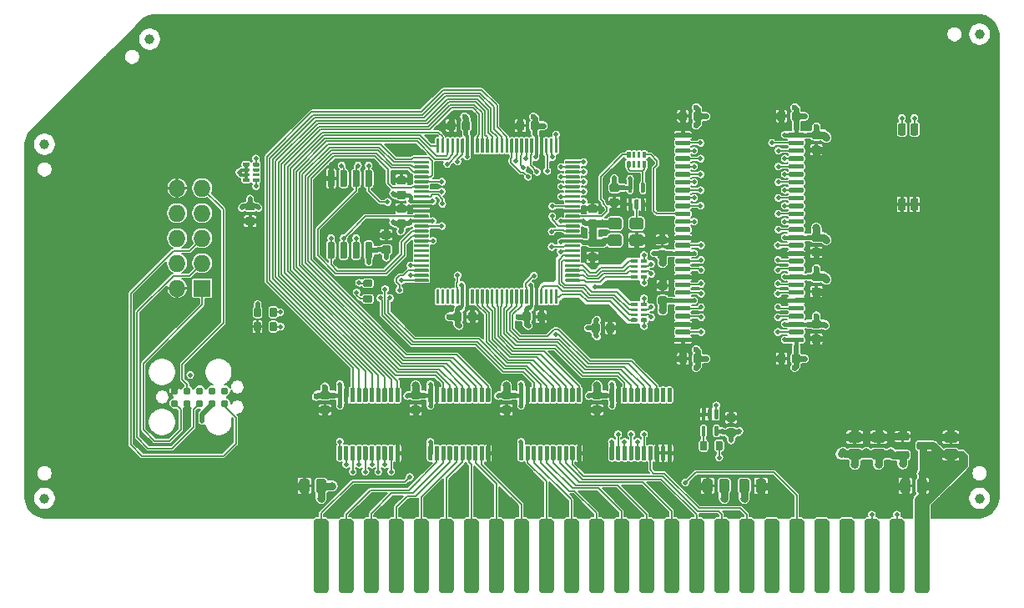
<source format=gtl>
G04 #@! TF.GenerationSoftware,KiCad,Pcbnew,(5.1.5-0-10_14)*
G04 #@! TF.CreationDate,2021-04-19T04:27:15-04:00*
G04 #@! TF.ProjectId,GR8RAM,47523852-414d-42e6-9b69-6361645f7063,0.9*
G04 #@! TF.SameCoordinates,Original*
G04 #@! TF.FileFunction,Copper,L1,Top*
G04 #@! TF.FilePolarity,Positive*
%FSLAX46Y46*%
G04 Gerber Fmt 4.6, Leading zero omitted, Abs format (unit mm)*
G04 Created by KiCad (PCBNEW (5.1.5-0-10_14)) date 2021-04-19 04:27:15*
%MOMM*%
%LPD*%
G04 APERTURE LIST*
%ADD10C,0.100000*%
%ADD11R,1.727200X1.727200*%
%ADD12O,1.727200X1.727200*%
%ADD13C,1.000000*%
%ADD14C,0.787400*%
%ADD15C,2.000000*%
%ADD16C,0.800000*%
%ADD17C,1.524000*%
%ADD18C,0.500000*%
%ADD19C,0.762000*%
%ADD20C,0.600000*%
%ADD21C,0.508000*%
%ADD22C,0.762000*%
%ADD23C,1.524000*%
%ADD24C,0.800000*%
%ADD25C,0.450000*%
%ADD26C,0.508000*%
%ADD27C,0.500000*%
%ADD28C,0.300000*%
%ADD29C,0.600000*%
%ADD30C,0.400000*%
%ADD31C,0.150000*%
%ADD32C,0.152400*%
G04 APERTURE END LIST*
G04 #@! TA.AperFunction,SMDPad,CuDef*
D10*
G36*
X90283329Y-110626023D02*
G01*
X90303957Y-110629083D01*
X90324185Y-110634150D01*
X90343820Y-110641176D01*
X90362672Y-110650092D01*
X90380559Y-110660813D01*
X90397309Y-110673235D01*
X90412760Y-110687240D01*
X90426765Y-110702691D01*
X90439187Y-110719441D01*
X90449908Y-110737328D01*
X90458824Y-110756180D01*
X90465850Y-110775815D01*
X90470917Y-110796043D01*
X90473977Y-110816671D01*
X90475000Y-110837500D01*
X90475000Y-111362500D01*
X90473977Y-111383329D01*
X90470917Y-111403957D01*
X90465850Y-111424185D01*
X90458824Y-111443820D01*
X90449908Y-111462672D01*
X90439187Y-111480559D01*
X90426765Y-111497309D01*
X90412760Y-111512760D01*
X90397309Y-111526765D01*
X90380559Y-111539187D01*
X90362672Y-111549908D01*
X90343820Y-111558824D01*
X90324185Y-111565850D01*
X90303957Y-111570917D01*
X90283329Y-111573977D01*
X90262500Y-111575000D01*
X89837500Y-111575000D01*
X89816671Y-111573977D01*
X89796043Y-111570917D01*
X89775815Y-111565850D01*
X89756180Y-111558824D01*
X89737328Y-111549908D01*
X89719441Y-111539187D01*
X89702691Y-111526765D01*
X89687240Y-111512760D01*
X89673235Y-111497309D01*
X89660813Y-111480559D01*
X89650092Y-111462672D01*
X89641176Y-111443820D01*
X89634150Y-111424185D01*
X89629083Y-111403957D01*
X89626023Y-111383329D01*
X89625000Y-111362500D01*
X89625000Y-110837500D01*
X89626023Y-110816671D01*
X89629083Y-110796043D01*
X89634150Y-110775815D01*
X89641176Y-110756180D01*
X89650092Y-110737328D01*
X89660813Y-110719441D01*
X89673235Y-110702691D01*
X89687240Y-110687240D01*
X89702691Y-110673235D01*
X89719441Y-110660813D01*
X89737328Y-110650092D01*
X89756180Y-110641176D01*
X89775815Y-110634150D01*
X89796043Y-110629083D01*
X89816671Y-110626023D01*
X89837500Y-110625000D01*
X90262500Y-110625000D01*
X90283329Y-110626023D01*
G37*
G04 #@! TD.AperFunction*
G04 #@! TA.AperFunction,SMDPad,CuDef*
G36*
X91783329Y-110626023D02*
G01*
X91803957Y-110629083D01*
X91824185Y-110634150D01*
X91843820Y-110641176D01*
X91862672Y-110650092D01*
X91880559Y-110660813D01*
X91897309Y-110673235D01*
X91912760Y-110687240D01*
X91926765Y-110702691D01*
X91939187Y-110719441D01*
X91949908Y-110737328D01*
X91958824Y-110756180D01*
X91965850Y-110775815D01*
X91970917Y-110796043D01*
X91973977Y-110816671D01*
X91975000Y-110837500D01*
X91975000Y-111362500D01*
X91973977Y-111383329D01*
X91970917Y-111403957D01*
X91965850Y-111424185D01*
X91958824Y-111443820D01*
X91949908Y-111462672D01*
X91939187Y-111480559D01*
X91926765Y-111497309D01*
X91912760Y-111512760D01*
X91897309Y-111526765D01*
X91880559Y-111539187D01*
X91862672Y-111549908D01*
X91843820Y-111558824D01*
X91824185Y-111565850D01*
X91803957Y-111570917D01*
X91783329Y-111573977D01*
X91762500Y-111575000D01*
X91337500Y-111575000D01*
X91316671Y-111573977D01*
X91296043Y-111570917D01*
X91275815Y-111565850D01*
X91256180Y-111558824D01*
X91237328Y-111549908D01*
X91219441Y-111539187D01*
X91202691Y-111526765D01*
X91187240Y-111512760D01*
X91173235Y-111497309D01*
X91160813Y-111480559D01*
X91150092Y-111462672D01*
X91141176Y-111443820D01*
X91134150Y-111424185D01*
X91129083Y-111403957D01*
X91126023Y-111383329D01*
X91125000Y-111362500D01*
X91125000Y-110837500D01*
X91126023Y-110816671D01*
X91129083Y-110796043D01*
X91134150Y-110775815D01*
X91141176Y-110756180D01*
X91150092Y-110737328D01*
X91160813Y-110719441D01*
X91173235Y-110702691D01*
X91187240Y-110687240D01*
X91202691Y-110673235D01*
X91219441Y-110660813D01*
X91237328Y-110650092D01*
X91256180Y-110641176D01*
X91275815Y-110634150D01*
X91296043Y-110629083D01*
X91316671Y-110626023D01*
X91337500Y-110625000D01*
X91762500Y-110625000D01*
X91783329Y-110626023D01*
G37*
G04 #@! TD.AperFunction*
G04 #@! TA.AperFunction,SMDPad,CuDef*
G36*
X135336623Y-91440915D02*
G01*
X135355067Y-91443651D01*
X135373154Y-91448181D01*
X135390710Y-91454463D01*
X135407565Y-91462435D01*
X135423558Y-91472021D01*
X135438535Y-91483128D01*
X135452350Y-91495650D01*
X135464872Y-91509465D01*
X135475979Y-91524442D01*
X135485565Y-91540435D01*
X135493537Y-91557290D01*
X135499819Y-91574846D01*
X135504349Y-91592933D01*
X135507085Y-91611377D01*
X135508000Y-91630000D01*
X135508000Y-92520000D01*
X135507085Y-92538623D01*
X135504349Y-92557067D01*
X135499819Y-92575154D01*
X135493537Y-92592710D01*
X135485565Y-92609565D01*
X135475979Y-92625558D01*
X135464872Y-92640535D01*
X135452350Y-92654350D01*
X135438535Y-92666872D01*
X135423558Y-92677979D01*
X135407565Y-92687565D01*
X135390710Y-92695537D01*
X135373154Y-92701819D01*
X135355067Y-92706349D01*
X135336623Y-92709085D01*
X135318000Y-92710000D01*
X134938000Y-92710000D01*
X134919377Y-92709085D01*
X134900933Y-92706349D01*
X134882846Y-92701819D01*
X134865290Y-92695537D01*
X134848435Y-92687565D01*
X134832442Y-92677979D01*
X134817465Y-92666872D01*
X134803650Y-92654350D01*
X134791128Y-92640535D01*
X134780021Y-92625558D01*
X134770435Y-92609565D01*
X134762463Y-92592710D01*
X134756181Y-92575154D01*
X134751651Y-92557067D01*
X134748915Y-92538623D01*
X134748000Y-92520000D01*
X134748000Y-91630000D01*
X134748915Y-91611377D01*
X134751651Y-91592933D01*
X134756181Y-91574846D01*
X134762463Y-91557290D01*
X134770435Y-91540435D01*
X134780021Y-91524442D01*
X134791128Y-91509465D01*
X134803650Y-91495650D01*
X134817465Y-91483128D01*
X134832442Y-91472021D01*
X134848435Y-91462435D01*
X134865290Y-91454463D01*
X134882846Y-91448181D01*
X134900933Y-91443651D01*
X134919377Y-91440915D01*
X134938000Y-91440000D01*
X135318000Y-91440000D01*
X135336623Y-91440915D01*
G37*
G04 #@! TD.AperFunction*
G04 #@! TA.AperFunction,SMDPad,CuDef*
G36*
X136606623Y-91440915D02*
G01*
X136625067Y-91443651D01*
X136643154Y-91448181D01*
X136660710Y-91454463D01*
X136677565Y-91462435D01*
X136693558Y-91472021D01*
X136708535Y-91483128D01*
X136722350Y-91495650D01*
X136734872Y-91509465D01*
X136745979Y-91524442D01*
X136755565Y-91540435D01*
X136763537Y-91557290D01*
X136769819Y-91574846D01*
X136774349Y-91592933D01*
X136777085Y-91611377D01*
X136778000Y-91630000D01*
X136778000Y-92520000D01*
X136777085Y-92538623D01*
X136774349Y-92557067D01*
X136769819Y-92575154D01*
X136763537Y-92592710D01*
X136755565Y-92609565D01*
X136745979Y-92625558D01*
X136734872Y-92640535D01*
X136722350Y-92654350D01*
X136708535Y-92666872D01*
X136693558Y-92677979D01*
X136677565Y-92687565D01*
X136660710Y-92695537D01*
X136643154Y-92701819D01*
X136625067Y-92706349D01*
X136606623Y-92709085D01*
X136588000Y-92710000D01*
X136208000Y-92710000D01*
X136189377Y-92709085D01*
X136170933Y-92706349D01*
X136152846Y-92701819D01*
X136135290Y-92695537D01*
X136118435Y-92687565D01*
X136102442Y-92677979D01*
X136087465Y-92666872D01*
X136073650Y-92654350D01*
X136061128Y-92640535D01*
X136050021Y-92625558D01*
X136040435Y-92609565D01*
X136032463Y-92592710D01*
X136026181Y-92575154D01*
X136021651Y-92557067D01*
X136018915Y-92538623D01*
X136018000Y-92520000D01*
X136018000Y-91630000D01*
X136018915Y-91611377D01*
X136021651Y-91592933D01*
X136026181Y-91574846D01*
X136032463Y-91557290D01*
X136040435Y-91540435D01*
X136050021Y-91524442D01*
X136061128Y-91509465D01*
X136073650Y-91495650D01*
X136087465Y-91483128D01*
X136102442Y-91472021D01*
X136118435Y-91462435D01*
X136135290Y-91454463D01*
X136152846Y-91448181D01*
X136170933Y-91443651D01*
X136189377Y-91440915D01*
X136208000Y-91440000D01*
X136588000Y-91440000D01*
X136606623Y-91440915D01*
G37*
G04 #@! TD.AperFunction*
G04 #@! TA.AperFunction,SMDPad,CuDef*
G36*
X136606623Y-99060915D02*
G01*
X136625067Y-99063651D01*
X136643154Y-99068181D01*
X136660710Y-99074463D01*
X136677565Y-99082435D01*
X136693558Y-99092021D01*
X136708535Y-99103128D01*
X136722350Y-99115650D01*
X136734872Y-99129465D01*
X136745979Y-99144442D01*
X136755565Y-99160435D01*
X136763537Y-99177290D01*
X136769819Y-99194846D01*
X136774349Y-99212933D01*
X136777085Y-99231377D01*
X136778000Y-99250000D01*
X136778000Y-100140000D01*
X136777085Y-100158623D01*
X136774349Y-100177067D01*
X136769819Y-100195154D01*
X136763537Y-100212710D01*
X136755565Y-100229565D01*
X136745979Y-100245558D01*
X136734872Y-100260535D01*
X136722350Y-100274350D01*
X136708535Y-100286872D01*
X136693558Y-100297979D01*
X136677565Y-100307565D01*
X136660710Y-100315537D01*
X136643154Y-100321819D01*
X136625067Y-100326349D01*
X136606623Y-100329085D01*
X136588000Y-100330000D01*
X136208000Y-100330000D01*
X136189377Y-100329085D01*
X136170933Y-100326349D01*
X136152846Y-100321819D01*
X136135290Y-100315537D01*
X136118435Y-100307565D01*
X136102442Y-100297979D01*
X136087465Y-100286872D01*
X136073650Y-100274350D01*
X136061128Y-100260535D01*
X136050021Y-100245558D01*
X136040435Y-100229565D01*
X136032463Y-100212710D01*
X136026181Y-100195154D01*
X136021651Y-100177067D01*
X136018915Y-100158623D01*
X136018000Y-100140000D01*
X136018000Y-99250000D01*
X136018915Y-99231377D01*
X136021651Y-99212933D01*
X136026181Y-99194846D01*
X136032463Y-99177290D01*
X136040435Y-99160435D01*
X136050021Y-99144442D01*
X136061128Y-99129465D01*
X136073650Y-99115650D01*
X136087465Y-99103128D01*
X136102442Y-99092021D01*
X136118435Y-99082435D01*
X136135290Y-99074463D01*
X136152846Y-99068181D01*
X136170933Y-99063651D01*
X136189377Y-99060915D01*
X136208000Y-99060000D01*
X136588000Y-99060000D01*
X136606623Y-99060915D01*
G37*
G04 #@! TD.AperFunction*
G04 #@! TA.AperFunction,SMDPad,CuDef*
G36*
X135336623Y-99060915D02*
G01*
X135355067Y-99063651D01*
X135373154Y-99068181D01*
X135390710Y-99074463D01*
X135407565Y-99082435D01*
X135423558Y-99092021D01*
X135438535Y-99103128D01*
X135452350Y-99115650D01*
X135464872Y-99129465D01*
X135475979Y-99144442D01*
X135485565Y-99160435D01*
X135493537Y-99177290D01*
X135499819Y-99194846D01*
X135504349Y-99212933D01*
X135507085Y-99231377D01*
X135508000Y-99250000D01*
X135508000Y-100140000D01*
X135507085Y-100158623D01*
X135504349Y-100177067D01*
X135499819Y-100195154D01*
X135493537Y-100212710D01*
X135485565Y-100229565D01*
X135475979Y-100245558D01*
X135464872Y-100260535D01*
X135452350Y-100274350D01*
X135438535Y-100286872D01*
X135423558Y-100297979D01*
X135407565Y-100307565D01*
X135390710Y-100315537D01*
X135373154Y-100321819D01*
X135355067Y-100326349D01*
X135336623Y-100329085D01*
X135318000Y-100330000D01*
X134938000Y-100330000D01*
X134919377Y-100329085D01*
X134900933Y-100326349D01*
X134882846Y-100321819D01*
X134865290Y-100315537D01*
X134848435Y-100307565D01*
X134832442Y-100297979D01*
X134817465Y-100286872D01*
X134803650Y-100274350D01*
X134791128Y-100260535D01*
X134780021Y-100245558D01*
X134770435Y-100229565D01*
X134762463Y-100212710D01*
X134756181Y-100195154D01*
X134751651Y-100177067D01*
X134748915Y-100158623D01*
X134748000Y-100140000D01*
X134748000Y-99250000D01*
X134748915Y-99231377D01*
X134751651Y-99212933D01*
X134756181Y-99194846D01*
X134762463Y-99177290D01*
X134770435Y-99160435D01*
X134780021Y-99144442D01*
X134791128Y-99129465D01*
X134803650Y-99115650D01*
X134817465Y-99103128D01*
X134832442Y-99092021D01*
X134848435Y-99082435D01*
X134865290Y-99074463D01*
X134882846Y-99068181D01*
X134900933Y-99063651D01*
X134919377Y-99060915D01*
X134938000Y-99060000D01*
X135318000Y-99060000D01*
X135336623Y-99060915D01*
G37*
G04 #@! TD.AperFunction*
G04 #@! TA.AperFunction,SMDPad,CuDef*
G36*
X81267153Y-107350843D02*
G01*
X81284141Y-107353363D01*
X81300800Y-107357535D01*
X81316970Y-107363321D01*
X81332494Y-107370664D01*
X81347225Y-107379493D01*
X81361019Y-107389723D01*
X81373744Y-107401256D01*
X81385277Y-107413981D01*
X81395507Y-107427775D01*
X81404336Y-107442506D01*
X81411679Y-107458030D01*
X81417465Y-107474200D01*
X81421637Y-107490859D01*
X81424157Y-107507847D01*
X81425000Y-107525000D01*
X81425000Y-107875000D01*
X81424157Y-107892153D01*
X81421637Y-107909141D01*
X81417465Y-107925800D01*
X81411679Y-107941970D01*
X81404336Y-107957494D01*
X81395507Y-107972225D01*
X81385277Y-107986019D01*
X81373744Y-107998744D01*
X81361019Y-108010277D01*
X81347225Y-108020507D01*
X81332494Y-108029336D01*
X81316970Y-108036679D01*
X81300800Y-108042465D01*
X81284141Y-108046637D01*
X81267153Y-108049157D01*
X81250000Y-108050000D01*
X80650000Y-108050000D01*
X80632847Y-108049157D01*
X80615859Y-108046637D01*
X80599200Y-108042465D01*
X80583030Y-108036679D01*
X80567506Y-108029336D01*
X80552775Y-108020507D01*
X80538981Y-108010277D01*
X80526256Y-107998744D01*
X80514723Y-107986019D01*
X80504493Y-107972225D01*
X80495664Y-107957494D01*
X80488321Y-107941970D01*
X80482535Y-107925800D01*
X80478363Y-107909141D01*
X80475843Y-107892153D01*
X80475000Y-107875000D01*
X80475000Y-107525000D01*
X80475843Y-107507847D01*
X80478363Y-107490859D01*
X80482535Y-107474200D01*
X80488321Y-107458030D01*
X80495664Y-107442506D01*
X80504493Y-107427775D01*
X80514723Y-107413981D01*
X80526256Y-107401256D01*
X80538981Y-107389723D01*
X80552775Y-107379493D01*
X80567506Y-107370664D01*
X80583030Y-107363321D01*
X80599200Y-107357535D01*
X80615859Y-107353363D01*
X80632847Y-107350843D01*
X80650000Y-107350000D01*
X81250000Y-107350000D01*
X81267153Y-107350843D01*
G37*
G04 #@! TD.AperFunction*
G04 #@! TA.AperFunction,SMDPad,CuDef*
G36*
X81267153Y-108950843D02*
G01*
X81284141Y-108953363D01*
X81300800Y-108957535D01*
X81316970Y-108963321D01*
X81332494Y-108970664D01*
X81347225Y-108979493D01*
X81361019Y-108989723D01*
X81373744Y-109001256D01*
X81385277Y-109013981D01*
X81395507Y-109027775D01*
X81404336Y-109042506D01*
X81411679Y-109058030D01*
X81417465Y-109074200D01*
X81421637Y-109090859D01*
X81424157Y-109107847D01*
X81425000Y-109125000D01*
X81425000Y-109475000D01*
X81424157Y-109492153D01*
X81421637Y-109509141D01*
X81417465Y-109525800D01*
X81411679Y-109541970D01*
X81404336Y-109557494D01*
X81395507Y-109572225D01*
X81385277Y-109586019D01*
X81373744Y-109598744D01*
X81361019Y-109610277D01*
X81347225Y-109620507D01*
X81332494Y-109629336D01*
X81316970Y-109636679D01*
X81300800Y-109642465D01*
X81284141Y-109646637D01*
X81267153Y-109649157D01*
X81250000Y-109650000D01*
X80650000Y-109650000D01*
X80632847Y-109649157D01*
X80615859Y-109646637D01*
X80599200Y-109642465D01*
X80583030Y-109636679D01*
X80567506Y-109629336D01*
X80552775Y-109620507D01*
X80538981Y-109610277D01*
X80526256Y-109598744D01*
X80514723Y-109586019D01*
X80504493Y-109572225D01*
X80495664Y-109557494D01*
X80488321Y-109541970D01*
X80482535Y-109525800D01*
X80478363Y-109509141D01*
X80475843Y-109492153D01*
X80475000Y-109475000D01*
X80475000Y-109125000D01*
X80475843Y-109107847D01*
X80478363Y-109090859D01*
X80482535Y-109074200D01*
X80488321Y-109058030D01*
X80495664Y-109042506D01*
X80504493Y-109027775D01*
X80514723Y-109013981D01*
X80526256Y-109001256D01*
X80538981Y-108989723D01*
X80552775Y-108979493D01*
X80567506Y-108970664D01*
X80583030Y-108963321D01*
X80599200Y-108957535D01*
X80615859Y-108953363D01*
X80632847Y-108950843D01*
X80650000Y-108950000D01*
X81250000Y-108950000D01*
X81267153Y-108950843D01*
G37*
G04 #@! TD.AperFunction*
D11*
X64135000Y-108204000D03*
D12*
X61595000Y-108204000D03*
X64135000Y-105664000D03*
X61595000Y-105664000D03*
X64135000Y-103124000D03*
X61595000Y-103124000D03*
X64135000Y-100584000D03*
X61595000Y-100584000D03*
X64135000Y-98044000D03*
X61595000Y-98044000D03*
D13*
X48133000Y-93599000D03*
G04 #@! TA.AperFunction,SMDPad,CuDef*
D10*
G36*
X81218153Y-103511843D02*
G01*
X81235141Y-103514363D01*
X81251800Y-103518535D01*
X81267970Y-103524321D01*
X81283494Y-103531664D01*
X81298225Y-103540493D01*
X81312019Y-103550723D01*
X81324744Y-103562256D01*
X81336277Y-103574981D01*
X81346507Y-103588775D01*
X81355336Y-103603506D01*
X81362679Y-103619030D01*
X81368465Y-103635200D01*
X81372637Y-103651859D01*
X81375157Y-103668847D01*
X81376000Y-103686000D01*
X81376000Y-105036000D01*
X81375157Y-105053153D01*
X81372637Y-105070141D01*
X81368465Y-105086800D01*
X81362679Y-105102970D01*
X81355336Y-105118494D01*
X81346507Y-105133225D01*
X81336277Y-105147019D01*
X81324744Y-105159744D01*
X81312019Y-105171277D01*
X81298225Y-105181507D01*
X81283494Y-105190336D01*
X81267970Y-105197679D01*
X81251800Y-105203465D01*
X81235141Y-105207637D01*
X81218153Y-105210157D01*
X81201000Y-105211000D01*
X80851000Y-105211000D01*
X80833847Y-105210157D01*
X80816859Y-105207637D01*
X80800200Y-105203465D01*
X80784030Y-105197679D01*
X80768506Y-105190336D01*
X80753775Y-105181507D01*
X80739981Y-105171277D01*
X80727256Y-105159744D01*
X80715723Y-105147019D01*
X80705493Y-105133225D01*
X80696664Y-105118494D01*
X80689321Y-105102970D01*
X80683535Y-105086800D01*
X80679363Y-105070141D01*
X80676843Y-105053153D01*
X80676000Y-105036000D01*
X80676000Y-103686000D01*
X80676843Y-103668847D01*
X80679363Y-103651859D01*
X80683535Y-103635200D01*
X80689321Y-103619030D01*
X80696664Y-103603506D01*
X80705493Y-103588775D01*
X80715723Y-103574981D01*
X80727256Y-103562256D01*
X80739981Y-103550723D01*
X80753775Y-103540493D01*
X80768506Y-103531664D01*
X80784030Y-103524321D01*
X80800200Y-103518535D01*
X80816859Y-103514363D01*
X80833847Y-103511843D01*
X80851000Y-103511000D01*
X81201000Y-103511000D01*
X81218153Y-103511843D01*
G37*
G04 #@! TD.AperFunction*
G04 #@! TA.AperFunction,SMDPad,CuDef*
G36*
X79948153Y-103511843D02*
G01*
X79965141Y-103514363D01*
X79981800Y-103518535D01*
X79997970Y-103524321D01*
X80013494Y-103531664D01*
X80028225Y-103540493D01*
X80042019Y-103550723D01*
X80054744Y-103562256D01*
X80066277Y-103574981D01*
X80076507Y-103588775D01*
X80085336Y-103603506D01*
X80092679Y-103619030D01*
X80098465Y-103635200D01*
X80102637Y-103651859D01*
X80105157Y-103668847D01*
X80106000Y-103686000D01*
X80106000Y-105036000D01*
X80105157Y-105053153D01*
X80102637Y-105070141D01*
X80098465Y-105086800D01*
X80092679Y-105102970D01*
X80085336Y-105118494D01*
X80076507Y-105133225D01*
X80066277Y-105147019D01*
X80054744Y-105159744D01*
X80042019Y-105171277D01*
X80028225Y-105181507D01*
X80013494Y-105190336D01*
X79997970Y-105197679D01*
X79981800Y-105203465D01*
X79965141Y-105207637D01*
X79948153Y-105210157D01*
X79931000Y-105211000D01*
X79581000Y-105211000D01*
X79563847Y-105210157D01*
X79546859Y-105207637D01*
X79530200Y-105203465D01*
X79514030Y-105197679D01*
X79498506Y-105190336D01*
X79483775Y-105181507D01*
X79469981Y-105171277D01*
X79457256Y-105159744D01*
X79445723Y-105147019D01*
X79435493Y-105133225D01*
X79426664Y-105118494D01*
X79419321Y-105102970D01*
X79413535Y-105086800D01*
X79409363Y-105070141D01*
X79406843Y-105053153D01*
X79406000Y-105036000D01*
X79406000Y-103686000D01*
X79406843Y-103668847D01*
X79409363Y-103651859D01*
X79413535Y-103635200D01*
X79419321Y-103619030D01*
X79426664Y-103603506D01*
X79435493Y-103588775D01*
X79445723Y-103574981D01*
X79457256Y-103562256D01*
X79469981Y-103550723D01*
X79483775Y-103540493D01*
X79498506Y-103531664D01*
X79514030Y-103524321D01*
X79530200Y-103518535D01*
X79546859Y-103514363D01*
X79563847Y-103511843D01*
X79581000Y-103511000D01*
X79931000Y-103511000D01*
X79948153Y-103511843D01*
G37*
G04 #@! TD.AperFunction*
G04 #@! TA.AperFunction,SMDPad,CuDef*
G36*
X78678153Y-103511843D02*
G01*
X78695141Y-103514363D01*
X78711800Y-103518535D01*
X78727970Y-103524321D01*
X78743494Y-103531664D01*
X78758225Y-103540493D01*
X78772019Y-103550723D01*
X78784744Y-103562256D01*
X78796277Y-103574981D01*
X78806507Y-103588775D01*
X78815336Y-103603506D01*
X78822679Y-103619030D01*
X78828465Y-103635200D01*
X78832637Y-103651859D01*
X78835157Y-103668847D01*
X78836000Y-103686000D01*
X78836000Y-105036000D01*
X78835157Y-105053153D01*
X78832637Y-105070141D01*
X78828465Y-105086800D01*
X78822679Y-105102970D01*
X78815336Y-105118494D01*
X78806507Y-105133225D01*
X78796277Y-105147019D01*
X78784744Y-105159744D01*
X78772019Y-105171277D01*
X78758225Y-105181507D01*
X78743494Y-105190336D01*
X78727970Y-105197679D01*
X78711800Y-105203465D01*
X78695141Y-105207637D01*
X78678153Y-105210157D01*
X78661000Y-105211000D01*
X78311000Y-105211000D01*
X78293847Y-105210157D01*
X78276859Y-105207637D01*
X78260200Y-105203465D01*
X78244030Y-105197679D01*
X78228506Y-105190336D01*
X78213775Y-105181507D01*
X78199981Y-105171277D01*
X78187256Y-105159744D01*
X78175723Y-105147019D01*
X78165493Y-105133225D01*
X78156664Y-105118494D01*
X78149321Y-105102970D01*
X78143535Y-105086800D01*
X78139363Y-105070141D01*
X78136843Y-105053153D01*
X78136000Y-105036000D01*
X78136000Y-103686000D01*
X78136843Y-103668847D01*
X78139363Y-103651859D01*
X78143535Y-103635200D01*
X78149321Y-103619030D01*
X78156664Y-103603506D01*
X78165493Y-103588775D01*
X78175723Y-103574981D01*
X78187256Y-103562256D01*
X78199981Y-103550723D01*
X78213775Y-103540493D01*
X78228506Y-103531664D01*
X78244030Y-103524321D01*
X78260200Y-103518535D01*
X78276859Y-103514363D01*
X78293847Y-103511843D01*
X78311000Y-103511000D01*
X78661000Y-103511000D01*
X78678153Y-103511843D01*
G37*
G04 #@! TD.AperFunction*
G04 #@! TA.AperFunction,SMDPad,CuDef*
G36*
X77408153Y-103511843D02*
G01*
X77425141Y-103514363D01*
X77441800Y-103518535D01*
X77457970Y-103524321D01*
X77473494Y-103531664D01*
X77488225Y-103540493D01*
X77502019Y-103550723D01*
X77514744Y-103562256D01*
X77526277Y-103574981D01*
X77536507Y-103588775D01*
X77545336Y-103603506D01*
X77552679Y-103619030D01*
X77558465Y-103635200D01*
X77562637Y-103651859D01*
X77565157Y-103668847D01*
X77566000Y-103686000D01*
X77566000Y-105036000D01*
X77565157Y-105053153D01*
X77562637Y-105070141D01*
X77558465Y-105086800D01*
X77552679Y-105102970D01*
X77545336Y-105118494D01*
X77536507Y-105133225D01*
X77526277Y-105147019D01*
X77514744Y-105159744D01*
X77502019Y-105171277D01*
X77488225Y-105181507D01*
X77473494Y-105190336D01*
X77457970Y-105197679D01*
X77441800Y-105203465D01*
X77425141Y-105207637D01*
X77408153Y-105210157D01*
X77391000Y-105211000D01*
X77041000Y-105211000D01*
X77023847Y-105210157D01*
X77006859Y-105207637D01*
X76990200Y-105203465D01*
X76974030Y-105197679D01*
X76958506Y-105190336D01*
X76943775Y-105181507D01*
X76929981Y-105171277D01*
X76917256Y-105159744D01*
X76905723Y-105147019D01*
X76895493Y-105133225D01*
X76886664Y-105118494D01*
X76879321Y-105102970D01*
X76873535Y-105086800D01*
X76869363Y-105070141D01*
X76866843Y-105053153D01*
X76866000Y-105036000D01*
X76866000Y-103686000D01*
X76866843Y-103668847D01*
X76869363Y-103651859D01*
X76873535Y-103635200D01*
X76879321Y-103619030D01*
X76886664Y-103603506D01*
X76895493Y-103588775D01*
X76905723Y-103574981D01*
X76917256Y-103562256D01*
X76929981Y-103550723D01*
X76943775Y-103540493D01*
X76958506Y-103531664D01*
X76974030Y-103524321D01*
X76990200Y-103518535D01*
X77006859Y-103514363D01*
X77023847Y-103511843D01*
X77041000Y-103511000D01*
X77391000Y-103511000D01*
X77408153Y-103511843D01*
G37*
G04 #@! TD.AperFunction*
G04 #@! TA.AperFunction,SMDPad,CuDef*
G36*
X77408153Y-96211843D02*
G01*
X77425141Y-96214363D01*
X77441800Y-96218535D01*
X77457970Y-96224321D01*
X77473494Y-96231664D01*
X77488225Y-96240493D01*
X77502019Y-96250723D01*
X77514744Y-96262256D01*
X77526277Y-96274981D01*
X77536507Y-96288775D01*
X77545336Y-96303506D01*
X77552679Y-96319030D01*
X77558465Y-96335200D01*
X77562637Y-96351859D01*
X77565157Y-96368847D01*
X77566000Y-96386000D01*
X77566000Y-97736000D01*
X77565157Y-97753153D01*
X77562637Y-97770141D01*
X77558465Y-97786800D01*
X77552679Y-97802970D01*
X77545336Y-97818494D01*
X77536507Y-97833225D01*
X77526277Y-97847019D01*
X77514744Y-97859744D01*
X77502019Y-97871277D01*
X77488225Y-97881507D01*
X77473494Y-97890336D01*
X77457970Y-97897679D01*
X77441800Y-97903465D01*
X77425141Y-97907637D01*
X77408153Y-97910157D01*
X77391000Y-97911000D01*
X77041000Y-97911000D01*
X77023847Y-97910157D01*
X77006859Y-97907637D01*
X76990200Y-97903465D01*
X76974030Y-97897679D01*
X76958506Y-97890336D01*
X76943775Y-97881507D01*
X76929981Y-97871277D01*
X76917256Y-97859744D01*
X76905723Y-97847019D01*
X76895493Y-97833225D01*
X76886664Y-97818494D01*
X76879321Y-97802970D01*
X76873535Y-97786800D01*
X76869363Y-97770141D01*
X76866843Y-97753153D01*
X76866000Y-97736000D01*
X76866000Y-96386000D01*
X76866843Y-96368847D01*
X76869363Y-96351859D01*
X76873535Y-96335200D01*
X76879321Y-96319030D01*
X76886664Y-96303506D01*
X76895493Y-96288775D01*
X76905723Y-96274981D01*
X76917256Y-96262256D01*
X76929981Y-96250723D01*
X76943775Y-96240493D01*
X76958506Y-96231664D01*
X76974030Y-96224321D01*
X76990200Y-96218535D01*
X77006859Y-96214363D01*
X77023847Y-96211843D01*
X77041000Y-96211000D01*
X77391000Y-96211000D01*
X77408153Y-96211843D01*
G37*
G04 #@! TD.AperFunction*
G04 #@! TA.AperFunction,SMDPad,CuDef*
G36*
X78678153Y-96211843D02*
G01*
X78695141Y-96214363D01*
X78711800Y-96218535D01*
X78727970Y-96224321D01*
X78743494Y-96231664D01*
X78758225Y-96240493D01*
X78772019Y-96250723D01*
X78784744Y-96262256D01*
X78796277Y-96274981D01*
X78806507Y-96288775D01*
X78815336Y-96303506D01*
X78822679Y-96319030D01*
X78828465Y-96335200D01*
X78832637Y-96351859D01*
X78835157Y-96368847D01*
X78836000Y-96386000D01*
X78836000Y-97736000D01*
X78835157Y-97753153D01*
X78832637Y-97770141D01*
X78828465Y-97786800D01*
X78822679Y-97802970D01*
X78815336Y-97818494D01*
X78806507Y-97833225D01*
X78796277Y-97847019D01*
X78784744Y-97859744D01*
X78772019Y-97871277D01*
X78758225Y-97881507D01*
X78743494Y-97890336D01*
X78727970Y-97897679D01*
X78711800Y-97903465D01*
X78695141Y-97907637D01*
X78678153Y-97910157D01*
X78661000Y-97911000D01*
X78311000Y-97911000D01*
X78293847Y-97910157D01*
X78276859Y-97907637D01*
X78260200Y-97903465D01*
X78244030Y-97897679D01*
X78228506Y-97890336D01*
X78213775Y-97881507D01*
X78199981Y-97871277D01*
X78187256Y-97859744D01*
X78175723Y-97847019D01*
X78165493Y-97833225D01*
X78156664Y-97818494D01*
X78149321Y-97802970D01*
X78143535Y-97786800D01*
X78139363Y-97770141D01*
X78136843Y-97753153D01*
X78136000Y-97736000D01*
X78136000Y-96386000D01*
X78136843Y-96368847D01*
X78139363Y-96351859D01*
X78143535Y-96335200D01*
X78149321Y-96319030D01*
X78156664Y-96303506D01*
X78165493Y-96288775D01*
X78175723Y-96274981D01*
X78187256Y-96262256D01*
X78199981Y-96250723D01*
X78213775Y-96240493D01*
X78228506Y-96231664D01*
X78244030Y-96224321D01*
X78260200Y-96218535D01*
X78276859Y-96214363D01*
X78293847Y-96211843D01*
X78311000Y-96211000D01*
X78661000Y-96211000D01*
X78678153Y-96211843D01*
G37*
G04 #@! TD.AperFunction*
G04 #@! TA.AperFunction,SMDPad,CuDef*
G36*
X79948153Y-96211843D02*
G01*
X79965141Y-96214363D01*
X79981800Y-96218535D01*
X79997970Y-96224321D01*
X80013494Y-96231664D01*
X80028225Y-96240493D01*
X80042019Y-96250723D01*
X80054744Y-96262256D01*
X80066277Y-96274981D01*
X80076507Y-96288775D01*
X80085336Y-96303506D01*
X80092679Y-96319030D01*
X80098465Y-96335200D01*
X80102637Y-96351859D01*
X80105157Y-96368847D01*
X80106000Y-96386000D01*
X80106000Y-97736000D01*
X80105157Y-97753153D01*
X80102637Y-97770141D01*
X80098465Y-97786800D01*
X80092679Y-97802970D01*
X80085336Y-97818494D01*
X80076507Y-97833225D01*
X80066277Y-97847019D01*
X80054744Y-97859744D01*
X80042019Y-97871277D01*
X80028225Y-97881507D01*
X80013494Y-97890336D01*
X79997970Y-97897679D01*
X79981800Y-97903465D01*
X79965141Y-97907637D01*
X79948153Y-97910157D01*
X79931000Y-97911000D01*
X79581000Y-97911000D01*
X79563847Y-97910157D01*
X79546859Y-97907637D01*
X79530200Y-97903465D01*
X79514030Y-97897679D01*
X79498506Y-97890336D01*
X79483775Y-97881507D01*
X79469981Y-97871277D01*
X79457256Y-97859744D01*
X79445723Y-97847019D01*
X79435493Y-97833225D01*
X79426664Y-97818494D01*
X79419321Y-97802970D01*
X79413535Y-97786800D01*
X79409363Y-97770141D01*
X79406843Y-97753153D01*
X79406000Y-97736000D01*
X79406000Y-96386000D01*
X79406843Y-96368847D01*
X79409363Y-96351859D01*
X79413535Y-96335200D01*
X79419321Y-96319030D01*
X79426664Y-96303506D01*
X79435493Y-96288775D01*
X79445723Y-96274981D01*
X79457256Y-96262256D01*
X79469981Y-96250723D01*
X79483775Y-96240493D01*
X79498506Y-96231664D01*
X79514030Y-96224321D01*
X79530200Y-96218535D01*
X79546859Y-96214363D01*
X79563847Y-96211843D01*
X79581000Y-96211000D01*
X79931000Y-96211000D01*
X79948153Y-96211843D01*
G37*
G04 #@! TD.AperFunction*
G04 #@! TA.AperFunction,SMDPad,CuDef*
G36*
X81218153Y-96211843D02*
G01*
X81235141Y-96214363D01*
X81251800Y-96218535D01*
X81267970Y-96224321D01*
X81283494Y-96231664D01*
X81298225Y-96240493D01*
X81312019Y-96250723D01*
X81324744Y-96262256D01*
X81336277Y-96274981D01*
X81346507Y-96288775D01*
X81355336Y-96303506D01*
X81362679Y-96319030D01*
X81368465Y-96335200D01*
X81372637Y-96351859D01*
X81375157Y-96368847D01*
X81376000Y-96386000D01*
X81376000Y-97736000D01*
X81375157Y-97753153D01*
X81372637Y-97770141D01*
X81368465Y-97786800D01*
X81362679Y-97802970D01*
X81355336Y-97818494D01*
X81346507Y-97833225D01*
X81336277Y-97847019D01*
X81324744Y-97859744D01*
X81312019Y-97871277D01*
X81298225Y-97881507D01*
X81283494Y-97890336D01*
X81267970Y-97897679D01*
X81251800Y-97903465D01*
X81235141Y-97907637D01*
X81218153Y-97910157D01*
X81201000Y-97911000D01*
X80851000Y-97911000D01*
X80833847Y-97910157D01*
X80816859Y-97907637D01*
X80800200Y-97903465D01*
X80784030Y-97897679D01*
X80768506Y-97890336D01*
X80753775Y-97881507D01*
X80739981Y-97871277D01*
X80727256Y-97859744D01*
X80715723Y-97847019D01*
X80705493Y-97833225D01*
X80696664Y-97818494D01*
X80689321Y-97802970D01*
X80683535Y-97786800D01*
X80679363Y-97770141D01*
X80676843Y-97753153D01*
X80676000Y-97736000D01*
X80676000Y-96386000D01*
X80676843Y-96368847D01*
X80679363Y-96351859D01*
X80683535Y-96335200D01*
X80689321Y-96319030D01*
X80696664Y-96303506D01*
X80705493Y-96288775D01*
X80715723Y-96274981D01*
X80727256Y-96262256D01*
X80739981Y-96250723D01*
X80753775Y-96240493D01*
X80768506Y-96231664D01*
X80784030Y-96224321D01*
X80800200Y-96218535D01*
X80816859Y-96214363D01*
X80833847Y-96211843D01*
X80851000Y-96211000D01*
X81201000Y-96211000D01*
X81218153Y-96211843D01*
G37*
G04 #@! TD.AperFunction*
G04 #@! TA.AperFunction,SMDPad,CuDef*
G36*
X68834802Y-95450482D02*
G01*
X68844509Y-95451921D01*
X68854028Y-95454306D01*
X68863268Y-95457612D01*
X68872140Y-95461808D01*
X68880557Y-95466853D01*
X68888439Y-95472699D01*
X68895711Y-95479289D01*
X68902301Y-95486561D01*
X68908147Y-95494443D01*
X68913192Y-95502860D01*
X68917388Y-95511732D01*
X68920694Y-95520972D01*
X68923079Y-95530491D01*
X68924518Y-95540198D01*
X68925000Y-95550000D01*
X68925000Y-95750000D01*
X68924518Y-95759802D01*
X68923079Y-95769509D01*
X68920694Y-95779028D01*
X68917388Y-95788268D01*
X68913192Y-95797140D01*
X68908147Y-95805557D01*
X68902301Y-95813439D01*
X68895711Y-95820711D01*
X68888439Y-95827301D01*
X68880557Y-95833147D01*
X68872140Y-95838192D01*
X68863268Y-95842388D01*
X68854028Y-95845694D01*
X68844509Y-95848079D01*
X68834802Y-95849518D01*
X68825000Y-95850000D01*
X68375000Y-95850000D01*
X68365198Y-95849518D01*
X68355491Y-95848079D01*
X68345972Y-95845694D01*
X68336732Y-95842388D01*
X68327860Y-95838192D01*
X68319443Y-95833147D01*
X68311561Y-95827301D01*
X68304289Y-95820711D01*
X68297699Y-95813439D01*
X68291853Y-95805557D01*
X68286808Y-95797140D01*
X68282612Y-95788268D01*
X68279306Y-95779028D01*
X68276921Y-95769509D01*
X68275482Y-95759802D01*
X68275000Y-95750000D01*
X68275000Y-95550000D01*
X68275482Y-95540198D01*
X68276921Y-95530491D01*
X68279306Y-95520972D01*
X68282612Y-95511732D01*
X68286808Y-95502860D01*
X68291853Y-95494443D01*
X68297699Y-95486561D01*
X68304289Y-95479289D01*
X68311561Y-95472699D01*
X68319443Y-95466853D01*
X68327860Y-95461808D01*
X68336732Y-95457612D01*
X68345972Y-95454306D01*
X68355491Y-95451921D01*
X68365198Y-95450482D01*
X68375000Y-95450000D01*
X68825000Y-95450000D01*
X68834802Y-95450482D01*
G37*
G04 #@! TD.AperFunction*
G04 #@! TA.AperFunction,SMDPad,CuDef*
G36*
X68857351Y-96050361D02*
G01*
X68864632Y-96051441D01*
X68871771Y-96053229D01*
X68878701Y-96055709D01*
X68885355Y-96058856D01*
X68891668Y-96062640D01*
X68897579Y-96067024D01*
X68903033Y-96071967D01*
X68907976Y-96077421D01*
X68912360Y-96083332D01*
X68916144Y-96089645D01*
X68919291Y-96096299D01*
X68921771Y-96103229D01*
X68923559Y-96110368D01*
X68924639Y-96117649D01*
X68925000Y-96125000D01*
X68925000Y-96275000D01*
X68924639Y-96282351D01*
X68923559Y-96289632D01*
X68921771Y-96296771D01*
X68919291Y-96303701D01*
X68916144Y-96310355D01*
X68912360Y-96316668D01*
X68907976Y-96322579D01*
X68903033Y-96328033D01*
X68897579Y-96332976D01*
X68891668Y-96337360D01*
X68885355Y-96341144D01*
X68878701Y-96344291D01*
X68871771Y-96346771D01*
X68864632Y-96348559D01*
X68857351Y-96349639D01*
X68850000Y-96350000D01*
X68350000Y-96350000D01*
X68342649Y-96349639D01*
X68335368Y-96348559D01*
X68328229Y-96346771D01*
X68321299Y-96344291D01*
X68314645Y-96341144D01*
X68308332Y-96337360D01*
X68302421Y-96332976D01*
X68296967Y-96328033D01*
X68292024Y-96322579D01*
X68287640Y-96316668D01*
X68283856Y-96310355D01*
X68280709Y-96303701D01*
X68278229Y-96296771D01*
X68276441Y-96289632D01*
X68275361Y-96282351D01*
X68275000Y-96275000D01*
X68275000Y-96125000D01*
X68275361Y-96117649D01*
X68276441Y-96110368D01*
X68278229Y-96103229D01*
X68280709Y-96096299D01*
X68283856Y-96089645D01*
X68287640Y-96083332D01*
X68292024Y-96077421D01*
X68296967Y-96071967D01*
X68302421Y-96067024D01*
X68308332Y-96062640D01*
X68314645Y-96058856D01*
X68321299Y-96055709D01*
X68328229Y-96053229D01*
X68335368Y-96051441D01*
X68342649Y-96050361D01*
X68350000Y-96050000D01*
X68850000Y-96050000D01*
X68857351Y-96050361D01*
G37*
G04 #@! TD.AperFunction*
G04 #@! TA.AperFunction,SMDPad,CuDef*
G36*
X68834802Y-97050482D02*
G01*
X68844509Y-97051921D01*
X68854028Y-97054306D01*
X68863268Y-97057612D01*
X68872140Y-97061808D01*
X68880557Y-97066853D01*
X68888439Y-97072699D01*
X68895711Y-97079289D01*
X68902301Y-97086561D01*
X68908147Y-97094443D01*
X68913192Y-97102860D01*
X68917388Y-97111732D01*
X68920694Y-97120972D01*
X68923079Y-97130491D01*
X68924518Y-97140198D01*
X68925000Y-97150000D01*
X68925000Y-97350000D01*
X68924518Y-97359802D01*
X68923079Y-97369509D01*
X68920694Y-97379028D01*
X68917388Y-97388268D01*
X68913192Y-97397140D01*
X68908147Y-97405557D01*
X68902301Y-97413439D01*
X68895711Y-97420711D01*
X68888439Y-97427301D01*
X68880557Y-97433147D01*
X68872140Y-97438192D01*
X68863268Y-97442388D01*
X68854028Y-97445694D01*
X68844509Y-97448079D01*
X68834802Y-97449518D01*
X68825000Y-97450000D01*
X68375000Y-97450000D01*
X68365198Y-97449518D01*
X68355491Y-97448079D01*
X68345972Y-97445694D01*
X68336732Y-97442388D01*
X68327860Y-97438192D01*
X68319443Y-97433147D01*
X68311561Y-97427301D01*
X68304289Y-97420711D01*
X68297699Y-97413439D01*
X68291853Y-97405557D01*
X68286808Y-97397140D01*
X68282612Y-97388268D01*
X68279306Y-97379028D01*
X68276921Y-97369509D01*
X68275482Y-97359802D01*
X68275000Y-97350000D01*
X68275000Y-97150000D01*
X68275482Y-97140198D01*
X68276921Y-97130491D01*
X68279306Y-97120972D01*
X68282612Y-97111732D01*
X68286808Y-97102860D01*
X68291853Y-97094443D01*
X68297699Y-97086561D01*
X68304289Y-97079289D01*
X68311561Y-97072699D01*
X68319443Y-97066853D01*
X68327860Y-97061808D01*
X68336732Y-97057612D01*
X68345972Y-97054306D01*
X68355491Y-97051921D01*
X68365198Y-97050482D01*
X68375000Y-97050000D01*
X68825000Y-97050000D01*
X68834802Y-97050482D01*
G37*
G04 #@! TD.AperFunction*
G04 #@! TA.AperFunction,SMDPad,CuDef*
G36*
X68857351Y-96550361D02*
G01*
X68864632Y-96551441D01*
X68871771Y-96553229D01*
X68878701Y-96555709D01*
X68885355Y-96558856D01*
X68891668Y-96562640D01*
X68897579Y-96567024D01*
X68903033Y-96571967D01*
X68907976Y-96577421D01*
X68912360Y-96583332D01*
X68916144Y-96589645D01*
X68919291Y-96596299D01*
X68921771Y-96603229D01*
X68923559Y-96610368D01*
X68924639Y-96617649D01*
X68925000Y-96625000D01*
X68925000Y-96775000D01*
X68924639Y-96782351D01*
X68923559Y-96789632D01*
X68921771Y-96796771D01*
X68919291Y-96803701D01*
X68916144Y-96810355D01*
X68912360Y-96816668D01*
X68907976Y-96822579D01*
X68903033Y-96828033D01*
X68897579Y-96832976D01*
X68891668Y-96837360D01*
X68885355Y-96841144D01*
X68878701Y-96844291D01*
X68871771Y-96846771D01*
X68864632Y-96848559D01*
X68857351Y-96849639D01*
X68850000Y-96850000D01*
X68350000Y-96850000D01*
X68342649Y-96849639D01*
X68335368Y-96848559D01*
X68328229Y-96846771D01*
X68321299Y-96844291D01*
X68314645Y-96841144D01*
X68308332Y-96837360D01*
X68302421Y-96832976D01*
X68296967Y-96828033D01*
X68292024Y-96822579D01*
X68287640Y-96816668D01*
X68283856Y-96810355D01*
X68280709Y-96803701D01*
X68278229Y-96796771D01*
X68276441Y-96789632D01*
X68275361Y-96782351D01*
X68275000Y-96775000D01*
X68275000Y-96625000D01*
X68275361Y-96617649D01*
X68276441Y-96610368D01*
X68278229Y-96603229D01*
X68280709Y-96596299D01*
X68283856Y-96589645D01*
X68287640Y-96583332D01*
X68292024Y-96577421D01*
X68296967Y-96571967D01*
X68302421Y-96567024D01*
X68308332Y-96562640D01*
X68314645Y-96558856D01*
X68321299Y-96555709D01*
X68328229Y-96553229D01*
X68335368Y-96551441D01*
X68342649Y-96550361D01*
X68350000Y-96550000D01*
X68850000Y-96550000D01*
X68857351Y-96550361D01*
G37*
G04 #@! TD.AperFunction*
G04 #@! TA.AperFunction,SMDPad,CuDef*
G36*
X69834802Y-95450482D02*
G01*
X69844509Y-95451921D01*
X69854028Y-95454306D01*
X69863268Y-95457612D01*
X69872140Y-95461808D01*
X69880557Y-95466853D01*
X69888439Y-95472699D01*
X69895711Y-95479289D01*
X69902301Y-95486561D01*
X69908147Y-95494443D01*
X69913192Y-95502860D01*
X69917388Y-95511732D01*
X69920694Y-95520972D01*
X69923079Y-95530491D01*
X69924518Y-95540198D01*
X69925000Y-95550000D01*
X69925000Y-95750000D01*
X69924518Y-95759802D01*
X69923079Y-95769509D01*
X69920694Y-95779028D01*
X69917388Y-95788268D01*
X69913192Y-95797140D01*
X69908147Y-95805557D01*
X69902301Y-95813439D01*
X69895711Y-95820711D01*
X69888439Y-95827301D01*
X69880557Y-95833147D01*
X69872140Y-95838192D01*
X69863268Y-95842388D01*
X69854028Y-95845694D01*
X69844509Y-95848079D01*
X69834802Y-95849518D01*
X69825000Y-95850000D01*
X69375000Y-95850000D01*
X69365198Y-95849518D01*
X69355491Y-95848079D01*
X69345972Y-95845694D01*
X69336732Y-95842388D01*
X69327860Y-95838192D01*
X69319443Y-95833147D01*
X69311561Y-95827301D01*
X69304289Y-95820711D01*
X69297699Y-95813439D01*
X69291853Y-95805557D01*
X69286808Y-95797140D01*
X69282612Y-95788268D01*
X69279306Y-95779028D01*
X69276921Y-95769509D01*
X69275482Y-95759802D01*
X69275000Y-95750000D01*
X69275000Y-95550000D01*
X69275482Y-95540198D01*
X69276921Y-95530491D01*
X69279306Y-95520972D01*
X69282612Y-95511732D01*
X69286808Y-95502860D01*
X69291853Y-95494443D01*
X69297699Y-95486561D01*
X69304289Y-95479289D01*
X69311561Y-95472699D01*
X69319443Y-95466853D01*
X69327860Y-95461808D01*
X69336732Y-95457612D01*
X69345972Y-95454306D01*
X69355491Y-95451921D01*
X69365198Y-95450482D01*
X69375000Y-95450000D01*
X69825000Y-95450000D01*
X69834802Y-95450482D01*
G37*
G04 #@! TD.AperFunction*
G04 #@! TA.AperFunction,SMDPad,CuDef*
G36*
X69857351Y-96550361D02*
G01*
X69864632Y-96551441D01*
X69871771Y-96553229D01*
X69878701Y-96555709D01*
X69885355Y-96558856D01*
X69891668Y-96562640D01*
X69897579Y-96567024D01*
X69903033Y-96571967D01*
X69907976Y-96577421D01*
X69912360Y-96583332D01*
X69916144Y-96589645D01*
X69919291Y-96596299D01*
X69921771Y-96603229D01*
X69923559Y-96610368D01*
X69924639Y-96617649D01*
X69925000Y-96625000D01*
X69925000Y-96775000D01*
X69924639Y-96782351D01*
X69923559Y-96789632D01*
X69921771Y-96796771D01*
X69919291Y-96803701D01*
X69916144Y-96810355D01*
X69912360Y-96816668D01*
X69907976Y-96822579D01*
X69903033Y-96828033D01*
X69897579Y-96832976D01*
X69891668Y-96837360D01*
X69885355Y-96841144D01*
X69878701Y-96844291D01*
X69871771Y-96846771D01*
X69864632Y-96848559D01*
X69857351Y-96849639D01*
X69850000Y-96850000D01*
X69350000Y-96850000D01*
X69342649Y-96849639D01*
X69335368Y-96848559D01*
X69328229Y-96846771D01*
X69321299Y-96844291D01*
X69314645Y-96841144D01*
X69308332Y-96837360D01*
X69302421Y-96832976D01*
X69296967Y-96828033D01*
X69292024Y-96822579D01*
X69287640Y-96816668D01*
X69283856Y-96810355D01*
X69280709Y-96803701D01*
X69278229Y-96796771D01*
X69276441Y-96789632D01*
X69275361Y-96782351D01*
X69275000Y-96775000D01*
X69275000Y-96625000D01*
X69275361Y-96617649D01*
X69276441Y-96610368D01*
X69278229Y-96603229D01*
X69280709Y-96596299D01*
X69283856Y-96589645D01*
X69287640Y-96583332D01*
X69292024Y-96577421D01*
X69296967Y-96571967D01*
X69302421Y-96567024D01*
X69308332Y-96562640D01*
X69314645Y-96558856D01*
X69321299Y-96555709D01*
X69328229Y-96553229D01*
X69335368Y-96551441D01*
X69342649Y-96550361D01*
X69350000Y-96550000D01*
X69850000Y-96550000D01*
X69857351Y-96550361D01*
G37*
G04 #@! TD.AperFunction*
G04 #@! TA.AperFunction,SMDPad,CuDef*
G36*
X69857351Y-96050361D02*
G01*
X69864632Y-96051441D01*
X69871771Y-96053229D01*
X69878701Y-96055709D01*
X69885355Y-96058856D01*
X69891668Y-96062640D01*
X69897579Y-96067024D01*
X69903033Y-96071967D01*
X69907976Y-96077421D01*
X69912360Y-96083332D01*
X69916144Y-96089645D01*
X69919291Y-96096299D01*
X69921771Y-96103229D01*
X69923559Y-96110368D01*
X69924639Y-96117649D01*
X69925000Y-96125000D01*
X69925000Y-96275000D01*
X69924639Y-96282351D01*
X69923559Y-96289632D01*
X69921771Y-96296771D01*
X69919291Y-96303701D01*
X69916144Y-96310355D01*
X69912360Y-96316668D01*
X69907976Y-96322579D01*
X69903033Y-96328033D01*
X69897579Y-96332976D01*
X69891668Y-96337360D01*
X69885355Y-96341144D01*
X69878701Y-96344291D01*
X69871771Y-96346771D01*
X69864632Y-96348559D01*
X69857351Y-96349639D01*
X69850000Y-96350000D01*
X69350000Y-96350000D01*
X69342649Y-96349639D01*
X69335368Y-96348559D01*
X69328229Y-96346771D01*
X69321299Y-96344291D01*
X69314645Y-96341144D01*
X69308332Y-96337360D01*
X69302421Y-96332976D01*
X69296967Y-96328033D01*
X69292024Y-96322579D01*
X69287640Y-96316668D01*
X69283856Y-96310355D01*
X69280709Y-96303701D01*
X69278229Y-96296771D01*
X69276441Y-96289632D01*
X69275361Y-96282351D01*
X69275000Y-96275000D01*
X69275000Y-96125000D01*
X69275361Y-96117649D01*
X69276441Y-96110368D01*
X69278229Y-96103229D01*
X69280709Y-96096299D01*
X69283856Y-96089645D01*
X69287640Y-96083332D01*
X69292024Y-96077421D01*
X69296967Y-96071967D01*
X69302421Y-96067024D01*
X69308332Y-96062640D01*
X69314645Y-96058856D01*
X69321299Y-96055709D01*
X69328229Y-96053229D01*
X69335368Y-96051441D01*
X69342649Y-96050361D01*
X69350000Y-96050000D01*
X69850000Y-96050000D01*
X69857351Y-96050361D01*
G37*
G04 #@! TD.AperFunction*
G04 #@! TA.AperFunction,SMDPad,CuDef*
G36*
X69834802Y-97050482D02*
G01*
X69844509Y-97051921D01*
X69854028Y-97054306D01*
X69863268Y-97057612D01*
X69872140Y-97061808D01*
X69880557Y-97066853D01*
X69888439Y-97072699D01*
X69895711Y-97079289D01*
X69902301Y-97086561D01*
X69908147Y-97094443D01*
X69913192Y-97102860D01*
X69917388Y-97111732D01*
X69920694Y-97120972D01*
X69923079Y-97130491D01*
X69924518Y-97140198D01*
X69925000Y-97150000D01*
X69925000Y-97350000D01*
X69924518Y-97359802D01*
X69923079Y-97369509D01*
X69920694Y-97379028D01*
X69917388Y-97388268D01*
X69913192Y-97397140D01*
X69908147Y-97405557D01*
X69902301Y-97413439D01*
X69895711Y-97420711D01*
X69888439Y-97427301D01*
X69880557Y-97433147D01*
X69872140Y-97438192D01*
X69863268Y-97442388D01*
X69854028Y-97445694D01*
X69844509Y-97448079D01*
X69834802Y-97449518D01*
X69825000Y-97450000D01*
X69375000Y-97450000D01*
X69365198Y-97449518D01*
X69355491Y-97448079D01*
X69345972Y-97445694D01*
X69336732Y-97442388D01*
X69327860Y-97438192D01*
X69319443Y-97433147D01*
X69311561Y-97427301D01*
X69304289Y-97420711D01*
X69297699Y-97413439D01*
X69291853Y-97405557D01*
X69286808Y-97397140D01*
X69282612Y-97388268D01*
X69279306Y-97379028D01*
X69276921Y-97369509D01*
X69275482Y-97359802D01*
X69275000Y-97350000D01*
X69275000Y-97150000D01*
X69275482Y-97140198D01*
X69276921Y-97130491D01*
X69279306Y-97120972D01*
X69282612Y-97111732D01*
X69286808Y-97102860D01*
X69291853Y-97094443D01*
X69297699Y-97086561D01*
X69304289Y-97079289D01*
X69311561Y-97072699D01*
X69319443Y-97066853D01*
X69327860Y-97061808D01*
X69336732Y-97057612D01*
X69345972Y-97054306D01*
X69355491Y-97051921D01*
X69365198Y-97050482D01*
X69375000Y-97050000D01*
X69825000Y-97050000D01*
X69834802Y-97050482D01*
G37*
G04 #@! TD.AperFunction*
G04 #@! TA.AperFunction,SMDPad,CuDef*
G36*
X71542153Y-110175843D02*
G01*
X71559141Y-110178363D01*
X71575800Y-110182535D01*
X71591970Y-110188321D01*
X71607494Y-110195664D01*
X71622225Y-110204493D01*
X71636019Y-110214723D01*
X71648744Y-110226256D01*
X71660277Y-110238981D01*
X71670507Y-110252775D01*
X71679336Y-110267506D01*
X71686679Y-110283030D01*
X71692465Y-110299200D01*
X71696637Y-110315859D01*
X71699157Y-110332847D01*
X71700000Y-110350000D01*
X71700000Y-110950000D01*
X71699157Y-110967153D01*
X71696637Y-110984141D01*
X71692465Y-111000800D01*
X71686679Y-111016970D01*
X71679336Y-111032494D01*
X71670507Y-111047225D01*
X71660277Y-111061019D01*
X71648744Y-111073744D01*
X71636019Y-111085277D01*
X71622225Y-111095507D01*
X71607494Y-111104336D01*
X71591970Y-111111679D01*
X71575800Y-111117465D01*
X71559141Y-111121637D01*
X71542153Y-111124157D01*
X71525000Y-111125000D01*
X71175000Y-111125000D01*
X71157847Y-111124157D01*
X71140859Y-111121637D01*
X71124200Y-111117465D01*
X71108030Y-111111679D01*
X71092506Y-111104336D01*
X71077775Y-111095507D01*
X71063981Y-111085277D01*
X71051256Y-111073744D01*
X71039723Y-111061019D01*
X71029493Y-111047225D01*
X71020664Y-111032494D01*
X71013321Y-111016970D01*
X71007535Y-111000800D01*
X71003363Y-110984141D01*
X71000843Y-110967153D01*
X71000000Y-110950000D01*
X71000000Y-110350000D01*
X71000843Y-110332847D01*
X71003363Y-110315859D01*
X71007535Y-110299200D01*
X71013321Y-110283030D01*
X71020664Y-110267506D01*
X71029493Y-110252775D01*
X71039723Y-110238981D01*
X71051256Y-110226256D01*
X71063981Y-110214723D01*
X71077775Y-110204493D01*
X71092506Y-110195664D01*
X71108030Y-110188321D01*
X71124200Y-110182535D01*
X71140859Y-110178363D01*
X71157847Y-110175843D01*
X71175000Y-110175000D01*
X71525000Y-110175000D01*
X71542153Y-110175843D01*
G37*
G04 #@! TD.AperFunction*
G04 #@! TA.AperFunction,SMDPad,CuDef*
G36*
X69942153Y-110175843D02*
G01*
X69959141Y-110178363D01*
X69975800Y-110182535D01*
X69991970Y-110188321D01*
X70007494Y-110195664D01*
X70022225Y-110204493D01*
X70036019Y-110214723D01*
X70048744Y-110226256D01*
X70060277Y-110238981D01*
X70070507Y-110252775D01*
X70079336Y-110267506D01*
X70086679Y-110283030D01*
X70092465Y-110299200D01*
X70096637Y-110315859D01*
X70099157Y-110332847D01*
X70100000Y-110350000D01*
X70100000Y-110950000D01*
X70099157Y-110967153D01*
X70096637Y-110984141D01*
X70092465Y-111000800D01*
X70086679Y-111016970D01*
X70079336Y-111032494D01*
X70070507Y-111047225D01*
X70060277Y-111061019D01*
X70048744Y-111073744D01*
X70036019Y-111085277D01*
X70022225Y-111095507D01*
X70007494Y-111104336D01*
X69991970Y-111111679D01*
X69975800Y-111117465D01*
X69959141Y-111121637D01*
X69942153Y-111124157D01*
X69925000Y-111125000D01*
X69575000Y-111125000D01*
X69557847Y-111124157D01*
X69540859Y-111121637D01*
X69524200Y-111117465D01*
X69508030Y-111111679D01*
X69492506Y-111104336D01*
X69477775Y-111095507D01*
X69463981Y-111085277D01*
X69451256Y-111073744D01*
X69439723Y-111061019D01*
X69429493Y-111047225D01*
X69420664Y-111032494D01*
X69413321Y-111016970D01*
X69407535Y-111000800D01*
X69403363Y-110984141D01*
X69400843Y-110967153D01*
X69400000Y-110950000D01*
X69400000Y-110350000D01*
X69400843Y-110332847D01*
X69403363Y-110315859D01*
X69407535Y-110299200D01*
X69413321Y-110283030D01*
X69420664Y-110267506D01*
X69429493Y-110252775D01*
X69439723Y-110238981D01*
X69451256Y-110226256D01*
X69463981Y-110214723D01*
X69477775Y-110204493D01*
X69492506Y-110195664D01*
X69508030Y-110188321D01*
X69524200Y-110182535D01*
X69540859Y-110178363D01*
X69557847Y-110175843D01*
X69575000Y-110175000D01*
X69925000Y-110175000D01*
X69942153Y-110175843D01*
G37*
G04 #@! TD.AperFunction*
G04 #@! TA.AperFunction,SMDPad,CuDef*
G36*
X71542153Y-111625843D02*
G01*
X71559141Y-111628363D01*
X71575800Y-111632535D01*
X71591970Y-111638321D01*
X71607494Y-111645664D01*
X71622225Y-111654493D01*
X71636019Y-111664723D01*
X71648744Y-111676256D01*
X71660277Y-111688981D01*
X71670507Y-111702775D01*
X71679336Y-111717506D01*
X71686679Y-111733030D01*
X71692465Y-111749200D01*
X71696637Y-111765859D01*
X71699157Y-111782847D01*
X71700000Y-111800000D01*
X71700000Y-112400000D01*
X71699157Y-112417153D01*
X71696637Y-112434141D01*
X71692465Y-112450800D01*
X71686679Y-112466970D01*
X71679336Y-112482494D01*
X71670507Y-112497225D01*
X71660277Y-112511019D01*
X71648744Y-112523744D01*
X71636019Y-112535277D01*
X71622225Y-112545507D01*
X71607494Y-112554336D01*
X71591970Y-112561679D01*
X71575800Y-112567465D01*
X71559141Y-112571637D01*
X71542153Y-112574157D01*
X71525000Y-112575000D01*
X71175000Y-112575000D01*
X71157847Y-112574157D01*
X71140859Y-112571637D01*
X71124200Y-112567465D01*
X71108030Y-112561679D01*
X71092506Y-112554336D01*
X71077775Y-112545507D01*
X71063981Y-112535277D01*
X71051256Y-112523744D01*
X71039723Y-112511019D01*
X71029493Y-112497225D01*
X71020664Y-112482494D01*
X71013321Y-112466970D01*
X71007535Y-112450800D01*
X71003363Y-112434141D01*
X71000843Y-112417153D01*
X71000000Y-112400000D01*
X71000000Y-111800000D01*
X71000843Y-111782847D01*
X71003363Y-111765859D01*
X71007535Y-111749200D01*
X71013321Y-111733030D01*
X71020664Y-111717506D01*
X71029493Y-111702775D01*
X71039723Y-111688981D01*
X71051256Y-111676256D01*
X71063981Y-111664723D01*
X71077775Y-111654493D01*
X71092506Y-111645664D01*
X71108030Y-111638321D01*
X71124200Y-111632535D01*
X71140859Y-111628363D01*
X71157847Y-111625843D01*
X71175000Y-111625000D01*
X71525000Y-111625000D01*
X71542153Y-111625843D01*
G37*
G04 #@! TD.AperFunction*
G04 #@! TA.AperFunction,SMDPad,CuDef*
G36*
X69942153Y-111625843D02*
G01*
X69959141Y-111628363D01*
X69975800Y-111632535D01*
X69991970Y-111638321D01*
X70007494Y-111645664D01*
X70022225Y-111654493D01*
X70036019Y-111664723D01*
X70048744Y-111676256D01*
X70060277Y-111688981D01*
X70070507Y-111702775D01*
X70079336Y-111717506D01*
X70086679Y-111733030D01*
X70092465Y-111749200D01*
X70096637Y-111765859D01*
X70099157Y-111782847D01*
X70100000Y-111800000D01*
X70100000Y-112400000D01*
X70099157Y-112417153D01*
X70096637Y-112434141D01*
X70092465Y-112450800D01*
X70086679Y-112466970D01*
X70079336Y-112482494D01*
X70070507Y-112497225D01*
X70060277Y-112511019D01*
X70048744Y-112523744D01*
X70036019Y-112535277D01*
X70022225Y-112545507D01*
X70007494Y-112554336D01*
X69991970Y-112561679D01*
X69975800Y-112567465D01*
X69959141Y-112571637D01*
X69942153Y-112574157D01*
X69925000Y-112575000D01*
X69575000Y-112575000D01*
X69557847Y-112574157D01*
X69540859Y-112571637D01*
X69524200Y-112567465D01*
X69508030Y-112561679D01*
X69492506Y-112554336D01*
X69477775Y-112545507D01*
X69463981Y-112535277D01*
X69451256Y-112523744D01*
X69439723Y-112511019D01*
X69429493Y-112497225D01*
X69420664Y-112482494D01*
X69413321Y-112466970D01*
X69407535Y-112450800D01*
X69403363Y-112434141D01*
X69400843Y-112417153D01*
X69400000Y-112400000D01*
X69400000Y-111800000D01*
X69400843Y-111782847D01*
X69403363Y-111765859D01*
X69407535Y-111749200D01*
X69413321Y-111733030D01*
X69420664Y-111717506D01*
X69429493Y-111702775D01*
X69439723Y-111688981D01*
X69451256Y-111676256D01*
X69463981Y-111664723D01*
X69477775Y-111654493D01*
X69492506Y-111645664D01*
X69508030Y-111638321D01*
X69524200Y-111632535D01*
X69540859Y-111628363D01*
X69557847Y-111625843D01*
X69575000Y-111625000D01*
X69925000Y-111625000D01*
X69942153Y-111625843D01*
G37*
G04 #@! TD.AperFunction*
G04 #@! TA.AperFunction,SMDPad,CuDef*
G36*
X78223527Y-124225542D02*
G01*
X78234448Y-124227162D01*
X78245157Y-124229844D01*
X78255552Y-124233564D01*
X78265532Y-124238284D01*
X78275002Y-124243960D01*
X78283869Y-124250536D01*
X78292050Y-124257950D01*
X78299464Y-124266131D01*
X78306040Y-124274998D01*
X78311716Y-124284468D01*
X78316436Y-124294448D01*
X78320156Y-124304843D01*
X78322838Y-124315552D01*
X78324458Y-124326473D01*
X78325000Y-124337500D01*
X78325000Y-125562500D01*
X78324458Y-125573527D01*
X78322838Y-125584448D01*
X78320156Y-125595157D01*
X78316436Y-125605552D01*
X78311716Y-125615532D01*
X78306040Y-125625002D01*
X78299464Y-125633869D01*
X78292050Y-125642050D01*
X78283869Y-125649464D01*
X78275002Y-125656040D01*
X78265532Y-125661716D01*
X78255552Y-125666436D01*
X78245157Y-125670156D01*
X78234448Y-125672838D01*
X78223527Y-125674458D01*
X78212500Y-125675000D01*
X77987500Y-125675000D01*
X77976473Y-125674458D01*
X77965552Y-125672838D01*
X77954843Y-125670156D01*
X77944448Y-125666436D01*
X77934468Y-125661716D01*
X77924998Y-125656040D01*
X77916131Y-125649464D01*
X77907950Y-125642050D01*
X77900536Y-125633869D01*
X77893960Y-125625002D01*
X77888284Y-125615532D01*
X77883564Y-125605552D01*
X77879844Y-125595157D01*
X77877162Y-125584448D01*
X77875542Y-125573527D01*
X77875000Y-125562500D01*
X77875000Y-124337500D01*
X77875542Y-124326473D01*
X77877162Y-124315552D01*
X77879844Y-124304843D01*
X77883564Y-124294448D01*
X77888284Y-124284468D01*
X77893960Y-124274998D01*
X77900536Y-124266131D01*
X77907950Y-124257950D01*
X77916131Y-124250536D01*
X77924998Y-124243960D01*
X77934468Y-124238284D01*
X77944448Y-124233564D01*
X77954843Y-124229844D01*
X77965552Y-124227162D01*
X77976473Y-124225542D01*
X77987500Y-124225000D01*
X78212500Y-124225000D01*
X78223527Y-124225542D01*
G37*
G04 #@! TD.AperFunction*
G04 #@! TA.AperFunction,SMDPad,CuDef*
G36*
X78873527Y-124225542D02*
G01*
X78884448Y-124227162D01*
X78895157Y-124229844D01*
X78905552Y-124233564D01*
X78915532Y-124238284D01*
X78925002Y-124243960D01*
X78933869Y-124250536D01*
X78942050Y-124257950D01*
X78949464Y-124266131D01*
X78956040Y-124274998D01*
X78961716Y-124284468D01*
X78966436Y-124294448D01*
X78970156Y-124304843D01*
X78972838Y-124315552D01*
X78974458Y-124326473D01*
X78975000Y-124337500D01*
X78975000Y-125562500D01*
X78974458Y-125573527D01*
X78972838Y-125584448D01*
X78970156Y-125595157D01*
X78966436Y-125605552D01*
X78961716Y-125615532D01*
X78956040Y-125625002D01*
X78949464Y-125633869D01*
X78942050Y-125642050D01*
X78933869Y-125649464D01*
X78925002Y-125656040D01*
X78915532Y-125661716D01*
X78905552Y-125666436D01*
X78895157Y-125670156D01*
X78884448Y-125672838D01*
X78873527Y-125674458D01*
X78862500Y-125675000D01*
X78637500Y-125675000D01*
X78626473Y-125674458D01*
X78615552Y-125672838D01*
X78604843Y-125670156D01*
X78594448Y-125666436D01*
X78584468Y-125661716D01*
X78574998Y-125656040D01*
X78566131Y-125649464D01*
X78557950Y-125642050D01*
X78550536Y-125633869D01*
X78543960Y-125625002D01*
X78538284Y-125615532D01*
X78533564Y-125605552D01*
X78529844Y-125595157D01*
X78527162Y-125584448D01*
X78525542Y-125573527D01*
X78525000Y-125562500D01*
X78525000Y-124337500D01*
X78525542Y-124326473D01*
X78527162Y-124315552D01*
X78529844Y-124304843D01*
X78533564Y-124294448D01*
X78538284Y-124284468D01*
X78543960Y-124274998D01*
X78550536Y-124266131D01*
X78557950Y-124257950D01*
X78566131Y-124250536D01*
X78574998Y-124243960D01*
X78584468Y-124238284D01*
X78594448Y-124233564D01*
X78604843Y-124229844D01*
X78615552Y-124227162D01*
X78626473Y-124225542D01*
X78637500Y-124225000D01*
X78862500Y-124225000D01*
X78873527Y-124225542D01*
G37*
G04 #@! TD.AperFunction*
G04 #@! TA.AperFunction,SMDPad,CuDef*
G36*
X79523527Y-124225542D02*
G01*
X79534448Y-124227162D01*
X79545157Y-124229844D01*
X79555552Y-124233564D01*
X79565532Y-124238284D01*
X79575002Y-124243960D01*
X79583869Y-124250536D01*
X79592050Y-124257950D01*
X79599464Y-124266131D01*
X79606040Y-124274998D01*
X79611716Y-124284468D01*
X79616436Y-124294448D01*
X79620156Y-124304843D01*
X79622838Y-124315552D01*
X79624458Y-124326473D01*
X79625000Y-124337500D01*
X79625000Y-125562500D01*
X79624458Y-125573527D01*
X79622838Y-125584448D01*
X79620156Y-125595157D01*
X79616436Y-125605552D01*
X79611716Y-125615532D01*
X79606040Y-125625002D01*
X79599464Y-125633869D01*
X79592050Y-125642050D01*
X79583869Y-125649464D01*
X79575002Y-125656040D01*
X79565532Y-125661716D01*
X79555552Y-125666436D01*
X79545157Y-125670156D01*
X79534448Y-125672838D01*
X79523527Y-125674458D01*
X79512500Y-125675000D01*
X79287500Y-125675000D01*
X79276473Y-125674458D01*
X79265552Y-125672838D01*
X79254843Y-125670156D01*
X79244448Y-125666436D01*
X79234468Y-125661716D01*
X79224998Y-125656040D01*
X79216131Y-125649464D01*
X79207950Y-125642050D01*
X79200536Y-125633869D01*
X79193960Y-125625002D01*
X79188284Y-125615532D01*
X79183564Y-125605552D01*
X79179844Y-125595157D01*
X79177162Y-125584448D01*
X79175542Y-125573527D01*
X79175000Y-125562500D01*
X79175000Y-124337500D01*
X79175542Y-124326473D01*
X79177162Y-124315552D01*
X79179844Y-124304843D01*
X79183564Y-124294448D01*
X79188284Y-124284468D01*
X79193960Y-124274998D01*
X79200536Y-124266131D01*
X79207950Y-124257950D01*
X79216131Y-124250536D01*
X79224998Y-124243960D01*
X79234468Y-124238284D01*
X79244448Y-124233564D01*
X79254843Y-124229844D01*
X79265552Y-124227162D01*
X79276473Y-124225542D01*
X79287500Y-124225000D01*
X79512500Y-124225000D01*
X79523527Y-124225542D01*
G37*
G04 #@! TD.AperFunction*
G04 #@! TA.AperFunction,SMDPad,CuDef*
G36*
X80173527Y-124225542D02*
G01*
X80184448Y-124227162D01*
X80195157Y-124229844D01*
X80205552Y-124233564D01*
X80215532Y-124238284D01*
X80225002Y-124243960D01*
X80233869Y-124250536D01*
X80242050Y-124257950D01*
X80249464Y-124266131D01*
X80256040Y-124274998D01*
X80261716Y-124284468D01*
X80266436Y-124294448D01*
X80270156Y-124304843D01*
X80272838Y-124315552D01*
X80274458Y-124326473D01*
X80275000Y-124337500D01*
X80275000Y-125562500D01*
X80274458Y-125573527D01*
X80272838Y-125584448D01*
X80270156Y-125595157D01*
X80266436Y-125605552D01*
X80261716Y-125615532D01*
X80256040Y-125625002D01*
X80249464Y-125633869D01*
X80242050Y-125642050D01*
X80233869Y-125649464D01*
X80225002Y-125656040D01*
X80215532Y-125661716D01*
X80205552Y-125666436D01*
X80195157Y-125670156D01*
X80184448Y-125672838D01*
X80173527Y-125674458D01*
X80162500Y-125675000D01*
X79937500Y-125675000D01*
X79926473Y-125674458D01*
X79915552Y-125672838D01*
X79904843Y-125670156D01*
X79894448Y-125666436D01*
X79884468Y-125661716D01*
X79874998Y-125656040D01*
X79866131Y-125649464D01*
X79857950Y-125642050D01*
X79850536Y-125633869D01*
X79843960Y-125625002D01*
X79838284Y-125615532D01*
X79833564Y-125605552D01*
X79829844Y-125595157D01*
X79827162Y-125584448D01*
X79825542Y-125573527D01*
X79825000Y-125562500D01*
X79825000Y-124337500D01*
X79825542Y-124326473D01*
X79827162Y-124315552D01*
X79829844Y-124304843D01*
X79833564Y-124294448D01*
X79838284Y-124284468D01*
X79843960Y-124274998D01*
X79850536Y-124266131D01*
X79857950Y-124257950D01*
X79866131Y-124250536D01*
X79874998Y-124243960D01*
X79884468Y-124238284D01*
X79894448Y-124233564D01*
X79904843Y-124229844D01*
X79915552Y-124227162D01*
X79926473Y-124225542D01*
X79937500Y-124225000D01*
X80162500Y-124225000D01*
X80173527Y-124225542D01*
G37*
G04 #@! TD.AperFunction*
G04 #@! TA.AperFunction,SMDPad,CuDef*
G36*
X80823527Y-124225542D02*
G01*
X80834448Y-124227162D01*
X80845157Y-124229844D01*
X80855552Y-124233564D01*
X80865532Y-124238284D01*
X80875002Y-124243960D01*
X80883869Y-124250536D01*
X80892050Y-124257950D01*
X80899464Y-124266131D01*
X80906040Y-124274998D01*
X80911716Y-124284468D01*
X80916436Y-124294448D01*
X80920156Y-124304843D01*
X80922838Y-124315552D01*
X80924458Y-124326473D01*
X80925000Y-124337500D01*
X80925000Y-125562500D01*
X80924458Y-125573527D01*
X80922838Y-125584448D01*
X80920156Y-125595157D01*
X80916436Y-125605552D01*
X80911716Y-125615532D01*
X80906040Y-125625002D01*
X80899464Y-125633869D01*
X80892050Y-125642050D01*
X80883869Y-125649464D01*
X80875002Y-125656040D01*
X80865532Y-125661716D01*
X80855552Y-125666436D01*
X80845157Y-125670156D01*
X80834448Y-125672838D01*
X80823527Y-125674458D01*
X80812500Y-125675000D01*
X80587500Y-125675000D01*
X80576473Y-125674458D01*
X80565552Y-125672838D01*
X80554843Y-125670156D01*
X80544448Y-125666436D01*
X80534468Y-125661716D01*
X80524998Y-125656040D01*
X80516131Y-125649464D01*
X80507950Y-125642050D01*
X80500536Y-125633869D01*
X80493960Y-125625002D01*
X80488284Y-125615532D01*
X80483564Y-125605552D01*
X80479844Y-125595157D01*
X80477162Y-125584448D01*
X80475542Y-125573527D01*
X80475000Y-125562500D01*
X80475000Y-124337500D01*
X80475542Y-124326473D01*
X80477162Y-124315552D01*
X80479844Y-124304843D01*
X80483564Y-124294448D01*
X80488284Y-124284468D01*
X80493960Y-124274998D01*
X80500536Y-124266131D01*
X80507950Y-124257950D01*
X80516131Y-124250536D01*
X80524998Y-124243960D01*
X80534468Y-124238284D01*
X80544448Y-124233564D01*
X80554843Y-124229844D01*
X80565552Y-124227162D01*
X80576473Y-124225542D01*
X80587500Y-124225000D01*
X80812500Y-124225000D01*
X80823527Y-124225542D01*
G37*
G04 #@! TD.AperFunction*
G04 #@! TA.AperFunction,SMDPad,CuDef*
G36*
X81473527Y-124225542D02*
G01*
X81484448Y-124227162D01*
X81495157Y-124229844D01*
X81505552Y-124233564D01*
X81515532Y-124238284D01*
X81525002Y-124243960D01*
X81533869Y-124250536D01*
X81542050Y-124257950D01*
X81549464Y-124266131D01*
X81556040Y-124274998D01*
X81561716Y-124284468D01*
X81566436Y-124294448D01*
X81570156Y-124304843D01*
X81572838Y-124315552D01*
X81574458Y-124326473D01*
X81575000Y-124337500D01*
X81575000Y-125562500D01*
X81574458Y-125573527D01*
X81572838Y-125584448D01*
X81570156Y-125595157D01*
X81566436Y-125605552D01*
X81561716Y-125615532D01*
X81556040Y-125625002D01*
X81549464Y-125633869D01*
X81542050Y-125642050D01*
X81533869Y-125649464D01*
X81525002Y-125656040D01*
X81515532Y-125661716D01*
X81505552Y-125666436D01*
X81495157Y-125670156D01*
X81484448Y-125672838D01*
X81473527Y-125674458D01*
X81462500Y-125675000D01*
X81237500Y-125675000D01*
X81226473Y-125674458D01*
X81215552Y-125672838D01*
X81204843Y-125670156D01*
X81194448Y-125666436D01*
X81184468Y-125661716D01*
X81174998Y-125656040D01*
X81166131Y-125649464D01*
X81157950Y-125642050D01*
X81150536Y-125633869D01*
X81143960Y-125625002D01*
X81138284Y-125615532D01*
X81133564Y-125605552D01*
X81129844Y-125595157D01*
X81127162Y-125584448D01*
X81125542Y-125573527D01*
X81125000Y-125562500D01*
X81125000Y-124337500D01*
X81125542Y-124326473D01*
X81127162Y-124315552D01*
X81129844Y-124304843D01*
X81133564Y-124294448D01*
X81138284Y-124284468D01*
X81143960Y-124274998D01*
X81150536Y-124266131D01*
X81157950Y-124257950D01*
X81166131Y-124250536D01*
X81174998Y-124243960D01*
X81184468Y-124238284D01*
X81194448Y-124233564D01*
X81204843Y-124229844D01*
X81215552Y-124227162D01*
X81226473Y-124225542D01*
X81237500Y-124225000D01*
X81462500Y-124225000D01*
X81473527Y-124225542D01*
G37*
G04 #@! TD.AperFunction*
G04 #@! TA.AperFunction,SMDPad,CuDef*
G36*
X82123527Y-124225542D02*
G01*
X82134448Y-124227162D01*
X82145157Y-124229844D01*
X82155552Y-124233564D01*
X82165532Y-124238284D01*
X82175002Y-124243960D01*
X82183869Y-124250536D01*
X82192050Y-124257950D01*
X82199464Y-124266131D01*
X82206040Y-124274998D01*
X82211716Y-124284468D01*
X82216436Y-124294448D01*
X82220156Y-124304843D01*
X82222838Y-124315552D01*
X82224458Y-124326473D01*
X82225000Y-124337500D01*
X82225000Y-125562500D01*
X82224458Y-125573527D01*
X82222838Y-125584448D01*
X82220156Y-125595157D01*
X82216436Y-125605552D01*
X82211716Y-125615532D01*
X82206040Y-125625002D01*
X82199464Y-125633869D01*
X82192050Y-125642050D01*
X82183869Y-125649464D01*
X82175002Y-125656040D01*
X82165532Y-125661716D01*
X82155552Y-125666436D01*
X82145157Y-125670156D01*
X82134448Y-125672838D01*
X82123527Y-125674458D01*
X82112500Y-125675000D01*
X81887500Y-125675000D01*
X81876473Y-125674458D01*
X81865552Y-125672838D01*
X81854843Y-125670156D01*
X81844448Y-125666436D01*
X81834468Y-125661716D01*
X81824998Y-125656040D01*
X81816131Y-125649464D01*
X81807950Y-125642050D01*
X81800536Y-125633869D01*
X81793960Y-125625002D01*
X81788284Y-125615532D01*
X81783564Y-125605552D01*
X81779844Y-125595157D01*
X81777162Y-125584448D01*
X81775542Y-125573527D01*
X81775000Y-125562500D01*
X81775000Y-124337500D01*
X81775542Y-124326473D01*
X81777162Y-124315552D01*
X81779844Y-124304843D01*
X81783564Y-124294448D01*
X81788284Y-124284468D01*
X81793960Y-124274998D01*
X81800536Y-124266131D01*
X81807950Y-124257950D01*
X81816131Y-124250536D01*
X81824998Y-124243960D01*
X81834468Y-124238284D01*
X81844448Y-124233564D01*
X81854843Y-124229844D01*
X81865552Y-124227162D01*
X81876473Y-124225542D01*
X81887500Y-124225000D01*
X82112500Y-124225000D01*
X82123527Y-124225542D01*
G37*
G04 #@! TD.AperFunction*
G04 #@! TA.AperFunction,SMDPad,CuDef*
G36*
X82773527Y-124225542D02*
G01*
X82784448Y-124227162D01*
X82795157Y-124229844D01*
X82805552Y-124233564D01*
X82815532Y-124238284D01*
X82825002Y-124243960D01*
X82833869Y-124250536D01*
X82842050Y-124257950D01*
X82849464Y-124266131D01*
X82856040Y-124274998D01*
X82861716Y-124284468D01*
X82866436Y-124294448D01*
X82870156Y-124304843D01*
X82872838Y-124315552D01*
X82874458Y-124326473D01*
X82875000Y-124337500D01*
X82875000Y-125562500D01*
X82874458Y-125573527D01*
X82872838Y-125584448D01*
X82870156Y-125595157D01*
X82866436Y-125605552D01*
X82861716Y-125615532D01*
X82856040Y-125625002D01*
X82849464Y-125633869D01*
X82842050Y-125642050D01*
X82833869Y-125649464D01*
X82825002Y-125656040D01*
X82815532Y-125661716D01*
X82805552Y-125666436D01*
X82795157Y-125670156D01*
X82784448Y-125672838D01*
X82773527Y-125674458D01*
X82762500Y-125675000D01*
X82537500Y-125675000D01*
X82526473Y-125674458D01*
X82515552Y-125672838D01*
X82504843Y-125670156D01*
X82494448Y-125666436D01*
X82484468Y-125661716D01*
X82474998Y-125656040D01*
X82466131Y-125649464D01*
X82457950Y-125642050D01*
X82450536Y-125633869D01*
X82443960Y-125625002D01*
X82438284Y-125615532D01*
X82433564Y-125605552D01*
X82429844Y-125595157D01*
X82427162Y-125584448D01*
X82425542Y-125573527D01*
X82425000Y-125562500D01*
X82425000Y-124337500D01*
X82425542Y-124326473D01*
X82427162Y-124315552D01*
X82429844Y-124304843D01*
X82433564Y-124294448D01*
X82438284Y-124284468D01*
X82443960Y-124274998D01*
X82450536Y-124266131D01*
X82457950Y-124257950D01*
X82466131Y-124250536D01*
X82474998Y-124243960D01*
X82484468Y-124238284D01*
X82494448Y-124233564D01*
X82504843Y-124229844D01*
X82515552Y-124227162D01*
X82526473Y-124225542D01*
X82537500Y-124225000D01*
X82762500Y-124225000D01*
X82773527Y-124225542D01*
G37*
G04 #@! TD.AperFunction*
G04 #@! TA.AperFunction,SMDPad,CuDef*
G36*
X83423527Y-124225542D02*
G01*
X83434448Y-124227162D01*
X83445157Y-124229844D01*
X83455552Y-124233564D01*
X83465532Y-124238284D01*
X83475002Y-124243960D01*
X83483869Y-124250536D01*
X83492050Y-124257950D01*
X83499464Y-124266131D01*
X83506040Y-124274998D01*
X83511716Y-124284468D01*
X83516436Y-124294448D01*
X83520156Y-124304843D01*
X83522838Y-124315552D01*
X83524458Y-124326473D01*
X83525000Y-124337500D01*
X83525000Y-125562500D01*
X83524458Y-125573527D01*
X83522838Y-125584448D01*
X83520156Y-125595157D01*
X83516436Y-125605552D01*
X83511716Y-125615532D01*
X83506040Y-125625002D01*
X83499464Y-125633869D01*
X83492050Y-125642050D01*
X83483869Y-125649464D01*
X83475002Y-125656040D01*
X83465532Y-125661716D01*
X83455552Y-125666436D01*
X83445157Y-125670156D01*
X83434448Y-125672838D01*
X83423527Y-125674458D01*
X83412500Y-125675000D01*
X83187500Y-125675000D01*
X83176473Y-125674458D01*
X83165552Y-125672838D01*
X83154843Y-125670156D01*
X83144448Y-125666436D01*
X83134468Y-125661716D01*
X83124998Y-125656040D01*
X83116131Y-125649464D01*
X83107950Y-125642050D01*
X83100536Y-125633869D01*
X83093960Y-125625002D01*
X83088284Y-125615532D01*
X83083564Y-125605552D01*
X83079844Y-125595157D01*
X83077162Y-125584448D01*
X83075542Y-125573527D01*
X83075000Y-125562500D01*
X83075000Y-124337500D01*
X83075542Y-124326473D01*
X83077162Y-124315552D01*
X83079844Y-124304843D01*
X83083564Y-124294448D01*
X83088284Y-124284468D01*
X83093960Y-124274998D01*
X83100536Y-124266131D01*
X83107950Y-124257950D01*
X83116131Y-124250536D01*
X83124998Y-124243960D01*
X83134468Y-124238284D01*
X83144448Y-124233564D01*
X83154843Y-124229844D01*
X83165552Y-124227162D01*
X83176473Y-124225542D01*
X83187500Y-124225000D01*
X83412500Y-124225000D01*
X83423527Y-124225542D01*
G37*
G04 #@! TD.AperFunction*
G04 #@! TA.AperFunction,SMDPad,CuDef*
G36*
X84073527Y-124225542D02*
G01*
X84084448Y-124227162D01*
X84095157Y-124229844D01*
X84105552Y-124233564D01*
X84115532Y-124238284D01*
X84125002Y-124243960D01*
X84133869Y-124250536D01*
X84142050Y-124257950D01*
X84149464Y-124266131D01*
X84156040Y-124274998D01*
X84161716Y-124284468D01*
X84166436Y-124294448D01*
X84170156Y-124304843D01*
X84172838Y-124315552D01*
X84174458Y-124326473D01*
X84175000Y-124337500D01*
X84175000Y-125562500D01*
X84174458Y-125573527D01*
X84172838Y-125584448D01*
X84170156Y-125595157D01*
X84166436Y-125605552D01*
X84161716Y-125615532D01*
X84156040Y-125625002D01*
X84149464Y-125633869D01*
X84142050Y-125642050D01*
X84133869Y-125649464D01*
X84125002Y-125656040D01*
X84115532Y-125661716D01*
X84105552Y-125666436D01*
X84095157Y-125670156D01*
X84084448Y-125672838D01*
X84073527Y-125674458D01*
X84062500Y-125675000D01*
X83837500Y-125675000D01*
X83826473Y-125674458D01*
X83815552Y-125672838D01*
X83804843Y-125670156D01*
X83794448Y-125666436D01*
X83784468Y-125661716D01*
X83774998Y-125656040D01*
X83766131Y-125649464D01*
X83757950Y-125642050D01*
X83750536Y-125633869D01*
X83743960Y-125625002D01*
X83738284Y-125615532D01*
X83733564Y-125605552D01*
X83729844Y-125595157D01*
X83727162Y-125584448D01*
X83725542Y-125573527D01*
X83725000Y-125562500D01*
X83725000Y-124337500D01*
X83725542Y-124326473D01*
X83727162Y-124315552D01*
X83729844Y-124304843D01*
X83733564Y-124294448D01*
X83738284Y-124284468D01*
X83743960Y-124274998D01*
X83750536Y-124266131D01*
X83757950Y-124257950D01*
X83766131Y-124250536D01*
X83774998Y-124243960D01*
X83784468Y-124238284D01*
X83794448Y-124233564D01*
X83804843Y-124229844D01*
X83815552Y-124227162D01*
X83826473Y-124225542D01*
X83837500Y-124225000D01*
X84062500Y-124225000D01*
X84073527Y-124225542D01*
G37*
G04 #@! TD.AperFunction*
G04 #@! TA.AperFunction,SMDPad,CuDef*
G36*
X84073527Y-118325542D02*
G01*
X84084448Y-118327162D01*
X84095157Y-118329844D01*
X84105552Y-118333564D01*
X84115532Y-118338284D01*
X84125002Y-118343960D01*
X84133869Y-118350536D01*
X84142050Y-118357950D01*
X84149464Y-118366131D01*
X84156040Y-118374998D01*
X84161716Y-118384468D01*
X84166436Y-118394448D01*
X84170156Y-118404843D01*
X84172838Y-118415552D01*
X84174458Y-118426473D01*
X84175000Y-118437500D01*
X84175000Y-119662500D01*
X84174458Y-119673527D01*
X84172838Y-119684448D01*
X84170156Y-119695157D01*
X84166436Y-119705552D01*
X84161716Y-119715532D01*
X84156040Y-119725002D01*
X84149464Y-119733869D01*
X84142050Y-119742050D01*
X84133869Y-119749464D01*
X84125002Y-119756040D01*
X84115532Y-119761716D01*
X84105552Y-119766436D01*
X84095157Y-119770156D01*
X84084448Y-119772838D01*
X84073527Y-119774458D01*
X84062500Y-119775000D01*
X83837500Y-119775000D01*
X83826473Y-119774458D01*
X83815552Y-119772838D01*
X83804843Y-119770156D01*
X83794448Y-119766436D01*
X83784468Y-119761716D01*
X83774998Y-119756040D01*
X83766131Y-119749464D01*
X83757950Y-119742050D01*
X83750536Y-119733869D01*
X83743960Y-119725002D01*
X83738284Y-119715532D01*
X83733564Y-119705552D01*
X83729844Y-119695157D01*
X83727162Y-119684448D01*
X83725542Y-119673527D01*
X83725000Y-119662500D01*
X83725000Y-118437500D01*
X83725542Y-118426473D01*
X83727162Y-118415552D01*
X83729844Y-118404843D01*
X83733564Y-118394448D01*
X83738284Y-118384468D01*
X83743960Y-118374998D01*
X83750536Y-118366131D01*
X83757950Y-118357950D01*
X83766131Y-118350536D01*
X83774998Y-118343960D01*
X83784468Y-118338284D01*
X83794448Y-118333564D01*
X83804843Y-118329844D01*
X83815552Y-118327162D01*
X83826473Y-118325542D01*
X83837500Y-118325000D01*
X84062500Y-118325000D01*
X84073527Y-118325542D01*
G37*
G04 #@! TD.AperFunction*
G04 #@! TA.AperFunction,SMDPad,CuDef*
G36*
X83423527Y-118325542D02*
G01*
X83434448Y-118327162D01*
X83445157Y-118329844D01*
X83455552Y-118333564D01*
X83465532Y-118338284D01*
X83475002Y-118343960D01*
X83483869Y-118350536D01*
X83492050Y-118357950D01*
X83499464Y-118366131D01*
X83506040Y-118374998D01*
X83511716Y-118384468D01*
X83516436Y-118394448D01*
X83520156Y-118404843D01*
X83522838Y-118415552D01*
X83524458Y-118426473D01*
X83525000Y-118437500D01*
X83525000Y-119662500D01*
X83524458Y-119673527D01*
X83522838Y-119684448D01*
X83520156Y-119695157D01*
X83516436Y-119705552D01*
X83511716Y-119715532D01*
X83506040Y-119725002D01*
X83499464Y-119733869D01*
X83492050Y-119742050D01*
X83483869Y-119749464D01*
X83475002Y-119756040D01*
X83465532Y-119761716D01*
X83455552Y-119766436D01*
X83445157Y-119770156D01*
X83434448Y-119772838D01*
X83423527Y-119774458D01*
X83412500Y-119775000D01*
X83187500Y-119775000D01*
X83176473Y-119774458D01*
X83165552Y-119772838D01*
X83154843Y-119770156D01*
X83144448Y-119766436D01*
X83134468Y-119761716D01*
X83124998Y-119756040D01*
X83116131Y-119749464D01*
X83107950Y-119742050D01*
X83100536Y-119733869D01*
X83093960Y-119725002D01*
X83088284Y-119715532D01*
X83083564Y-119705552D01*
X83079844Y-119695157D01*
X83077162Y-119684448D01*
X83075542Y-119673527D01*
X83075000Y-119662500D01*
X83075000Y-118437500D01*
X83075542Y-118426473D01*
X83077162Y-118415552D01*
X83079844Y-118404843D01*
X83083564Y-118394448D01*
X83088284Y-118384468D01*
X83093960Y-118374998D01*
X83100536Y-118366131D01*
X83107950Y-118357950D01*
X83116131Y-118350536D01*
X83124998Y-118343960D01*
X83134468Y-118338284D01*
X83144448Y-118333564D01*
X83154843Y-118329844D01*
X83165552Y-118327162D01*
X83176473Y-118325542D01*
X83187500Y-118325000D01*
X83412500Y-118325000D01*
X83423527Y-118325542D01*
G37*
G04 #@! TD.AperFunction*
G04 #@! TA.AperFunction,SMDPad,CuDef*
G36*
X82773527Y-118325542D02*
G01*
X82784448Y-118327162D01*
X82795157Y-118329844D01*
X82805552Y-118333564D01*
X82815532Y-118338284D01*
X82825002Y-118343960D01*
X82833869Y-118350536D01*
X82842050Y-118357950D01*
X82849464Y-118366131D01*
X82856040Y-118374998D01*
X82861716Y-118384468D01*
X82866436Y-118394448D01*
X82870156Y-118404843D01*
X82872838Y-118415552D01*
X82874458Y-118426473D01*
X82875000Y-118437500D01*
X82875000Y-119662500D01*
X82874458Y-119673527D01*
X82872838Y-119684448D01*
X82870156Y-119695157D01*
X82866436Y-119705552D01*
X82861716Y-119715532D01*
X82856040Y-119725002D01*
X82849464Y-119733869D01*
X82842050Y-119742050D01*
X82833869Y-119749464D01*
X82825002Y-119756040D01*
X82815532Y-119761716D01*
X82805552Y-119766436D01*
X82795157Y-119770156D01*
X82784448Y-119772838D01*
X82773527Y-119774458D01*
X82762500Y-119775000D01*
X82537500Y-119775000D01*
X82526473Y-119774458D01*
X82515552Y-119772838D01*
X82504843Y-119770156D01*
X82494448Y-119766436D01*
X82484468Y-119761716D01*
X82474998Y-119756040D01*
X82466131Y-119749464D01*
X82457950Y-119742050D01*
X82450536Y-119733869D01*
X82443960Y-119725002D01*
X82438284Y-119715532D01*
X82433564Y-119705552D01*
X82429844Y-119695157D01*
X82427162Y-119684448D01*
X82425542Y-119673527D01*
X82425000Y-119662500D01*
X82425000Y-118437500D01*
X82425542Y-118426473D01*
X82427162Y-118415552D01*
X82429844Y-118404843D01*
X82433564Y-118394448D01*
X82438284Y-118384468D01*
X82443960Y-118374998D01*
X82450536Y-118366131D01*
X82457950Y-118357950D01*
X82466131Y-118350536D01*
X82474998Y-118343960D01*
X82484468Y-118338284D01*
X82494448Y-118333564D01*
X82504843Y-118329844D01*
X82515552Y-118327162D01*
X82526473Y-118325542D01*
X82537500Y-118325000D01*
X82762500Y-118325000D01*
X82773527Y-118325542D01*
G37*
G04 #@! TD.AperFunction*
G04 #@! TA.AperFunction,SMDPad,CuDef*
G36*
X82123527Y-118325542D02*
G01*
X82134448Y-118327162D01*
X82145157Y-118329844D01*
X82155552Y-118333564D01*
X82165532Y-118338284D01*
X82175002Y-118343960D01*
X82183869Y-118350536D01*
X82192050Y-118357950D01*
X82199464Y-118366131D01*
X82206040Y-118374998D01*
X82211716Y-118384468D01*
X82216436Y-118394448D01*
X82220156Y-118404843D01*
X82222838Y-118415552D01*
X82224458Y-118426473D01*
X82225000Y-118437500D01*
X82225000Y-119662500D01*
X82224458Y-119673527D01*
X82222838Y-119684448D01*
X82220156Y-119695157D01*
X82216436Y-119705552D01*
X82211716Y-119715532D01*
X82206040Y-119725002D01*
X82199464Y-119733869D01*
X82192050Y-119742050D01*
X82183869Y-119749464D01*
X82175002Y-119756040D01*
X82165532Y-119761716D01*
X82155552Y-119766436D01*
X82145157Y-119770156D01*
X82134448Y-119772838D01*
X82123527Y-119774458D01*
X82112500Y-119775000D01*
X81887500Y-119775000D01*
X81876473Y-119774458D01*
X81865552Y-119772838D01*
X81854843Y-119770156D01*
X81844448Y-119766436D01*
X81834468Y-119761716D01*
X81824998Y-119756040D01*
X81816131Y-119749464D01*
X81807950Y-119742050D01*
X81800536Y-119733869D01*
X81793960Y-119725002D01*
X81788284Y-119715532D01*
X81783564Y-119705552D01*
X81779844Y-119695157D01*
X81777162Y-119684448D01*
X81775542Y-119673527D01*
X81775000Y-119662500D01*
X81775000Y-118437500D01*
X81775542Y-118426473D01*
X81777162Y-118415552D01*
X81779844Y-118404843D01*
X81783564Y-118394448D01*
X81788284Y-118384468D01*
X81793960Y-118374998D01*
X81800536Y-118366131D01*
X81807950Y-118357950D01*
X81816131Y-118350536D01*
X81824998Y-118343960D01*
X81834468Y-118338284D01*
X81844448Y-118333564D01*
X81854843Y-118329844D01*
X81865552Y-118327162D01*
X81876473Y-118325542D01*
X81887500Y-118325000D01*
X82112500Y-118325000D01*
X82123527Y-118325542D01*
G37*
G04 #@! TD.AperFunction*
G04 #@! TA.AperFunction,SMDPad,CuDef*
G36*
X81473527Y-118325542D02*
G01*
X81484448Y-118327162D01*
X81495157Y-118329844D01*
X81505552Y-118333564D01*
X81515532Y-118338284D01*
X81525002Y-118343960D01*
X81533869Y-118350536D01*
X81542050Y-118357950D01*
X81549464Y-118366131D01*
X81556040Y-118374998D01*
X81561716Y-118384468D01*
X81566436Y-118394448D01*
X81570156Y-118404843D01*
X81572838Y-118415552D01*
X81574458Y-118426473D01*
X81575000Y-118437500D01*
X81575000Y-119662500D01*
X81574458Y-119673527D01*
X81572838Y-119684448D01*
X81570156Y-119695157D01*
X81566436Y-119705552D01*
X81561716Y-119715532D01*
X81556040Y-119725002D01*
X81549464Y-119733869D01*
X81542050Y-119742050D01*
X81533869Y-119749464D01*
X81525002Y-119756040D01*
X81515532Y-119761716D01*
X81505552Y-119766436D01*
X81495157Y-119770156D01*
X81484448Y-119772838D01*
X81473527Y-119774458D01*
X81462500Y-119775000D01*
X81237500Y-119775000D01*
X81226473Y-119774458D01*
X81215552Y-119772838D01*
X81204843Y-119770156D01*
X81194448Y-119766436D01*
X81184468Y-119761716D01*
X81174998Y-119756040D01*
X81166131Y-119749464D01*
X81157950Y-119742050D01*
X81150536Y-119733869D01*
X81143960Y-119725002D01*
X81138284Y-119715532D01*
X81133564Y-119705552D01*
X81129844Y-119695157D01*
X81127162Y-119684448D01*
X81125542Y-119673527D01*
X81125000Y-119662500D01*
X81125000Y-118437500D01*
X81125542Y-118426473D01*
X81127162Y-118415552D01*
X81129844Y-118404843D01*
X81133564Y-118394448D01*
X81138284Y-118384468D01*
X81143960Y-118374998D01*
X81150536Y-118366131D01*
X81157950Y-118357950D01*
X81166131Y-118350536D01*
X81174998Y-118343960D01*
X81184468Y-118338284D01*
X81194448Y-118333564D01*
X81204843Y-118329844D01*
X81215552Y-118327162D01*
X81226473Y-118325542D01*
X81237500Y-118325000D01*
X81462500Y-118325000D01*
X81473527Y-118325542D01*
G37*
G04 #@! TD.AperFunction*
G04 #@! TA.AperFunction,SMDPad,CuDef*
G36*
X80823527Y-118325542D02*
G01*
X80834448Y-118327162D01*
X80845157Y-118329844D01*
X80855552Y-118333564D01*
X80865532Y-118338284D01*
X80875002Y-118343960D01*
X80883869Y-118350536D01*
X80892050Y-118357950D01*
X80899464Y-118366131D01*
X80906040Y-118374998D01*
X80911716Y-118384468D01*
X80916436Y-118394448D01*
X80920156Y-118404843D01*
X80922838Y-118415552D01*
X80924458Y-118426473D01*
X80925000Y-118437500D01*
X80925000Y-119662500D01*
X80924458Y-119673527D01*
X80922838Y-119684448D01*
X80920156Y-119695157D01*
X80916436Y-119705552D01*
X80911716Y-119715532D01*
X80906040Y-119725002D01*
X80899464Y-119733869D01*
X80892050Y-119742050D01*
X80883869Y-119749464D01*
X80875002Y-119756040D01*
X80865532Y-119761716D01*
X80855552Y-119766436D01*
X80845157Y-119770156D01*
X80834448Y-119772838D01*
X80823527Y-119774458D01*
X80812500Y-119775000D01*
X80587500Y-119775000D01*
X80576473Y-119774458D01*
X80565552Y-119772838D01*
X80554843Y-119770156D01*
X80544448Y-119766436D01*
X80534468Y-119761716D01*
X80524998Y-119756040D01*
X80516131Y-119749464D01*
X80507950Y-119742050D01*
X80500536Y-119733869D01*
X80493960Y-119725002D01*
X80488284Y-119715532D01*
X80483564Y-119705552D01*
X80479844Y-119695157D01*
X80477162Y-119684448D01*
X80475542Y-119673527D01*
X80475000Y-119662500D01*
X80475000Y-118437500D01*
X80475542Y-118426473D01*
X80477162Y-118415552D01*
X80479844Y-118404843D01*
X80483564Y-118394448D01*
X80488284Y-118384468D01*
X80493960Y-118374998D01*
X80500536Y-118366131D01*
X80507950Y-118357950D01*
X80516131Y-118350536D01*
X80524998Y-118343960D01*
X80534468Y-118338284D01*
X80544448Y-118333564D01*
X80554843Y-118329844D01*
X80565552Y-118327162D01*
X80576473Y-118325542D01*
X80587500Y-118325000D01*
X80812500Y-118325000D01*
X80823527Y-118325542D01*
G37*
G04 #@! TD.AperFunction*
G04 #@! TA.AperFunction,SMDPad,CuDef*
G36*
X80173527Y-118325542D02*
G01*
X80184448Y-118327162D01*
X80195157Y-118329844D01*
X80205552Y-118333564D01*
X80215532Y-118338284D01*
X80225002Y-118343960D01*
X80233869Y-118350536D01*
X80242050Y-118357950D01*
X80249464Y-118366131D01*
X80256040Y-118374998D01*
X80261716Y-118384468D01*
X80266436Y-118394448D01*
X80270156Y-118404843D01*
X80272838Y-118415552D01*
X80274458Y-118426473D01*
X80275000Y-118437500D01*
X80275000Y-119662500D01*
X80274458Y-119673527D01*
X80272838Y-119684448D01*
X80270156Y-119695157D01*
X80266436Y-119705552D01*
X80261716Y-119715532D01*
X80256040Y-119725002D01*
X80249464Y-119733869D01*
X80242050Y-119742050D01*
X80233869Y-119749464D01*
X80225002Y-119756040D01*
X80215532Y-119761716D01*
X80205552Y-119766436D01*
X80195157Y-119770156D01*
X80184448Y-119772838D01*
X80173527Y-119774458D01*
X80162500Y-119775000D01*
X79937500Y-119775000D01*
X79926473Y-119774458D01*
X79915552Y-119772838D01*
X79904843Y-119770156D01*
X79894448Y-119766436D01*
X79884468Y-119761716D01*
X79874998Y-119756040D01*
X79866131Y-119749464D01*
X79857950Y-119742050D01*
X79850536Y-119733869D01*
X79843960Y-119725002D01*
X79838284Y-119715532D01*
X79833564Y-119705552D01*
X79829844Y-119695157D01*
X79827162Y-119684448D01*
X79825542Y-119673527D01*
X79825000Y-119662500D01*
X79825000Y-118437500D01*
X79825542Y-118426473D01*
X79827162Y-118415552D01*
X79829844Y-118404843D01*
X79833564Y-118394448D01*
X79838284Y-118384468D01*
X79843960Y-118374998D01*
X79850536Y-118366131D01*
X79857950Y-118357950D01*
X79866131Y-118350536D01*
X79874998Y-118343960D01*
X79884468Y-118338284D01*
X79894448Y-118333564D01*
X79904843Y-118329844D01*
X79915552Y-118327162D01*
X79926473Y-118325542D01*
X79937500Y-118325000D01*
X80162500Y-118325000D01*
X80173527Y-118325542D01*
G37*
G04 #@! TD.AperFunction*
G04 #@! TA.AperFunction,SMDPad,CuDef*
G36*
X79523527Y-118325542D02*
G01*
X79534448Y-118327162D01*
X79545157Y-118329844D01*
X79555552Y-118333564D01*
X79565532Y-118338284D01*
X79575002Y-118343960D01*
X79583869Y-118350536D01*
X79592050Y-118357950D01*
X79599464Y-118366131D01*
X79606040Y-118374998D01*
X79611716Y-118384468D01*
X79616436Y-118394448D01*
X79620156Y-118404843D01*
X79622838Y-118415552D01*
X79624458Y-118426473D01*
X79625000Y-118437500D01*
X79625000Y-119662500D01*
X79624458Y-119673527D01*
X79622838Y-119684448D01*
X79620156Y-119695157D01*
X79616436Y-119705552D01*
X79611716Y-119715532D01*
X79606040Y-119725002D01*
X79599464Y-119733869D01*
X79592050Y-119742050D01*
X79583869Y-119749464D01*
X79575002Y-119756040D01*
X79565532Y-119761716D01*
X79555552Y-119766436D01*
X79545157Y-119770156D01*
X79534448Y-119772838D01*
X79523527Y-119774458D01*
X79512500Y-119775000D01*
X79287500Y-119775000D01*
X79276473Y-119774458D01*
X79265552Y-119772838D01*
X79254843Y-119770156D01*
X79244448Y-119766436D01*
X79234468Y-119761716D01*
X79224998Y-119756040D01*
X79216131Y-119749464D01*
X79207950Y-119742050D01*
X79200536Y-119733869D01*
X79193960Y-119725002D01*
X79188284Y-119715532D01*
X79183564Y-119705552D01*
X79179844Y-119695157D01*
X79177162Y-119684448D01*
X79175542Y-119673527D01*
X79175000Y-119662500D01*
X79175000Y-118437500D01*
X79175542Y-118426473D01*
X79177162Y-118415552D01*
X79179844Y-118404843D01*
X79183564Y-118394448D01*
X79188284Y-118384468D01*
X79193960Y-118374998D01*
X79200536Y-118366131D01*
X79207950Y-118357950D01*
X79216131Y-118350536D01*
X79224998Y-118343960D01*
X79234468Y-118338284D01*
X79244448Y-118333564D01*
X79254843Y-118329844D01*
X79265552Y-118327162D01*
X79276473Y-118325542D01*
X79287500Y-118325000D01*
X79512500Y-118325000D01*
X79523527Y-118325542D01*
G37*
G04 #@! TD.AperFunction*
G04 #@! TA.AperFunction,SMDPad,CuDef*
G36*
X78873527Y-118325542D02*
G01*
X78884448Y-118327162D01*
X78895157Y-118329844D01*
X78905552Y-118333564D01*
X78915532Y-118338284D01*
X78925002Y-118343960D01*
X78933869Y-118350536D01*
X78942050Y-118357950D01*
X78949464Y-118366131D01*
X78956040Y-118374998D01*
X78961716Y-118384468D01*
X78966436Y-118394448D01*
X78970156Y-118404843D01*
X78972838Y-118415552D01*
X78974458Y-118426473D01*
X78975000Y-118437500D01*
X78975000Y-119662500D01*
X78974458Y-119673527D01*
X78972838Y-119684448D01*
X78970156Y-119695157D01*
X78966436Y-119705552D01*
X78961716Y-119715532D01*
X78956040Y-119725002D01*
X78949464Y-119733869D01*
X78942050Y-119742050D01*
X78933869Y-119749464D01*
X78925002Y-119756040D01*
X78915532Y-119761716D01*
X78905552Y-119766436D01*
X78895157Y-119770156D01*
X78884448Y-119772838D01*
X78873527Y-119774458D01*
X78862500Y-119775000D01*
X78637500Y-119775000D01*
X78626473Y-119774458D01*
X78615552Y-119772838D01*
X78604843Y-119770156D01*
X78594448Y-119766436D01*
X78584468Y-119761716D01*
X78574998Y-119756040D01*
X78566131Y-119749464D01*
X78557950Y-119742050D01*
X78550536Y-119733869D01*
X78543960Y-119725002D01*
X78538284Y-119715532D01*
X78533564Y-119705552D01*
X78529844Y-119695157D01*
X78527162Y-119684448D01*
X78525542Y-119673527D01*
X78525000Y-119662500D01*
X78525000Y-118437500D01*
X78525542Y-118426473D01*
X78527162Y-118415552D01*
X78529844Y-118404843D01*
X78533564Y-118394448D01*
X78538284Y-118384468D01*
X78543960Y-118374998D01*
X78550536Y-118366131D01*
X78557950Y-118357950D01*
X78566131Y-118350536D01*
X78574998Y-118343960D01*
X78584468Y-118338284D01*
X78594448Y-118333564D01*
X78604843Y-118329844D01*
X78615552Y-118327162D01*
X78626473Y-118325542D01*
X78637500Y-118325000D01*
X78862500Y-118325000D01*
X78873527Y-118325542D01*
G37*
G04 #@! TD.AperFunction*
G04 #@! TA.AperFunction,SMDPad,CuDef*
G36*
X78223527Y-118325542D02*
G01*
X78234448Y-118327162D01*
X78245157Y-118329844D01*
X78255552Y-118333564D01*
X78265532Y-118338284D01*
X78275002Y-118343960D01*
X78283869Y-118350536D01*
X78292050Y-118357950D01*
X78299464Y-118366131D01*
X78306040Y-118374998D01*
X78311716Y-118384468D01*
X78316436Y-118394448D01*
X78320156Y-118404843D01*
X78322838Y-118415552D01*
X78324458Y-118426473D01*
X78325000Y-118437500D01*
X78325000Y-119662500D01*
X78324458Y-119673527D01*
X78322838Y-119684448D01*
X78320156Y-119695157D01*
X78316436Y-119705552D01*
X78311716Y-119715532D01*
X78306040Y-119725002D01*
X78299464Y-119733869D01*
X78292050Y-119742050D01*
X78283869Y-119749464D01*
X78275002Y-119756040D01*
X78265532Y-119761716D01*
X78255552Y-119766436D01*
X78245157Y-119770156D01*
X78234448Y-119772838D01*
X78223527Y-119774458D01*
X78212500Y-119775000D01*
X77987500Y-119775000D01*
X77976473Y-119774458D01*
X77965552Y-119772838D01*
X77954843Y-119770156D01*
X77944448Y-119766436D01*
X77934468Y-119761716D01*
X77924998Y-119756040D01*
X77916131Y-119749464D01*
X77907950Y-119742050D01*
X77900536Y-119733869D01*
X77893960Y-119725002D01*
X77888284Y-119715532D01*
X77883564Y-119705552D01*
X77879844Y-119695157D01*
X77877162Y-119684448D01*
X77875542Y-119673527D01*
X77875000Y-119662500D01*
X77875000Y-118437500D01*
X77875542Y-118426473D01*
X77877162Y-118415552D01*
X77879844Y-118404843D01*
X77883564Y-118394448D01*
X77888284Y-118384468D01*
X77893960Y-118374998D01*
X77900536Y-118366131D01*
X77907950Y-118357950D01*
X77916131Y-118350536D01*
X77924998Y-118343960D01*
X77934468Y-118338284D01*
X77944448Y-118333564D01*
X77954843Y-118329844D01*
X77965552Y-118327162D01*
X77976473Y-118325542D01*
X77987500Y-118325000D01*
X78212500Y-118325000D01*
X78223527Y-118325542D01*
G37*
G04 #@! TD.AperFunction*
G04 #@! TA.AperFunction,SMDPad,CuDef*
G36*
X88132351Y-93000361D02*
G01*
X88139632Y-93001441D01*
X88146771Y-93003229D01*
X88153701Y-93005709D01*
X88160355Y-93008856D01*
X88166668Y-93012640D01*
X88172579Y-93017024D01*
X88178033Y-93021967D01*
X88182976Y-93027421D01*
X88187360Y-93033332D01*
X88191144Y-93039645D01*
X88194291Y-93046299D01*
X88196771Y-93053229D01*
X88198559Y-93060368D01*
X88199639Y-93067649D01*
X88200000Y-93075000D01*
X88200000Y-94400000D01*
X88199639Y-94407351D01*
X88198559Y-94414632D01*
X88196771Y-94421771D01*
X88194291Y-94428701D01*
X88191144Y-94435355D01*
X88187360Y-94441668D01*
X88182976Y-94447579D01*
X88178033Y-94453033D01*
X88172579Y-94457976D01*
X88166668Y-94462360D01*
X88160355Y-94466144D01*
X88153701Y-94469291D01*
X88146771Y-94471771D01*
X88139632Y-94473559D01*
X88132351Y-94474639D01*
X88125000Y-94475000D01*
X87975000Y-94475000D01*
X87967649Y-94474639D01*
X87960368Y-94473559D01*
X87953229Y-94471771D01*
X87946299Y-94469291D01*
X87939645Y-94466144D01*
X87933332Y-94462360D01*
X87927421Y-94457976D01*
X87921967Y-94453033D01*
X87917024Y-94447579D01*
X87912640Y-94441668D01*
X87908856Y-94435355D01*
X87905709Y-94428701D01*
X87903229Y-94421771D01*
X87901441Y-94414632D01*
X87900361Y-94407351D01*
X87900000Y-94400000D01*
X87900000Y-93075000D01*
X87900361Y-93067649D01*
X87901441Y-93060368D01*
X87903229Y-93053229D01*
X87905709Y-93046299D01*
X87908856Y-93039645D01*
X87912640Y-93033332D01*
X87917024Y-93027421D01*
X87921967Y-93021967D01*
X87927421Y-93017024D01*
X87933332Y-93012640D01*
X87939645Y-93008856D01*
X87946299Y-93005709D01*
X87953229Y-93003229D01*
X87960368Y-93001441D01*
X87967649Y-93000361D01*
X87975000Y-93000000D01*
X88125000Y-93000000D01*
X88132351Y-93000361D01*
G37*
G04 #@! TD.AperFunction*
G04 #@! TA.AperFunction,SMDPad,CuDef*
G36*
X88632351Y-93000361D02*
G01*
X88639632Y-93001441D01*
X88646771Y-93003229D01*
X88653701Y-93005709D01*
X88660355Y-93008856D01*
X88666668Y-93012640D01*
X88672579Y-93017024D01*
X88678033Y-93021967D01*
X88682976Y-93027421D01*
X88687360Y-93033332D01*
X88691144Y-93039645D01*
X88694291Y-93046299D01*
X88696771Y-93053229D01*
X88698559Y-93060368D01*
X88699639Y-93067649D01*
X88700000Y-93075000D01*
X88700000Y-94400000D01*
X88699639Y-94407351D01*
X88698559Y-94414632D01*
X88696771Y-94421771D01*
X88694291Y-94428701D01*
X88691144Y-94435355D01*
X88687360Y-94441668D01*
X88682976Y-94447579D01*
X88678033Y-94453033D01*
X88672579Y-94457976D01*
X88666668Y-94462360D01*
X88660355Y-94466144D01*
X88653701Y-94469291D01*
X88646771Y-94471771D01*
X88639632Y-94473559D01*
X88632351Y-94474639D01*
X88625000Y-94475000D01*
X88475000Y-94475000D01*
X88467649Y-94474639D01*
X88460368Y-94473559D01*
X88453229Y-94471771D01*
X88446299Y-94469291D01*
X88439645Y-94466144D01*
X88433332Y-94462360D01*
X88427421Y-94457976D01*
X88421967Y-94453033D01*
X88417024Y-94447579D01*
X88412640Y-94441668D01*
X88408856Y-94435355D01*
X88405709Y-94428701D01*
X88403229Y-94421771D01*
X88401441Y-94414632D01*
X88400361Y-94407351D01*
X88400000Y-94400000D01*
X88400000Y-93075000D01*
X88400361Y-93067649D01*
X88401441Y-93060368D01*
X88403229Y-93053229D01*
X88405709Y-93046299D01*
X88408856Y-93039645D01*
X88412640Y-93033332D01*
X88417024Y-93027421D01*
X88421967Y-93021967D01*
X88427421Y-93017024D01*
X88433332Y-93012640D01*
X88439645Y-93008856D01*
X88446299Y-93005709D01*
X88453229Y-93003229D01*
X88460368Y-93001441D01*
X88467649Y-93000361D01*
X88475000Y-93000000D01*
X88625000Y-93000000D01*
X88632351Y-93000361D01*
G37*
G04 #@! TD.AperFunction*
G04 #@! TA.AperFunction,SMDPad,CuDef*
G36*
X89132351Y-93000361D02*
G01*
X89139632Y-93001441D01*
X89146771Y-93003229D01*
X89153701Y-93005709D01*
X89160355Y-93008856D01*
X89166668Y-93012640D01*
X89172579Y-93017024D01*
X89178033Y-93021967D01*
X89182976Y-93027421D01*
X89187360Y-93033332D01*
X89191144Y-93039645D01*
X89194291Y-93046299D01*
X89196771Y-93053229D01*
X89198559Y-93060368D01*
X89199639Y-93067649D01*
X89200000Y-93075000D01*
X89200000Y-94400000D01*
X89199639Y-94407351D01*
X89198559Y-94414632D01*
X89196771Y-94421771D01*
X89194291Y-94428701D01*
X89191144Y-94435355D01*
X89187360Y-94441668D01*
X89182976Y-94447579D01*
X89178033Y-94453033D01*
X89172579Y-94457976D01*
X89166668Y-94462360D01*
X89160355Y-94466144D01*
X89153701Y-94469291D01*
X89146771Y-94471771D01*
X89139632Y-94473559D01*
X89132351Y-94474639D01*
X89125000Y-94475000D01*
X88975000Y-94475000D01*
X88967649Y-94474639D01*
X88960368Y-94473559D01*
X88953229Y-94471771D01*
X88946299Y-94469291D01*
X88939645Y-94466144D01*
X88933332Y-94462360D01*
X88927421Y-94457976D01*
X88921967Y-94453033D01*
X88917024Y-94447579D01*
X88912640Y-94441668D01*
X88908856Y-94435355D01*
X88905709Y-94428701D01*
X88903229Y-94421771D01*
X88901441Y-94414632D01*
X88900361Y-94407351D01*
X88900000Y-94400000D01*
X88900000Y-93075000D01*
X88900361Y-93067649D01*
X88901441Y-93060368D01*
X88903229Y-93053229D01*
X88905709Y-93046299D01*
X88908856Y-93039645D01*
X88912640Y-93033332D01*
X88917024Y-93027421D01*
X88921967Y-93021967D01*
X88927421Y-93017024D01*
X88933332Y-93012640D01*
X88939645Y-93008856D01*
X88946299Y-93005709D01*
X88953229Y-93003229D01*
X88960368Y-93001441D01*
X88967649Y-93000361D01*
X88975000Y-93000000D01*
X89125000Y-93000000D01*
X89132351Y-93000361D01*
G37*
G04 #@! TD.AperFunction*
G04 #@! TA.AperFunction,SMDPad,CuDef*
G36*
X89632351Y-93000361D02*
G01*
X89639632Y-93001441D01*
X89646771Y-93003229D01*
X89653701Y-93005709D01*
X89660355Y-93008856D01*
X89666668Y-93012640D01*
X89672579Y-93017024D01*
X89678033Y-93021967D01*
X89682976Y-93027421D01*
X89687360Y-93033332D01*
X89691144Y-93039645D01*
X89694291Y-93046299D01*
X89696771Y-93053229D01*
X89698559Y-93060368D01*
X89699639Y-93067649D01*
X89700000Y-93075000D01*
X89700000Y-94400000D01*
X89699639Y-94407351D01*
X89698559Y-94414632D01*
X89696771Y-94421771D01*
X89694291Y-94428701D01*
X89691144Y-94435355D01*
X89687360Y-94441668D01*
X89682976Y-94447579D01*
X89678033Y-94453033D01*
X89672579Y-94457976D01*
X89666668Y-94462360D01*
X89660355Y-94466144D01*
X89653701Y-94469291D01*
X89646771Y-94471771D01*
X89639632Y-94473559D01*
X89632351Y-94474639D01*
X89625000Y-94475000D01*
X89475000Y-94475000D01*
X89467649Y-94474639D01*
X89460368Y-94473559D01*
X89453229Y-94471771D01*
X89446299Y-94469291D01*
X89439645Y-94466144D01*
X89433332Y-94462360D01*
X89427421Y-94457976D01*
X89421967Y-94453033D01*
X89417024Y-94447579D01*
X89412640Y-94441668D01*
X89408856Y-94435355D01*
X89405709Y-94428701D01*
X89403229Y-94421771D01*
X89401441Y-94414632D01*
X89400361Y-94407351D01*
X89400000Y-94400000D01*
X89400000Y-93075000D01*
X89400361Y-93067649D01*
X89401441Y-93060368D01*
X89403229Y-93053229D01*
X89405709Y-93046299D01*
X89408856Y-93039645D01*
X89412640Y-93033332D01*
X89417024Y-93027421D01*
X89421967Y-93021967D01*
X89427421Y-93017024D01*
X89433332Y-93012640D01*
X89439645Y-93008856D01*
X89446299Y-93005709D01*
X89453229Y-93003229D01*
X89460368Y-93001441D01*
X89467649Y-93000361D01*
X89475000Y-93000000D01*
X89625000Y-93000000D01*
X89632351Y-93000361D01*
G37*
G04 #@! TD.AperFunction*
G04 #@! TA.AperFunction,SMDPad,CuDef*
G36*
X90132351Y-93000361D02*
G01*
X90139632Y-93001441D01*
X90146771Y-93003229D01*
X90153701Y-93005709D01*
X90160355Y-93008856D01*
X90166668Y-93012640D01*
X90172579Y-93017024D01*
X90178033Y-93021967D01*
X90182976Y-93027421D01*
X90187360Y-93033332D01*
X90191144Y-93039645D01*
X90194291Y-93046299D01*
X90196771Y-93053229D01*
X90198559Y-93060368D01*
X90199639Y-93067649D01*
X90200000Y-93075000D01*
X90200000Y-94400000D01*
X90199639Y-94407351D01*
X90198559Y-94414632D01*
X90196771Y-94421771D01*
X90194291Y-94428701D01*
X90191144Y-94435355D01*
X90187360Y-94441668D01*
X90182976Y-94447579D01*
X90178033Y-94453033D01*
X90172579Y-94457976D01*
X90166668Y-94462360D01*
X90160355Y-94466144D01*
X90153701Y-94469291D01*
X90146771Y-94471771D01*
X90139632Y-94473559D01*
X90132351Y-94474639D01*
X90125000Y-94475000D01*
X89975000Y-94475000D01*
X89967649Y-94474639D01*
X89960368Y-94473559D01*
X89953229Y-94471771D01*
X89946299Y-94469291D01*
X89939645Y-94466144D01*
X89933332Y-94462360D01*
X89927421Y-94457976D01*
X89921967Y-94453033D01*
X89917024Y-94447579D01*
X89912640Y-94441668D01*
X89908856Y-94435355D01*
X89905709Y-94428701D01*
X89903229Y-94421771D01*
X89901441Y-94414632D01*
X89900361Y-94407351D01*
X89900000Y-94400000D01*
X89900000Y-93075000D01*
X89900361Y-93067649D01*
X89901441Y-93060368D01*
X89903229Y-93053229D01*
X89905709Y-93046299D01*
X89908856Y-93039645D01*
X89912640Y-93033332D01*
X89917024Y-93027421D01*
X89921967Y-93021967D01*
X89927421Y-93017024D01*
X89933332Y-93012640D01*
X89939645Y-93008856D01*
X89946299Y-93005709D01*
X89953229Y-93003229D01*
X89960368Y-93001441D01*
X89967649Y-93000361D01*
X89975000Y-93000000D01*
X90125000Y-93000000D01*
X90132351Y-93000361D01*
G37*
G04 #@! TD.AperFunction*
G04 #@! TA.AperFunction,SMDPad,CuDef*
G36*
X90632351Y-93000361D02*
G01*
X90639632Y-93001441D01*
X90646771Y-93003229D01*
X90653701Y-93005709D01*
X90660355Y-93008856D01*
X90666668Y-93012640D01*
X90672579Y-93017024D01*
X90678033Y-93021967D01*
X90682976Y-93027421D01*
X90687360Y-93033332D01*
X90691144Y-93039645D01*
X90694291Y-93046299D01*
X90696771Y-93053229D01*
X90698559Y-93060368D01*
X90699639Y-93067649D01*
X90700000Y-93075000D01*
X90700000Y-94400000D01*
X90699639Y-94407351D01*
X90698559Y-94414632D01*
X90696771Y-94421771D01*
X90694291Y-94428701D01*
X90691144Y-94435355D01*
X90687360Y-94441668D01*
X90682976Y-94447579D01*
X90678033Y-94453033D01*
X90672579Y-94457976D01*
X90666668Y-94462360D01*
X90660355Y-94466144D01*
X90653701Y-94469291D01*
X90646771Y-94471771D01*
X90639632Y-94473559D01*
X90632351Y-94474639D01*
X90625000Y-94475000D01*
X90475000Y-94475000D01*
X90467649Y-94474639D01*
X90460368Y-94473559D01*
X90453229Y-94471771D01*
X90446299Y-94469291D01*
X90439645Y-94466144D01*
X90433332Y-94462360D01*
X90427421Y-94457976D01*
X90421967Y-94453033D01*
X90417024Y-94447579D01*
X90412640Y-94441668D01*
X90408856Y-94435355D01*
X90405709Y-94428701D01*
X90403229Y-94421771D01*
X90401441Y-94414632D01*
X90400361Y-94407351D01*
X90400000Y-94400000D01*
X90400000Y-93075000D01*
X90400361Y-93067649D01*
X90401441Y-93060368D01*
X90403229Y-93053229D01*
X90405709Y-93046299D01*
X90408856Y-93039645D01*
X90412640Y-93033332D01*
X90417024Y-93027421D01*
X90421967Y-93021967D01*
X90427421Y-93017024D01*
X90433332Y-93012640D01*
X90439645Y-93008856D01*
X90446299Y-93005709D01*
X90453229Y-93003229D01*
X90460368Y-93001441D01*
X90467649Y-93000361D01*
X90475000Y-93000000D01*
X90625000Y-93000000D01*
X90632351Y-93000361D01*
G37*
G04 #@! TD.AperFunction*
G04 #@! TA.AperFunction,SMDPad,CuDef*
G36*
X91132351Y-93000361D02*
G01*
X91139632Y-93001441D01*
X91146771Y-93003229D01*
X91153701Y-93005709D01*
X91160355Y-93008856D01*
X91166668Y-93012640D01*
X91172579Y-93017024D01*
X91178033Y-93021967D01*
X91182976Y-93027421D01*
X91187360Y-93033332D01*
X91191144Y-93039645D01*
X91194291Y-93046299D01*
X91196771Y-93053229D01*
X91198559Y-93060368D01*
X91199639Y-93067649D01*
X91200000Y-93075000D01*
X91200000Y-94400000D01*
X91199639Y-94407351D01*
X91198559Y-94414632D01*
X91196771Y-94421771D01*
X91194291Y-94428701D01*
X91191144Y-94435355D01*
X91187360Y-94441668D01*
X91182976Y-94447579D01*
X91178033Y-94453033D01*
X91172579Y-94457976D01*
X91166668Y-94462360D01*
X91160355Y-94466144D01*
X91153701Y-94469291D01*
X91146771Y-94471771D01*
X91139632Y-94473559D01*
X91132351Y-94474639D01*
X91125000Y-94475000D01*
X90975000Y-94475000D01*
X90967649Y-94474639D01*
X90960368Y-94473559D01*
X90953229Y-94471771D01*
X90946299Y-94469291D01*
X90939645Y-94466144D01*
X90933332Y-94462360D01*
X90927421Y-94457976D01*
X90921967Y-94453033D01*
X90917024Y-94447579D01*
X90912640Y-94441668D01*
X90908856Y-94435355D01*
X90905709Y-94428701D01*
X90903229Y-94421771D01*
X90901441Y-94414632D01*
X90900361Y-94407351D01*
X90900000Y-94400000D01*
X90900000Y-93075000D01*
X90900361Y-93067649D01*
X90901441Y-93060368D01*
X90903229Y-93053229D01*
X90905709Y-93046299D01*
X90908856Y-93039645D01*
X90912640Y-93033332D01*
X90917024Y-93027421D01*
X90921967Y-93021967D01*
X90927421Y-93017024D01*
X90933332Y-93012640D01*
X90939645Y-93008856D01*
X90946299Y-93005709D01*
X90953229Y-93003229D01*
X90960368Y-93001441D01*
X90967649Y-93000361D01*
X90975000Y-93000000D01*
X91125000Y-93000000D01*
X91132351Y-93000361D01*
G37*
G04 #@! TD.AperFunction*
G04 #@! TA.AperFunction,SMDPad,CuDef*
G36*
X91632351Y-93000361D02*
G01*
X91639632Y-93001441D01*
X91646771Y-93003229D01*
X91653701Y-93005709D01*
X91660355Y-93008856D01*
X91666668Y-93012640D01*
X91672579Y-93017024D01*
X91678033Y-93021967D01*
X91682976Y-93027421D01*
X91687360Y-93033332D01*
X91691144Y-93039645D01*
X91694291Y-93046299D01*
X91696771Y-93053229D01*
X91698559Y-93060368D01*
X91699639Y-93067649D01*
X91700000Y-93075000D01*
X91700000Y-94400000D01*
X91699639Y-94407351D01*
X91698559Y-94414632D01*
X91696771Y-94421771D01*
X91694291Y-94428701D01*
X91691144Y-94435355D01*
X91687360Y-94441668D01*
X91682976Y-94447579D01*
X91678033Y-94453033D01*
X91672579Y-94457976D01*
X91666668Y-94462360D01*
X91660355Y-94466144D01*
X91653701Y-94469291D01*
X91646771Y-94471771D01*
X91639632Y-94473559D01*
X91632351Y-94474639D01*
X91625000Y-94475000D01*
X91475000Y-94475000D01*
X91467649Y-94474639D01*
X91460368Y-94473559D01*
X91453229Y-94471771D01*
X91446299Y-94469291D01*
X91439645Y-94466144D01*
X91433332Y-94462360D01*
X91427421Y-94457976D01*
X91421967Y-94453033D01*
X91417024Y-94447579D01*
X91412640Y-94441668D01*
X91408856Y-94435355D01*
X91405709Y-94428701D01*
X91403229Y-94421771D01*
X91401441Y-94414632D01*
X91400361Y-94407351D01*
X91400000Y-94400000D01*
X91400000Y-93075000D01*
X91400361Y-93067649D01*
X91401441Y-93060368D01*
X91403229Y-93053229D01*
X91405709Y-93046299D01*
X91408856Y-93039645D01*
X91412640Y-93033332D01*
X91417024Y-93027421D01*
X91421967Y-93021967D01*
X91427421Y-93017024D01*
X91433332Y-93012640D01*
X91439645Y-93008856D01*
X91446299Y-93005709D01*
X91453229Y-93003229D01*
X91460368Y-93001441D01*
X91467649Y-93000361D01*
X91475000Y-93000000D01*
X91625000Y-93000000D01*
X91632351Y-93000361D01*
G37*
G04 #@! TD.AperFunction*
G04 #@! TA.AperFunction,SMDPad,CuDef*
G36*
X92132351Y-93000361D02*
G01*
X92139632Y-93001441D01*
X92146771Y-93003229D01*
X92153701Y-93005709D01*
X92160355Y-93008856D01*
X92166668Y-93012640D01*
X92172579Y-93017024D01*
X92178033Y-93021967D01*
X92182976Y-93027421D01*
X92187360Y-93033332D01*
X92191144Y-93039645D01*
X92194291Y-93046299D01*
X92196771Y-93053229D01*
X92198559Y-93060368D01*
X92199639Y-93067649D01*
X92200000Y-93075000D01*
X92200000Y-94400000D01*
X92199639Y-94407351D01*
X92198559Y-94414632D01*
X92196771Y-94421771D01*
X92194291Y-94428701D01*
X92191144Y-94435355D01*
X92187360Y-94441668D01*
X92182976Y-94447579D01*
X92178033Y-94453033D01*
X92172579Y-94457976D01*
X92166668Y-94462360D01*
X92160355Y-94466144D01*
X92153701Y-94469291D01*
X92146771Y-94471771D01*
X92139632Y-94473559D01*
X92132351Y-94474639D01*
X92125000Y-94475000D01*
X91975000Y-94475000D01*
X91967649Y-94474639D01*
X91960368Y-94473559D01*
X91953229Y-94471771D01*
X91946299Y-94469291D01*
X91939645Y-94466144D01*
X91933332Y-94462360D01*
X91927421Y-94457976D01*
X91921967Y-94453033D01*
X91917024Y-94447579D01*
X91912640Y-94441668D01*
X91908856Y-94435355D01*
X91905709Y-94428701D01*
X91903229Y-94421771D01*
X91901441Y-94414632D01*
X91900361Y-94407351D01*
X91900000Y-94400000D01*
X91900000Y-93075000D01*
X91900361Y-93067649D01*
X91901441Y-93060368D01*
X91903229Y-93053229D01*
X91905709Y-93046299D01*
X91908856Y-93039645D01*
X91912640Y-93033332D01*
X91917024Y-93027421D01*
X91921967Y-93021967D01*
X91927421Y-93017024D01*
X91933332Y-93012640D01*
X91939645Y-93008856D01*
X91946299Y-93005709D01*
X91953229Y-93003229D01*
X91960368Y-93001441D01*
X91967649Y-93000361D01*
X91975000Y-93000000D01*
X92125000Y-93000000D01*
X92132351Y-93000361D01*
G37*
G04 #@! TD.AperFunction*
G04 #@! TA.AperFunction,SMDPad,CuDef*
G36*
X92632351Y-93000361D02*
G01*
X92639632Y-93001441D01*
X92646771Y-93003229D01*
X92653701Y-93005709D01*
X92660355Y-93008856D01*
X92666668Y-93012640D01*
X92672579Y-93017024D01*
X92678033Y-93021967D01*
X92682976Y-93027421D01*
X92687360Y-93033332D01*
X92691144Y-93039645D01*
X92694291Y-93046299D01*
X92696771Y-93053229D01*
X92698559Y-93060368D01*
X92699639Y-93067649D01*
X92700000Y-93075000D01*
X92700000Y-94400000D01*
X92699639Y-94407351D01*
X92698559Y-94414632D01*
X92696771Y-94421771D01*
X92694291Y-94428701D01*
X92691144Y-94435355D01*
X92687360Y-94441668D01*
X92682976Y-94447579D01*
X92678033Y-94453033D01*
X92672579Y-94457976D01*
X92666668Y-94462360D01*
X92660355Y-94466144D01*
X92653701Y-94469291D01*
X92646771Y-94471771D01*
X92639632Y-94473559D01*
X92632351Y-94474639D01*
X92625000Y-94475000D01*
X92475000Y-94475000D01*
X92467649Y-94474639D01*
X92460368Y-94473559D01*
X92453229Y-94471771D01*
X92446299Y-94469291D01*
X92439645Y-94466144D01*
X92433332Y-94462360D01*
X92427421Y-94457976D01*
X92421967Y-94453033D01*
X92417024Y-94447579D01*
X92412640Y-94441668D01*
X92408856Y-94435355D01*
X92405709Y-94428701D01*
X92403229Y-94421771D01*
X92401441Y-94414632D01*
X92400361Y-94407351D01*
X92400000Y-94400000D01*
X92400000Y-93075000D01*
X92400361Y-93067649D01*
X92401441Y-93060368D01*
X92403229Y-93053229D01*
X92405709Y-93046299D01*
X92408856Y-93039645D01*
X92412640Y-93033332D01*
X92417024Y-93027421D01*
X92421967Y-93021967D01*
X92427421Y-93017024D01*
X92433332Y-93012640D01*
X92439645Y-93008856D01*
X92446299Y-93005709D01*
X92453229Y-93003229D01*
X92460368Y-93001441D01*
X92467649Y-93000361D01*
X92475000Y-93000000D01*
X92625000Y-93000000D01*
X92632351Y-93000361D01*
G37*
G04 #@! TD.AperFunction*
G04 #@! TA.AperFunction,SMDPad,CuDef*
G36*
X93132351Y-93000361D02*
G01*
X93139632Y-93001441D01*
X93146771Y-93003229D01*
X93153701Y-93005709D01*
X93160355Y-93008856D01*
X93166668Y-93012640D01*
X93172579Y-93017024D01*
X93178033Y-93021967D01*
X93182976Y-93027421D01*
X93187360Y-93033332D01*
X93191144Y-93039645D01*
X93194291Y-93046299D01*
X93196771Y-93053229D01*
X93198559Y-93060368D01*
X93199639Y-93067649D01*
X93200000Y-93075000D01*
X93200000Y-94400000D01*
X93199639Y-94407351D01*
X93198559Y-94414632D01*
X93196771Y-94421771D01*
X93194291Y-94428701D01*
X93191144Y-94435355D01*
X93187360Y-94441668D01*
X93182976Y-94447579D01*
X93178033Y-94453033D01*
X93172579Y-94457976D01*
X93166668Y-94462360D01*
X93160355Y-94466144D01*
X93153701Y-94469291D01*
X93146771Y-94471771D01*
X93139632Y-94473559D01*
X93132351Y-94474639D01*
X93125000Y-94475000D01*
X92975000Y-94475000D01*
X92967649Y-94474639D01*
X92960368Y-94473559D01*
X92953229Y-94471771D01*
X92946299Y-94469291D01*
X92939645Y-94466144D01*
X92933332Y-94462360D01*
X92927421Y-94457976D01*
X92921967Y-94453033D01*
X92917024Y-94447579D01*
X92912640Y-94441668D01*
X92908856Y-94435355D01*
X92905709Y-94428701D01*
X92903229Y-94421771D01*
X92901441Y-94414632D01*
X92900361Y-94407351D01*
X92900000Y-94400000D01*
X92900000Y-93075000D01*
X92900361Y-93067649D01*
X92901441Y-93060368D01*
X92903229Y-93053229D01*
X92905709Y-93046299D01*
X92908856Y-93039645D01*
X92912640Y-93033332D01*
X92917024Y-93027421D01*
X92921967Y-93021967D01*
X92927421Y-93017024D01*
X92933332Y-93012640D01*
X92939645Y-93008856D01*
X92946299Y-93005709D01*
X92953229Y-93003229D01*
X92960368Y-93001441D01*
X92967649Y-93000361D01*
X92975000Y-93000000D01*
X93125000Y-93000000D01*
X93132351Y-93000361D01*
G37*
G04 #@! TD.AperFunction*
G04 #@! TA.AperFunction,SMDPad,CuDef*
G36*
X93632351Y-93000361D02*
G01*
X93639632Y-93001441D01*
X93646771Y-93003229D01*
X93653701Y-93005709D01*
X93660355Y-93008856D01*
X93666668Y-93012640D01*
X93672579Y-93017024D01*
X93678033Y-93021967D01*
X93682976Y-93027421D01*
X93687360Y-93033332D01*
X93691144Y-93039645D01*
X93694291Y-93046299D01*
X93696771Y-93053229D01*
X93698559Y-93060368D01*
X93699639Y-93067649D01*
X93700000Y-93075000D01*
X93700000Y-94400000D01*
X93699639Y-94407351D01*
X93698559Y-94414632D01*
X93696771Y-94421771D01*
X93694291Y-94428701D01*
X93691144Y-94435355D01*
X93687360Y-94441668D01*
X93682976Y-94447579D01*
X93678033Y-94453033D01*
X93672579Y-94457976D01*
X93666668Y-94462360D01*
X93660355Y-94466144D01*
X93653701Y-94469291D01*
X93646771Y-94471771D01*
X93639632Y-94473559D01*
X93632351Y-94474639D01*
X93625000Y-94475000D01*
X93475000Y-94475000D01*
X93467649Y-94474639D01*
X93460368Y-94473559D01*
X93453229Y-94471771D01*
X93446299Y-94469291D01*
X93439645Y-94466144D01*
X93433332Y-94462360D01*
X93427421Y-94457976D01*
X93421967Y-94453033D01*
X93417024Y-94447579D01*
X93412640Y-94441668D01*
X93408856Y-94435355D01*
X93405709Y-94428701D01*
X93403229Y-94421771D01*
X93401441Y-94414632D01*
X93400361Y-94407351D01*
X93400000Y-94400000D01*
X93400000Y-93075000D01*
X93400361Y-93067649D01*
X93401441Y-93060368D01*
X93403229Y-93053229D01*
X93405709Y-93046299D01*
X93408856Y-93039645D01*
X93412640Y-93033332D01*
X93417024Y-93027421D01*
X93421967Y-93021967D01*
X93427421Y-93017024D01*
X93433332Y-93012640D01*
X93439645Y-93008856D01*
X93446299Y-93005709D01*
X93453229Y-93003229D01*
X93460368Y-93001441D01*
X93467649Y-93000361D01*
X93475000Y-93000000D01*
X93625000Y-93000000D01*
X93632351Y-93000361D01*
G37*
G04 #@! TD.AperFunction*
G04 #@! TA.AperFunction,SMDPad,CuDef*
G36*
X94132351Y-93000361D02*
G01*
X94139632Y-93001441D01*
X94146771Y-93003229D01*
X94153701Y-93005709D01*
X94160355Y-93008856D01*
X94166668Y-93012640D01*
X94172579Y-93017024D01*
X94178033Y-93021967D01*
X94182976Y-93027421D01*
X94187360Y-93033332D01*
X94191144Y-93039645D01*
X94194291Y-93046299D01*
X94196771Y-93053229D01*
X94198559Y-93060368D01*
X94199639Y-93067649D01*
X94200000Y-93075000D01*
X94200000Y-94400000D01*
X94199639Y-94407351D01*
X94198559Y-94414632D01*
X94196771Y-94421771D01*
X94194291Y-94428701D01*
X94191144Y-94435355D01*
X94187360Y-94441668D01*
X94182976Y-94447579D01*
X94178033Y-94453033D01*
X94172579Y-94457976D01*
X94166668Y-94462360D01*
X94160355Y-94466144D01*
X94153701Y-94469291D01*
X94146771Y-94471771D01*
X94139632Y-94473559D01*
X94132351Y-94474639D01*
X94125000Y-94475000D01*
X93975000Y-94475000D01*
X93967649Y-94474639D01*
X93960368Y-94473559D01*
X93953229Y-94471771D01*
X93946299Y-94469291D01*
X93939645Y-94466144D01*
X93933332Y-94462360D01*
X93927421Y-94457976D01*
X93921967Y-94453033D01*
X93917024Y-94447579D01*
X93912640Y-94441668D01*
X93908856Y-94435355D01*
X93905709Y-94428701D01*
X93903229Y-94421771D01*
X93901441Y-94414632D01*
X93900361Y-94407351D01*
X93900000Y-94400000D01*
X93900000Y-93075000D01*
X93900361Y-93067649D01*
X93901441Y-93060368D01*
X93903229Y-93053229D01*
X93905709Y-93046299D01*
X93908856Y-93039645D01*
X93912640Y-93033332D01*
X93917024Y-93027421D01*
X93921967Y-93021967D01*
X93927421Y-93017024D01*
X93933332Y-93012640D01*
X93939645Y-93008856D01*
X93946299Y-93005709D01*
X93953229Y-93003229D01*
X93960368Y-93001441D01*
X93967649Y-93000361D01*
X93975000Y-93000000D01*
X94125000Y-93000000D01*
X94132351Y-93000361D01*
G37*
G04 #@! TD.AperFunction*
G04 #@! TA.AperFunction,SMDPad,CuDef*
G36*
X94632351Y-93000361D02*
G01*
X94639632Y-93001441D01*
X94646771Y-93003229D01*
X94653701Y-93005709D01*
X94660355Y-93008856D01*
X94666668Y-93012640D01*
X94672579Y-93017024D01*
X94678033Y-93021967D01*
X94682976Y-93027421D01*
X94687360Y-93033332D01*
X94691144Y-93039645D01*
X94694291Y-93046299D01*
X94696771Y-93053229D01*
X94698559Y-93060368D01*
X94699639Y-93067649D01*
X94700000Y-93075000D01*
X94700000Y-94400000D01*
X94699639Y-94407351D01*
X94698559Y-94414632D01*
X94696771Y-94421771D01*
X94694291Y-94428701D01*
X94691144Y-94435355D01*
X94687360Y-94441668D01*
X94682976Y-94447579D01*
X94678033Y-94453033D01*
X94672579Y-94457976D01*
X94666668Y-94462360D01*
X94660355Y-94466144D01*
X94653701Y-94469291D01*
X94646771Y-94471771D01*
X94639632Y-94473559D01*
X94632351Y-94474639D01*
X94625000Y-94475000D01*
X94475000Y-94475000D01*
X94467649Y-94474639D01*
X94460368Y-94473559D01*
X94453229Y-94471771D01*
X94446299Y-94469291D01*
X94439645Y-94466144D01*
X94433332Y-94462360D01*
X94427421Y-94457976D01*
X94421967Y-94453033D01*
X94417024Y-94447579D01*
X94412640Y-94441668D01*
X94408856Y-94435355D01*
X94405709Y-94428701D01*
X94403229Y-94421771D01*
X94401441Y-94414632D01*
X94400361Y-94407351D01*
X94400000Y-94400000D01*
X94400000Y-93075000D01*
X94400361Y-93067649D01*
X94401441Y-93060368D01*
X94403229Y-93053229D01*
X94405709Y-93046299D01*
X94408856Y-93039645D01*
X94412640Y-93033332D01*
X94417024Y-93027421D01*
X94421967Y-93021967D01*
X94427421Y-93017024D01*
X94433332Y-93012640D01*
X94439645Y-93008856D01*
X94446299Y-93005709D01*
X94453229Y-93003229D01*
X94460368Y-93001441D01*
X94467649Y-93000361D01*
X94475000Y-93000000D01*
X94625000Y-93000000D01*
X94632351Y-93000361D01*
G37*
G04 #@! TD.AperFunction*
G04 #@! TA.AperFunction,SMDPad,CuDef*
G36*
X95132351Y-93000361D02*
G01*
X95139632Y-93001441D01*
X95146771Y-93003229D01*
X95153701Y-93005709D01*
X95160355Y-93008856D01*
X95166668Y-93012640D01*
X95172579Y-93017024D01*
X95178033Y-93021967D01*
X95182976Y-93027421D01*
X95187360Y-93033332D01*
X95191144Y-93039645D01*
X95194291Y-93046299D01*
X95196771Y-93053229D01*
X95198559Y-93060368D01*
X95199639Y-93067649D01*
X95200000Y-93075000D01*
X95200000Y-94400000D01*
X95199639Y-94407351D01*
X95198559Y-94414632D01*
X95196771Y-94421771D01*
X95194291Y-94428701D01*
X95191144Y-94435355D01*
X95187360Y-94441668D01*
X95182976Y-94447579D01*
X95178033Y-94453033D01*
X95172579Y-94457976D01*
X95166668Y-94462360D01*
X95160355Y-94466144D01*
X95153701Y-94469291D01*
X95146771Y-94471771D01*
X95139632Y-94473559D01*
X95132351Y-94474639D01*
X95125000Y-94475000D01*
X94975000Y-94475000D01*
X94967649Y-94474639D01*
X94960368Y-94473559D01*
X94953229Y-94471771D01*
X94946299Y-94469291D01*
X94939645Y-94466144D01*
X94933332Y-94462360D01*
X94927421Y-94457976D01*
X94921967Y-94453033D01*
X94917024Y-94447579D01*
X94912640Y-94441668D01*
X94908856Y-94435355D01*
X94905709Y-94428701D01*
X94903229Y-94421771D01*
X94901441Y-94414632D01*
X94900361Y-94407351D01*
X94900000Y-94400000D01*
X94900000Y-93075000D01*
X94900361Y-93067649D01*
X94901441Y-93060368D01*
X94903229Y-93053229D01*
X94905709Y-93046299D01*
X94908856Y-93039645D01*
X94912640Y-93033332D01*
X94917024Y-93027421D01*
X94921967Y-93021967D01*
X94927421Y-93017024D01*
X94933332Y-93012640D01*
X94939645Y-93008856D01*
X94946299Y-93005709D01*
X94953229Y-93003229D01*
X94960368Y-93001441D01*
X94967649Y-93000361D01*
X94975000Y-93000000D01*
X95125000Y-93000000D01*
X95132351Y-93000361D01*
G37*
G04 #@! TD.AperFunction*
G04 #@! TA.AperFunction,SMDPad,CuDef*
G36*
X95632351Y-93000361D02*
G01*
X95639632Y-93001441D01*
X95646771Y-93003229D01*
X95653701Y-93005709D01*
X95660355Y-93008856D01*
X95666668Y-93012640D01*
X95672579Y-93017024D01*
X95678033Y-93021967D01*
X95682976Y-93027421D01*
X95687360Y-93033332D01*
X95691144Y-93039645D01*
X95694291Y-93046299D01*
X95696771Y-93053229D01*
X95698559Y-93060368D01*
X95699639Y-93067649D01*
X95700000Y-93075000D01*
X95700000Y-94400000D01*
X95699639Y-94407351D01*
X95698559Y-94414632D01*
X95696771Y-94421771D01*
X95694291Y-94428701D01*
X95691144Y-94435355D01*
X95687360Y-94441668D01*
X95682976Y-94447579D01*
X95678033Y-94453033D01*
X95672579Y-94457976D01*
X95666668Y-94462360D01*
X95660355Y-94466144D01*
X95653701Y-94469291D01*
X95646771Y-94471771D01*
X95639632Y-94473559D01*
X95632351Y-94474639D01*
X95625000Y-94475000D01*
X95475000Y-94475000D01*
X95467649Y-94474639D01*
X95460368Y-94473559D01*
X95453229Y-94471771D01*
X95446299Y-94469291D01*
X95439645Y-94466144D01*
X95433332Y-94462360D01*
X95427421Y-94457976D01*
X95421967Y-94453033D01*
X95417024Y-94447579D01*
X95412640Y-94441668D01*
X95408856Y-94435355D01*
X95405709Y-94428701D01*
X95403229Y-94421771D01*
X95401441Y-94414632D01*
X95400361Y-94407351D01*
X95400000Y-94400000D01*
X95400000Y-93075000D01*
X95400361Y-93067649D01*
X95401441Y-93060368D01*
X95403229Y-93053229D01*
X95405709Y-93046299D01*
X95408856Y-93039645D01*
X95412640Y-93033332D01*
X95417024Y-93027421D01*
X95421967Y-93021967D01*
X95427421Y-93017024D01*
X95433332Y-93012640D01*
X95439645Y-93008856D01*
X95446299Y-93005709D01*
X95453229Y-93003229D01*
X95460368Y-93001441D01*
X95467649Y-93000361D01*
X95475000Y-93000000D01*
X95625000Y-93000000D01*
X95632351Y-93000361D01*
G37*
G04 #@! TD.AperFunction*
G04 #@! TA.AperFunction,SMDPad,CuDef*
G36*
X96132351Y-93000361D02*
G01*
X96139632Y-93001441D01*
X96146771Y-93003229D01*
X96153701Y-93005709D01*
X96160355Y-93008856D01*
X96166668Y-93012640D01*
X96172579Y-93017024D01*
X96178033Y-93021967D01*
X96182976Y-93027421D01*
X96187360Y-93033332D01*
X96191144Y-93039645D01*
X96194291Y-93046299D01*
X96196771Y-93053229D01*
X96198559Y-93060368D01*
X96199639Y-93067649D01*
X96200000Y-93075000D01*
X96200000Y-94400000D01*
X96199639Y-94407351D01*
X96198559Y-94414632D01*
X96196771Y-94421771D01*
X96194291Y-94428701D01*
X96191144Y-94435355D01*
X96187360Y-94441668D01*
X96182976Y-94447579D01*
X96178033Y-94453033D01*
X96172579Y-94457976D01*
X96166668Y-94462360D01*
X96160355Y-94466144D01*
X96153701Y-94469291D01*
X96146771Y-94471771D01*
X96139632Y-94473559D01*
X96132351Y-94474639D01*
X96125000Y-94475000D01*
X95975000Y-94475000D01*
X95967649Y-94474639D01*
X95960368Y-94473559D01*
X95953229Y-94471771D01*
X95946299Y-94469291D01*
X95939645Y-94466144D01*
X95933332Y-94462360D01*
X95927421Y-94457976D01*
X95921967Y-94453033D01*
X95917024Y-94447579D01*
X95912640Y-94441668D01*
X95908856Y-94435355D01*
X95905709Y-94428701D01*
X95903229Y-94421771D01*
X95901441Y-94414632D01*
X95900361Y-94407351D01*
X95900000Y-94400000D01*
X95900000Y-93075000D01*
X95900361Y-93067649D01*
X95901441Y-93060368D01*
X95903229Y-93053229D01*
X95905709Y-93046299D01*
X95908856Y-93039645D01*
X95912640Y-93033332D01*
X95917024Y-93027421D01*
X95921967Y-93021967D01*
X95927421Y-93017024D01*
X95933332Y-93012640D01*
X95939645Y-93008856D01*
X95946299Y-93005709D01*
X95953229Y-93003229D01*
X95960368Y-93001441D01*
X95967649Y-93000361D01*
X95975000Y-93000000D01*
X96125000Y-93000000D01*
X96132351Y-93000361D01*
G37*
G04 #@! TD.AperFunction*
G04 #@! TA.AperFunction,SMDPad,CuDef*
G36*
X96632351Y-93000361D02*
G01*
X96639632Y-93001441D01*
X96646771Y-93003229D01*
X96653701Y-93005709D01*
X96660355Y-93008856D01*
X96666668Y-93012640D01*
X96672579Y-93017024D01*
X96678033Y-93021967D01*
X96682976Y-93027421D01*
X96687360Y-93033332D01*
X96691144Y-93039645D01*
X96694291Y-93046299D01*
X96696771Y-93053229D01*
X96698559Y-93060368D01*
X96699639Y-93067649D01*
X96700000Y-93075000D01*
X96700000Y-94400000D01*
X96699639Y-94407351D01*
X96698559Y-94414632D01*
X96696771Y-94421771D01*
X96694291Y-94428701D01*
X96691144Y-94435355D01*
X96687360Y-94441668D01*
X96682976Y-94447579D01*
X96678033Y-94453033D01*
X96672579Y-94457976D01*
X96666668Y-94462360D01*
X96660355Y-94466144D01*
X96653701Y-94469291D01*
X96646771Y-94471771D01*
X96639632Y-94473559D01*
X96632351Y-94474639D01*
X96625000Y-94475000D01*
X96475000Y-94475000D01*
X96467649Y-94474639D01*
X96460368Y-94473559D01*
X96453229Y-94471771D01*
X96446299Y-94469291D01*
X96439645Y-94466144D01*
X96433332Y-94462360D01*
X96427421Y-94457976D01*
X96421967Y-94453033D01*
X96417024Y-94447579D01*
X96412640Y-94441668D01*
X96408856Y-94435355D01*
X96405709Y-94428701D01*
X96403229Y-94421771D01*
X96401441Y-94414632D01*
X96400361Y-94407351D01*
X96400000Y-94400000D01*
X96400000Y-93075000D01*
X96400361Y-93067649D01*
X96401441Y-93060368D01*
X96403229Y-93053229D01*
X96405709Y-93046299D01*
X96408856Y-93039645D01*
X96412640Y-93033332D01*
X96417024Y-93027421D01*
X96421967Y-93021967D01*
X96427421Y-93017024D01*
X96433332Y-93012640D01*
X96439645Y-93008856D01*
X96446299Y-93005709D01*
X96453229Y-93003229D01*
X96460368Y-93001441D01*
X96467649Y-93000361D01*
X96475000Y-93000000D01*
X96625000Y-93000000D01*
X96632351Y-93000361D01*
G37*
G04 #@! TD.AperFunction*
G04 #@! TA.AperFunction,SMDPad,CuDef*
G36*
X97132351Y-93000361D02*
G01*
X97139632Y-93001441D01*
X97146771Y-93003229D01*
X97153701Y-93005709D01*
X97160355Y-93008856D01*
X97166668Y-93012640D01*
X97172579Y-93017024D01*
X97178033Y-93021967D01*
X97182976Y-93027421D01*
X97187360Y-93033332D01*
X97191144Y-93039645D01*
X97194291Y-93046299D01*
X97196771Y-93053229D01*
X97198559Y-93060368D01*
X97199639Y-93067649D01*
X97200000Y-93075000D01*
X97200000Y-94400000D01*
X97199639Y-94407351D01*
X97198559Y-94414632D01*
X97196771Y-94421771D01*
X97194291Y-94428701D01*
X97191144Y-94435355D01*
X97187360Y-94441668D01*
X97182976Y-94447579D01*
X97178033Y-94453033D01*
X97172579Y-94457976D01*
X97166668Y-94462360D01*
X97160355Y-94466144D01*
X97153701Y-94469291D01*
X97146771Y-94471771D01*
X97139632Y-94473559D01*
X97132351Y-94474639D01*
X97125000Y-94475000D01*
X96975000Y-94475000D01*
X96967649Y-94474639D01*
X96960368Y-94473559D01*
X96953229Y-94471771D01*
X96946299Y-94469291D01*
X96939645Y-94466144D01*
X96933332Y-94462360D01*
X96927421Y-94457976D01*
X96921967Y-94453033D01*
X96917024Y-94447579D01*
X96912640Y-94441668D01*
X96908856Y-94435355D01*
X96905709Y-94428701D01*
X96903229Y-94421771D01*
X96901441Y-94414632D01*
X96900361Y-94407351D01*
X96900000Y-94400000D01*
X96900000Y-93075000D01*
X96900361Y-93067649D01*
X96901441Y-93060368D01*
X96903229Y-93053229D01*
X96905709Y-93046299D01*
X96908856Y-93039645D01*
X96912640Y-93033332D01*
X96917024Y-93027421D01*
X96921967Y-93021967D01*
X96927421Y-93017024D01*
X96933332Y-93012640D01*
X96939645Y-93008856D01*
X96946299Y-93005709D01*
X96953229Y-93003229D01*
X96960368Y-93001441D01*
X96967649Y-93000361D01*
X96975000Y-93000000D01*
X97125000Y-93000000D01*
X97132351Y-93000361D01*
G37*
G04 #@! TD.AperFunction*
G04 #@! TA.AperFunction,SMDPad,CuDef*
G36*
X97632351Y-93000361D02*
G01*
X97639632Y-93001441D01*
X97646771Y-93003229D01*
X97653701Y-93005709D01*
X97660355Y-93008856D01*
X97666668Y-93012640D01*
X97672579Y-93017024D01*
X97678033Y-93021967D01*
X97682976Y-93027421D01*
X97687360Y-93033332D01*
X97691144Y-93039645D01*
X97694291Y-93046299D01*
X97696771Y-93053229D01*
X97698559Y-93060368D01*
X97699639Y-93067649D01*
X97700000Y-93075000D01*
X97700000Y-94400000D01*
X97699639Y-94407351D01*
X97698559Y-94414632D01*
X97696771Y-94421771D01*
X97694291Y-94428701D01*
X97691144Y-94435355D01*
X97687360Y-94441668D01*
X97682976Y-94447579D01*
X97678033Y-94453033D01*
X97672579Y-94457976D01*
X97666668Y-94462360D01*
X97660355Y-94466144D01*
X97653701Y-94469291D01*
X97646771Y-94471771D01*
X97639632Y-94473559D01*
X97632351Y-94474639D01*
X97625000Y-94475000D01*
X97475000Y-94475000D01*
X97467649Y-94474639D01*
X97460368Y-94473559D01*
X97453229Y-94471771D01*
X97446299Y-94469291D01*
X97439645Y-94466144D01*
X97433332Y-94462360D01*
X97427421Y-94457976D01*
X97421967Y-94453033D01*
X97417024Y-94447579D01*
X97412640Y-94441668D01*
X97408856Y-94435355D01*
X97405709Y-94428701D01*
X97403229Y-94421771D01*
X97401441Y-94414632D01*
X97400361Y-94407351D01*
X97400000Y-94400000D01*
X97400000Y-93075000D01*
X97400361Y-93067649D01*
X97401441Y-93060368D01*
X97403229Y-93053229D01*
X97405709Y-93046299D01*
X97408856Y-93039645D01*
X97412640Y-93033332D01*
X97417024Y-93027421D01*
X97421967Y-93021967D01*
X97427421Y-93017024D01*
X97433332Y-93012640D01*
X97439645Y-93008856D01*
X97446299Y-93005709D01*
X97453229Y-93003229D01*
X97460368Y-93001441D01*
X97467649Y-93000361D01*
X97475000Y-93000000D01*
X97625000Y-93000000D01*
X97632351Y-93000361D01*
G37*
G04 #@! TD.AperFunction*
G04 #@! TA.AperFunction,SMDPad,CuDef*
G36*
X98132351Y-93000361D02*
G01*
X98139632Y-93001441D01*
X98146771Y-93003229D01*
X98153701Y-93005709D01*
X98160355Y-93008856D01*
X98166668Y-93012640D01*
X98172579Y-93017024D01*
X98178033Y-93021967D01*
X98182976Y-93027421D01*
X98187360Y-93033332D01*
X98191144Y-93039645D01*
X98194291Y-93046299D01*
X98196771Y-93053229D01*
X98198559Y-93060368D01*
X98199639Y-93067649D01*
X98200000Y-93075000D01*
X98200000Y-94400000D01*
X98199639Y-94407351D01*
X98198559Y-94414632D01*
X98196771Y-94421771D01*
X98194291Y-94428701D01*
X98191144Y-94435355D01*
X98187360Y-94441668D01*
X98182976Y-94447579D01*
X98178033Y-94453033D01*
X98172579Y-94457976D01*
X98166668Y-94462360D01*
X98160355Y-94466144D01*
X98153701Y-94469291D01*
X98146771Y-94471771D01*
X98139632Y-94473559D01*
X98132351Y-94474639D01*
X98125000Y-94475000D01*
X97975000Y-94475000D01*
X97967649Y-94474639D01*
X97960368Y-94473559D01*
X97953229Y-94471771D01*
X97946299Y-94469291D01*
X97939645Y-94466144D01*
X97933332Y-94462360D01*
X97927421Y-94457976D01*
X97921967Y-94453033D01*
X97917024Y-94447579D01*
X97912640Y-94441668D01*
X97908856Y-94435355D01*
X97905709Y-94428701D01*
X97903229Y-94421771D01*
X97901441Y-94414632D01*
X97900361Y-94407351D01*
X97900000Y-94400000D01*
X97900000Y-93075000D01*
X97900361Y-93067649D01*
X97901441Y-93060368D01*
X97903229Y-93053229D01*
X97905709Y-93046299D01*
X97908856Y-93039645D01*
X97912640Y-93033332D01*
X97917024Y-93027421D01*
X97921967Y-93021967D01*
X97927421Y-93017024D01*
X97933332Y-93012640D01*
X97939645Y-93008856D01*
X97946299Y-93005709D01*
X97953229Y-93003229D01*
X97960368Y-93001441D01*
X97967649Y-93000361D01*
X97975000Y-93000000D01*
X98125000Y-93000000D01*
X98132351Y-93000361D01*
G37*
G04 #@! TD.AperFunction*
G04 #@! TA.AperFunction,SMDPad,CuDef*
G36*
X98632351Y-93000361D02*
G01*
X98639632Y-93001441D01*
X98646771Y-93003229D01*
X98653701Y-93005709D01*
X98660355Y-93008856D01*
X98666668Y-93012640D01*
X98672579Y-93017024D01*
X98678033Y-93021967D01*
X98682976Y-93027421D01*
X98687360Y-93033332D01*
X98691144Y-93039645D01*
X98694291Y-93046299D01*
X98696771Y-93053229D01*
X98698559Y-93060368D01*
X98699639Y-93067649D01*
X98700000Y-93075000D01*
X98700000Y-94400000D01*
X98699639Y-94407351D01*
X98698559Y-94414632D01*
X98696771Y-94421771D01*
X98694291Y-94428701D01*
X98691144Y-94435355D01*
X98687360Y-94441668D01*
X98682976Y-94447579D01*
X98678033Y-94453033D01*
X98672579Y-94457976D01*
X98666668Y-94462360D01*
X98660355Y-94466144D01*
X98653701Y-94469291D01*
X98646771Y-94471771D01*
X98639632Y-94473559D01*
X98632351Y-94474639D01*
X98625000Y-94475000D01*
X98475000Y-94475000D01*
X98467649Y-94474639D01*
X98460368Y-94473559D01*
X98453229Y-94471771D01*
X98446299Y-94469291D01*
X98439645Y-94466144D01*
X98433332Y-94462360D01*
X98427421Y-94457976D01*
X98421967Y-94453033D01*
X98417024Y-94447579D01*
X98412640Y-94441668D01*
X98408856Y-94435355D01*
X98405709Y-94428701D01*
X98403229Y-94421771D01*
X98401441Y-94414632D01*
X98400361Y-94407351D01*
X98400000Y-94400000D01*
X98400000Y-93075000D01*
X98400361Y-93067649D01*
X98401441Y-93060368D01*
X98403229Y-93053229D01*
X98405709Y-93046299D01*
X98408856Y-93039645D01*
X98412640Y-93033332D01*
X98417024Y-93027421D01*
X98421967Y-93021967D01*
X98427421Y-93017024D01*
X98433332Y-93012640D01*
X98439645Y-93008856D01*
X98446299Y-93005709D01*
X98453229Y-93003229D01*
X98460368Y-93001441D01*
X98467649Y-93000361D01*
X98475000Y-93000000D01*
X98625000Y-93000000D01*
X98632351Y-93000361D01*
G37*
G04 #@! TD.AperFunction*
G04 #@! TA.AperFunction,SMDPad,CuDef*
G36*
X99132351Y-93000361D02*
G01*
X99139632Y-93001441D01*
X99146771Y-93003229D01*
X99153701Y-93005709D01*
X99160355Y-93008856D01*
X99166668Y-93012640D01*
X99172579Y-93017024D01*
X99178033Y-93021967D01*
X99182976Y-93027421D01*
X99187360Y-93033332D01*
X99191144Y-93039645D01*
X99194291Y-93046299D01*
X99196771Y-93053229D01*
X99198559Y-93060368D01*
X99199639Y-93067649D01*
X99200000Y-93075000D01*
X99200000Y-94400000D01*
X99199639Y-94407351D01*
X99198559Y-94414632D01*
X99196771Y-94421771D01*
X99194291Y-94428701D01*
X99191144Y-94435355D01*
X99187360Y-94441668D01*
X99182976Y-94447579D01*
X99178033Y-94453033D01*
X99172579Y-94457976D01*
X99166668Y-94462360D01*
X99160355Y-94466144D01*
X99153701Y-94469291D01*
X99146771Y-94471771D01*
X99139632Y-94473559D01*
X99132351Y-94474639D01*
X99125000Y-94475000D01*
X98975000Y-94475000D01*
X98967649Y-94474639D01*
X98960368Y-94473559D01*
X98953229Y-94471771D01*
X98946299Y-94469291D01*
X98939645Y-94466144D01*
X98933332Y-94462360D01*
X98927421Y-94457976D01*
X98921967Y-94453033D01*
X98917024Y-94447579D01*
X98912640Y-94441668D01*
X98908856Y-94435355D01*
X98905709Y-94428701D01*
X98903229Y-94421771D01*
X98901441Y-94414632D01*
X98900361Y-94407351D01*
X98900000Y-94400000D01*
X98900000Y-93075000D01*
X98900361Y-93067649D01*
X98901441Y-93060368D01*
X98903229Y-93053229D01*
X98905709Y-93046299D01*
X98908856Y-93039645D01*
X98912640Y-93033332D01*
X98917024Y-93027421D01*
X98921967Y-93021967D01*
X98927421Y-93017024D01*
X98933332Y-93012640D01*
X98939645Y-93008856D01*
X98946299Y-93005709D01*
X98953229Y-93003229D01*
X98960368Y-93001441D01*
X98967649Y-93000361D01*
X98975000Y-93000000D01*
X99125000Y-93000000D01*
X99132351Y-93000361D01*
G37*
G04 #@! TD.AperFunction*
G04 #@! TA.AperFunction,SMDPad,CuDef*
G36*
X99632351Y-93000361D02*
G01*
X99639632Y-93001441D01*
X99646771Y-93003229D01*
X99653701Y-93005709D01*
X99660355Y-93008856D01*
X99666668Y-93012640D01*
X99672579Y-93017024D01*
X99678033Y-93021967D01*
X99682976Y-93027421D01*
X99687360Y-93033332D01*
X99691144Y-93039645D01*
X99694291Y-93046299D01*
X99696771Y-93053229D01*
X99698559Y-93060368D01*
X99699639Y-93067649D01*
X99700000Y-93075000D01*
X99700000Y-94400000D01*
X99699639Y-94407351D01*
X99698559Y-94414632D01*
X99696771Y-94421771D01*
X99694291Y-94428701D01*
X99691144Y-94435355D01*
X99687360Y-94441668D01*
X99682976Y-94447579D01*
X99678033Y-94453033D01*
X99672579Y-94457976D01*
X99666668Y-94462360D01*
X99660355Y-94466144D01*
X99653701Y-94469291D01*
X99646771Y-94471771D01*
X99639632Y-94473559D01*
X99632351Y-94474639D01*
X99625000Y-94475000D01*
X99475000Y-94475000D01*
X99467649Y-94474639D01*
X99460368Y-94473559D01*
X99453229Y-94471771D01*
X99446299Y-94469291D01*
X99439645Y-94466144D01*
X99433332Y-94462360D01*
X99427421Y-94457976D01*
X99421967Y-94453033D01*
X99417024Y-94447579D01*
X99412640Y-94441668D01*
X99408856Y-94435355D01*
X99405709Y-94428701D01*
X99403229Y-94421771D01*
X99401441Y-94414632D01*
X99400361Y-94407351D01*
X99400000Y-94400000D01*
X99400000Y-93075000D01*
X99400361Y-93067649D01*
X99401441Y-93060368D01*
X99403229Y-93053229D01*
X99405709Y-93046299D01*
X99408856Y-93039645D01*
X99412640Y-93033332D01*
X99417024Y-93027421D01*
X99421967Y-93021967D01*
X99427421Y-93017024D01*
X99433332Y-93012640D01*
X99439645Y-93008856D01*
X99446299Y-93005709D01*
X99453229Y-93003229D01*
X99460368Y-93001441D01*
X99467649Y-93000361D01*
X99475000Y-93000000D01*
X99625000Y-93000000D01*
X99632351Y-93000361D01*
G37*
G04 #@! TD.AperFunction*
G04 #@! TA.AperFunction,SMDPad,CuDef*
G36*
X100132351Y-93000361D02*
G01*
X100139632Y-93001441D01*
X100146771Y-93003229D01*
X100153701Y-93005709D01*
X100160355Y-93008856D01*
X100166668Y-93012640D01*
X100172579Y-93017024D01*
X100178033Y-93021967D01*
X100182976Y-93027421D01*
X100187360Y-93033332D01*
X100191144Y-93039645D01*
X100194291Y-93046299D01*
X100196771Y-93053229D01*
X100198559Y-93060368D01*
X100199639Y-93067649D01*
X100200000Y-93075000D01*
X100200000Y-94400000D01*
X100199639Y-94407351D01*
X100198559Y-94414632D01*
X100196771Y-94421771D01*
X100194291Y-94428701D01*
X100191144Y-94435355D01*
X100187360Y-94441668D01*
X100182976Y-94447579D01*
X100178033Y-94453033D01*
X100172579Y-94457976D01*
X100166668Y-94462360D01*
X100160355Y-94466144D01*
X100153701Y-94469291D01*
X100146771Y-94471771D01*
X100139632Y-94473559D01*
X100132351Y-94474639D01*
X100125000Y-94475000D01*
X99975000Y-94475000D01*
X99967649Y-94474639D01*
X99960368Y-94473559D01*
X99953229Y-94471771D01*
X99946299Y-94469291D01*
X99939645Y-94466144D01*
X99933332Y-94462360D01*
X99927421Y-94457976D01*
X99921967Y-94453033D01*
X99917024Y-94447579D01*
X99912640Y-94441668D01*
X99908856Y-94435355D01*
X99905709Y-94428701D01*
X99903229Y-94421771D01*
X99901441Y-94414632D01*
X99900361Y-94407351D01*
X99900000Y-94400000D01*
X99900000Y-93075000D01*
X99900361Y-93067649D01*
X99901441Y-93060368D01*
X99903229Y-93053229D01*
X99905709Y-93046299D01*
X99908856Y-93039645D01*
X99912640Y-93033332D01*
X99917024Y-93027421D01*
X99921967Y-93021967D01*
X99927421Y-93017024D01*
X99933332Y-93012640D01*
X99939645Y-93008856D01*
X99946299Y-93005709D01*
X99953229Y-93003229D01*
X99960368Y-93001441D01*
X99967649Y-93000361D01*
X99975000Y-93000000D01*
X100125000Y-93000000D01*
X100132351Y-93000361D01*
G37*
G04 #@! TD.AperFunction*
G04 #@! TA.AperFunction,SMDPad,CuDef*
G36*
X102382351Y-95250361D02*
G01*
X102389632Y-95251441D01*
X102396771Y-95253229D01*
X102403701Y-95255709D01*
X102410355Y-95258856D01*
X102416668Y-95262640D01*
X102422579Y-95267024D01*
X102428033Y-95271967D01*
X102432976Y-95277421D01*
X102437360Y-95283332D01*
X102441144Y-95289645D01*
X102444291Y-95296299D01*
X102446771Y-95303229D01*
X102448559Y-95310368D01*
X102449639Y-95317649D01*
X102450000Y-95325000D01*
X102450000Y-95475000D01*
X102449639Y-95482351D01*
X102448559Y-95489632D01*
X102446771Y-95496771D01*
X102444291Y-95503701D01*
X102441144Y-95510355D01*
X102437360Y-95516668D01*
X102432976Y-95522579D01*
X102428033Y-95528033D01*
X102422579Y-95532976D01*
X102416668Y-95537360D01*
X102410355Y-95541144D01*
X102403701Y-95544291D01*
X102396771Y-95546771D01*
X102389632Y-95548559D01*
X102382351Y-95549639D01*
X102375000Y-95550000D01*
X101050000Y-95550000D01*
X101042649Y-95549639D01*
X101035368Y-95548559D01*
X101028229Y-95546771D01*
X101021299Y-95544291D01*
X101014645Y-95541144D01*
X101008332Y-95537360D01*
X101002421Y-95532976D01*
X100996967Y-95528033D01*
X100992024Y-95522579D01*
X100987640Y-95516668D01*
X100983856Y-95510355D01*
X100980709Y-95503701D01*
X100978229Y-95496771D01*
X100976441Y-95489632D01*
X100975361Y-95482351D01*
X100975000Y-95475000D01*
X100975000Y-95325000D01*
X100975361Y-95317649D01*
X100976441Y-95310368D01*
X100978229Y-95303229D01*
X100980709Y-95296299D01*
X100983856Y-95289645D01*
X100987640Y-95283332D01*
X100992024Y-95277421D01*
X100996967Y-95271967D01*
X101002421Y-95267024D01*
X101008332Y-95262640D01*
X101014645Y-95258856D01*
X101021299Y-95255709D01*
X101028229Y-95253229D01*
X101035368Y-95251441D01*
X101042649Y-95250361D01*
X101050000Y-95250000D01*
X102375000Y-95250000D01*
X102382351Y-95250361D01*
G37*
G04 #@! TD.AperFunction*
G04 #@! TA.AperFunction,SMDPad,CuDef*
G36*
X102382351Y-95750361D02*
G01*
X102389632Y-95751441D01*
X102396771Y-95753229D01*
X102403701Y-95755709D01*
X102410355Y-95758856D01*
X102416668Y-95762640D01*
X102422579Y-95767024D01*
X102428033Y-95771967D01*
X102432976Y-95777421D01*
X102437360Y-95783332D01*
X102441144Y-95789645D01*
X102444291Y-95796299D01*
X102446771Y-95803229D01*
X102448559Y-95810368D01*
X102449639Y-95817649D01*
X102450000Y-95825000D01*
X102450000Y-95975000D01*
X102449639Y-95982351D01*
X102448559Y-95989632D01*
X102446771Y-95996771D01*
X102444291Y-96003701D01*
X102441144Y-96010355D01*
X102437360Y-96016668D01*
X102432976Y-96022579D01*
X102428033Y-96028033D01*
X102422579Y-96032976D01*
X102416668Y-96037360D01*
X102410355Y-96041144D01*
X102403701Y-96044291D01*
X102396771Y-96046771D01*
X102389632Y-96048559D01*
X102382351Y-96049639D01*
X102375000Y-96050000D01*
X101050000Y-96050000D01*
X101042649Y-96049639D01*
X101035368Y-96048559D01*
X101028229Y-96046771D01*
X101021299Y-96044291D01*
X101014645Y-96041144D01*
X101008332Y-96037360D01*
X101002421Y-96032976D01*
X100996967Y-96028033D01*
X100992024Y-96022579D01*
X100987640Y-96016668D01*
X100983856Y-96010355D01*
X100980709Y-96003701D01*
X100978229Y-95996771D01*
X100976441Y-95989632D01*
X100975361Y-95982351D01*
X100975000Y-95975000D01*
X100975000Y-95825000D01*
X100975361Y-95817649D01*
X100976441Y-95810368D01*
X100978229Y-95803229D01*
X100980709Y-95796299D01*
X100983856Y-95789645D01*
X100987640Y-95783332D01*
X100992024Y-95777421D01*
X100996967Y-95771967D01*
X101002421Y-95767024D01*
X101008332Y-95762640D01*
X101014645Y-95758856D01*
X101021299Y-95755709D01*
X101028229Y-95753229D01*
X101035368Y-95751441D01*
X101042649Y-95750361D01*
X101050000Y-95750000D01*
X102375000Y-95750000D01*
X102382351Y-95750361D01*
G37*
G04 #@! TD.AperFunction*
G04 #@! TA.AperFunction,SMDPad,CuDef*
G36*
X102382351Y-96250361D02*
G01*
X102389632Y-96251441D01*
X102396771Y-96253229D01*
X102403701Y-96255709D01*
X102410355Y-96258856D01*
X102416668Y-96262640D01*
X102422579Y-96267024D01*
X102428033Y-96271967D01*
X102432976Y-96277421D01*
X102437360Y-96283332D01*
X102441144Y-96289645D01*
X102444291Y-96296299D01*
X102446771Y-96303229D01*
X102448559Y-96310368D01*
X102449639Y-96317649D01*
X102450000Y-96325000D01*
X102450000Y-96475000D01*
X102449639Y-96482351D01*
X102448559Y-96489632D01*
X102446771Y-96496771D01*
X102444291Y-96503701D01*
X102441144Y-96510355D01*
X102437360Y-96516668D01*
X102432976Y-96522579D01*
X102428033Y-96528033D01*
X102422579Y-96532976D01*
X102416668Y-96537360D01*
X102410355Y-96541144D01*
X102403701Y-96544291D01*
X102396771Y-96546771D01*
X102389632Y-96548559D01*
X102382351Y-96549639D01*
X102375000Y-96550000D01*
X101050000Y-96550000D01*
X101042649Y-96549639D01*
X101035368Y-96548559D01*
X101028229Y-96546771D01*
X101021299Y-96544291D01*
X101014645Y-96541144D01*
X101008332Y-96537360D01*
X101002421Y-96532976D01*
X100996967Y-96528033D01*
X100992024Y-96522579D01*
X100987640Y-96516668D01*
X100983856Y-96510355D01*
X100980709Y-96503701D01*
X100978229Y-96496771D01*
X100976441Y-96489632D01*
X100975361Y-96482351D01*
X100975000Y-96475000D01*
X100975000Y-96325000D01*
X100975361Y-96317649D01*
X100976441Y-96310368D01*
X100978229Y-96303229D01*
X100980709Y-96296299D01*
X100983856Y-96289645D01*
X100987640Y-96283332D01*
X100992024Y-96277421D01*
X100996967Y-96271967D01*
X101002421Y-96267024D01*
X101008332Y-96262640D01*
X101014645Y-96258856D01*
X101021299Y-96255709D01*
X101028229Y-96253229D01*
X101035368Y-96251441D01*
X101042649Y-96250361D01*
X101050000Y-96250000D01*
X102375000Y-96250000D01*
X102382351Y-96250361D01*
G37*
G04 #@! TD.AperFunction*
G04 #@! TA.AperFunction,SMDPad,CuDef*
G36*
X102382351Y-96750361D02*
G01*
X102389632Y-96751441D01*
X102396771Y-96753229D01*
X102403701Y-96755709D01*
X102410355Y-96758856D01*
X102416668Y-96762640D01*
X102422579Y-96767024D01*
X102428033Y-96771967D01*
X102432976Y-96777421D01*
X102437360Y-96783332D01*
X102441144Y-96789645D01*
X102444291Y-96796299D01*
X102446771Y-96803229D01*
X102448559Y-96810368D01*
X102449639Y-96817649D01*
X102450000Y-96825000D01*
X102450000Y-96975000D01*
X102449639Y-96982351D01*
X102448559Y-96989632D01*
X102446771Y-96996771D01*
X102444291Y-97003701D01*
X102441144Y-97010355D01*
X102437360Y-97016668D01*
X102432976Y-97022579D01*
X102428033Y-97028033D01*
X102422579Y-97032976D01*
X102416668Y-97037360D01*
X102410355Y-97041144D01*
X102403701Y-97044291D01*
X102396771Y-97046771D01*
X102389632Y-97048559D01*
X102382351Y-97049639D01*
X102375000Y-97050000D01*
X101050000Y-97050000D01*
X101042649Y-97049639D01*
X101035368Y-97048559D01*
X101028229Y-97046771D01*
X101021299Y-97044291D01*
X101014645Y-97041144D01*
X101008332Y-97037360D01*
X101002421Y-97032976D01*
X100996967Y-97028033D01*
X100992024Y-97022579D01*
X100987640Y-97016668D01*
X100983856Y-97010355D01*
X100980709Y-97003701D01*
X100978229Y-96996771D01*
X100976441Y-96989632D01*
X100975361Y-96982351D01*
X100975000Y-96975000D01*
X100975000Y-96825000D01*
X100975361Y-96817649D01*
X100976441Y-96810368D01*
X100978229Y-96803229D01*
X100980709Y-96796299D01*
X100983856Y-96789645D01*
X100987640Y-96783332D01*
X100992024Y-96777421D01*
X100996967Y-96771967D01*
X101002421Y-96767024D01*
X101008332Y-96762640D01*
X101014645Y-96758856D01*
X101021299Y-96755709D01*
X101028229Y-96753229D01*
X101035368Y-96751441D01*
X101042649Y-96750361D01*
X101050000Y-96750000D01*
X102375000Y-96750000D01*
X102382351Y-96750361D01*
G37*
G04 #@! TD.AperFunction*
G04 #@! TA.AperFunction,SMDPad,CuDef*
G36*
X102382351Y-97250361D02*
G01*
X102389632Y-97251441D01*
X102396771Y-97253229D01*
X102403701Y-97255709D01*
X102410355Y-97258856D01*
X102416668Y-97262640D01*
X102422579Y-97267024D01*
X102428033Y-97271967D01*
X102432976Y-97277421D01*
X102437360Y-97283332D01*
X102441144Y-97289645D01*
X102444291Y-97296299D01*
X102446771Y-97303229D01*
X102448559Y-97310368D01*
X102449639Y-97317649D01*
X102450000Y-97325000D01*
X102450000Y-97475000D01*
X102449639Y-97482351D01*
X102448559Y-97489632D01*
X102446771Y-97496771D01*
X102444291Y-97503701D01*
X102441144Y-97510355D01*
X102437360Y-97516668D01*
X102432976Y-97522579D01*
X102428033Y-97528033D01*
X102422579Y-97532976D01*
X102416668Y-97537360D01*
X102410355Y-97541144D01*
X102403701Y-97544291D01*
X102396771Y-97546771D01*
X102389632Y-97548559D01*
X102382351Y-97549639D01*
X102375000Y-97550000D01*
X101050000Y-97550000D01*
X101042649Y-97549639D01*
X101035368Y-97548559D01*
X101028229Y-97546771D01*
X101021299Y-97544291D01*
X101014645Y-97541144D01*
X101008332Y-97537360D01*
X101002421Y-97532976D01*
X100996967Y-97528033D01*
X100992024Y-97522579D01*
X100987640Y-97516668D01*
X100983856Y-97510355D01*
X100980709Y-97503701D01*
X100978229Y-97496771D01*
X100976441Y-97489632D01*
X100975361Y-97482351D01*
X100975000Y-97475000D01*
X100975000Y-97325000D01*
X100975361Y-97317649D01*
X100976441Y-97310368D01*
X100978229Y-97303229D01*
X100980709Y-97296299D01*
X100983856Y-97289645D01*
X100987640Y-97283332D01*
X100992024Y-97277421D01*
X100996967Y-97271967D01*
X101002421Y-97267024D01*
X101008332Y-97262640D01*
X101014645Y-97258856D01*
X101021299Y-97255709D01*
X101028229Y-97253229D01*
X101035368Y-97251441D01*
X101042649Y-97250361D01*
X101050000Y-97250000D01*
X102375000Y-97250000D01*
X102382351Y-97250361D01*
G37*
G04 #@! TD.AperFunction*
G04 #@! TA.AperFunction,SMDPad,CuDef*
G36*
X102382351Y-97750361D02*
G01*
X102389632Y-97751441D01*
X102396771Y-97753229D01*
X102403701Y-97755709D01*
X102410355Y-97758856D01*
X102416668Y-97762640D01*
X102422579Y-97767024D01*
X102428033Y-97771967D01*
X102432976Y-97777421D01*
X102437360Y-97783332D01*
X102441144Y-97789645D01*
X102444291Y-97796299D01*
X102446771Y-97803229D01*
X102448559Y-97810368D01*
X102449639Y-97817649D01*
X102450000Y-97825000D01*
X102450000Y-97975000D01*
X102449639Y-97982351D01*
X102448559Y-97989632D01*
X102446771Y-97996771D01*
X102444291Y-98003701D01*
X102441144Y-98010355D01*
X102437360Y-98016668D01*
X102432976Y-98022579D01*
X102428033Y-98028033D01*
X102422579Y-98032976D01*
X102416668Y-98037360D01*
X102410355Y-98041144D01*
X102403701Y-98044291D01*
X102396771Y-98046771D01*
X102389632Y-98048559D01*
X102382351Y-98049639D01*
X102375000Y-98050000D01*
X101050000Y-98050000D01*
X101042649Y-98049639D01*
X101035368Y-98048559D01*
X101028229Y-98046771D01*
X101021299Y-98044291D01*
X101014645Y-98041144D01*
X101008332Y-98037360D01*
X101002421Y-98032976D01*
X100996967Y-98028033D01*
X100992024Y-98022579D01*
X100987640Y-98016668D01*
X100983856Y-98010355D01*
X100980709Y-98003701D01*
X100978229Y-97996771D01*
X100976441Y-97989632D01*
X100975361Y-97982351D01*
X100975000Y-97975000D01*
X100975000Y-97825000D01*
X100975361Y-97817649D01*
X100976441Y-97810368D01*
X100978229Y-97803229D01*
X100980709Y-97796299D01*
X100983856Y-97789645D01*
X100987640Y-97783332D01*
X100992024Y-97777421D01*
X100996967Y-97771967D01*
X101002421Y-97767024D01*
X101008332Y-97762640D01*
X101014645Y-97758856D01*
X101021299Y-97755709D01*
X101028229Y-97753229D01*
X101035368Y-97751441D01*
X101042649Y-97750361D01*
X101050000Y-97750000D01*
X102375000Y-97750000D01*
X102382351Y-97750361D01*
G37*
G04 #@! TD.AperFunction*
G04 #@! TA.AperFunction,SMDPad,CuDef*
G36*
X102382351Y-98250361D02*
G01*
X102389632Y-98251441D01*
X102396771Y-98253229D01*
X102403701Y-98255709D01*
X102410355Y-98258856D01*
X102416668Y-98262640D01*
X102422579Y-98267024D01*
X102428033Y-98271967D01*
X102432976Y-98277421D01*
X102437360Y-98283332D01*
X102441144Y-98289645D01*
X102444291Y-98296299D01*
X102446771Y-98303229D01*
X102448559Y-98310368D01*
X102449639Y-98317649D01*
X102450000Y-98325000D01*
X102450000Y-98475000D01*
X102449639Y-98482351D01*
X102448559Y-98489632D01*
X102446771Y-98496771D01*
X102444291Y-98503701D01*
X102441144Y-98510355D01*
X102437360Y-98516668D01*
X102432976Y-98522579D01*
X102428033Y-98528033D01*
X102422579Y-98532976D01*
X102416668Y-98537360D01*
X102410355Y-98541144D01*
X102403701Y-98544291D01*
X102396771Y-98546771D01*
X102389632Y-98548559D01*
X102382351Y-98549639D01*
X102375000Y-98550000D01*
X101050000Y-98550000D01*
X101042649Y-98549639D01*
X101035368Y-98548559D01*
X101028229Y-98546771D01*
X101021299Y-98544291D01*
X101014645Y-98541144D01*
X101008332Y-98537360D01*
X101002421Y-98532976D01*
X100996967Y-98528033D01*
X100992024Y-98522579D01*
X100987640Y-98516668D01*
X100983856Y-98510355D01*
X100980709Y-98503701D01*
X100978229Y-98496771D01*
X100976441Y-98489632D01*
X100975361Y-98482351D01*
X100975000Y-98475000D01*
X100975000Y-98325000D01*
X100975361Y-98317649D01*
X100976441Y-98310368D01*
X100978229Y-98303229D01*
X100980709Y-98296299D01*
X100983856Y-98289645D01*
X100987640Y-98283332D01*
X100992024Y-98277421D01*
X100996967Y-98271967D01*
X101002421Y-98267024D01*
X101008332Y-98262640D01*
X101014645Y-98258856D01*
X101021299Y-98255709D01*
X101028229Y-98253229D01*
X101035368Y-98251441D01*
X101042649Y-98250361D01*
X101050000Y-98250000D01*
X102375000Y-98250000D01*
X102382351Y-98250361D01*
G37*
G04 #@! TD.AperFunction*
G04 #@! TA.AperFunction,SMDPad,CuDef*
G36*
X102382351Y-98750361D02*
G01*
X102389632Y-98751441D01*
X102396771Y-98753229D01*
X102403701Y-98755709D01*
X102410355Y-98758856D01*
X102416668Y-98762640D01*
X102422579Y-98767024D01*
X102428033Y-98771967D01*
X102432976Y-98777421D01*
X102437360Y-98783332D01*
X102441144Y-98789645D01*
X102444291Y-98796299D01*
X102446771Y-98803229D01*
X102448559Y-98810368D01*
X102449639Y-98817649D01*
X102450000Y-98825000D01*
X102450000Y-98975000D01*
X102449639Y-98982351D01*
X102448559Y-98989632D01*
X102446771Y-98996771D01*
X102444291Y-99003701D01*
X102441144Y-99010355D01*
X102437360Y-99016668D01*
X102432976Y-99022579D01*
X102428033Y-99028033D01*
X102422579Y-99032976D01*
X102416668Y-99037360D01*
X102410355Y-99041144D01*
X102403701Y-99044291D01*
X102396771Y-99046771D01*
X102389632Y-99048559D01*
X102382351Y-99049639D01*
X102375000Y-99050000D01*
X101050000Y-99050000D01*
X101042649Y-99049639D01*
X101035368Y-99048559D01*
X101028229Y-99046771D01*
X101021299Y-99044291D01*
X101014645Y-99041144D01*
X101008332Y-99037360D01*
X101002421Y-99032976D01*
X100996967Y-99028033D01*
X100992024Y-99022579D01*
X100987640Y-99016668D01*
X100983856Y-99010355D01*
X100980709Y-99003701D01*
X100978229Y-98996771D01*
X100976441Y-98989632D01*
X100975361Y-98982351D01*
X100975000Y-98975000D01*
X100975000Y-98825000D01*
X100975361Y-98817649D01*
X100976441Y-98810368D01*
X100978229Y-98803229D01*
X100980709Y-98796299D01*
X100983856Y-98789645D01*
X100987640Y-98783332D01*
X100992024Y-98777421D01*
X100996967Y-98771967D01*
X101002421Y-98767024D01*
X101008332Y-98762640D01*
X101014645Y-98758856D01*
X101021299Y-98755709D01*
X101028229Y-98753229D01*
X101035368Y-98751441D01*
X101042649Y-98750361D01*
X101050000Y-98750000D01*
X102375000Y-98750000D01*
X102382351Y-98750361D01*
G37*
G04 #@! TD.AperFunction*
G04 #@! TA.AperFunction,SMDPad,CuDef*
G36*
X102382351Y-99250361D02*
G01*
X102389632Y-99251441D01*
X102396771Y-99253229D01*
X102403701Y-99255709D01*
X102410355Y-99258856D01*
X102416668Y-99262640D01*
X102422579Y-99267024D01*
X102428033Y-99271967D01*
X102432976Y-99277421D01*
X102437360Y-99283332D01*
X102441144Y-99289645D01*
X102444291Y-99296299D01*
X102446771Y-99303229D01*
X102448559Y-99310368D01*
X102449639Y-99317649D01*
X102450000Y-99325000D01*
X102450000Y-99475000D01*
X102449639Y-99482351D01*
X102448559Y-99489632D01*
X102446771Y-99496771D01*
X102444291Y-99503701D01*
X102441144Y-99510355D01*
X102437360Y-99516668D01*
X102432976Y-99522579D01*
X102428033Y-99528033D01*
X102422579Y-99532976D01*
X102416668Y-99537360D01*
X102410355Y-99541144D01*
X102403701Y-99544291D01*
X102396771Y-99546771D01*
X102389632Y-99548559D01*
X102382351Y-99549639D01*
X102375000Y-99550000D01*
X101050000Y-99550000D01*
X101042649Y-99549639D01*
X101035368Y-99548559D01*
X101028229Y-99546771D01*
X101021299Y-99544291D01*
X101014645Y-99541144D01*
X101008332Y-99537360D01*
X101002421Y-99532976D01*
X100996967Y-99528033D01*
X100992024Y-99522579D01*
X100987640Y-99516668D01*
X100983856Y-99510355D01*
X100980709Y-99503701D01*
X100978229Y-99496771D01*
X100976441Y-99489632D01*
X100975361Y-99482351D01*
X100975000Y-99475000D01*
X100975000Y-99325000D01*
X100975361Y-99317649D01*
X100976441Y-99310368D01*
X100978229Y-99303229D01*
X100980709Y-99296299D01*
X100983856Y-99289645D01*
X100987640Y-99283332D01*
X100992024Y-99277421D01*
X100996967Y-99271967D01*
X101002421Y-99267024D01*
X101008332Y-99262640D01*
X101014645Y-99258856D01*
X101021299Y-99255709D01*
X101028229Y-99253229D01*
X101035368Y-99251441D01*
X101042649Y-99250361D01*
X101050000Y-99250000D01*
X102375000Y-99250000D01*
X102382351Y-99250361D01*
G37*
G04 #@! TD.AperFunction*
G04 #@! TA.AperFunction,SMDPad,CuDef*
G36*
X102382351Y-99750361D02*
G01*
X102389632Y-99751441D01*
X102396771Y-99753229D01*
X102403701Y-99755709D01*
X102410355Y-99758856D01*
X102416668Y-99762640D01*
X102422579Y-99767024D01*
X102428033Y-99771967D01*
X102432976Y-99777421D01*
X102437360Y-99783332D01*
X102441144Y-99789645D01*
X102444291Y-99796299D01*
X102446771Y-99803229D01*
X102448559Y-99810368D01*
X102449639Y-99817649D01*
X102450000Y-99825000D01*
X102450000Y-99975000D01*
X102449639Y-99982351D01*
X102448559Y-99989632D01*
X102446771Y-99996771D01*
X102444291Y-100003701D01*
X102441144Y-100010355D01*
X102437360Y-100016668D01*
X102432976Y-100022579D01*
X102428033Y-100028033D01*
X102422579Y-100032976D01*
X102416668Y-100037360D01*
X102410355Y-100041144D01*
X102403701Y-100044291D01*
X102396771Y-100046771D01*
X102389632Y-100048559D01*
X102382351Y-100049639D01*
X102375000Y-100050000D01*
X101050000Y-100050000D01*
X101042649Y-100049639D01*
X101035368Y-100048559D01*
X101028229Y-100046771D01*
X101021299Y-100044291D01*
X101014645Y-100041144D01*
X101008332Y-100037360D01*
X101002421Y-100032976D01*
X100996967Y-100028033D01*
X100992024Y-100022579D01*
X100987640Y-100016668D01*
X100983856Y-100010355D01*
X100980709Y-100003701D01*
X100978229Y-99996771D01*
X100976441Y-99989632D01*
X100975361Y-99982351D01*
X100975000Y-99975000D01*
X100975000Y-99825000D01*
X100975361Y-99817649D01*
X100976441Y-99810368D01*
X100978229Y-99803229D01*
X100980709Y-99796299D01*
X100983856Y-99789645D01*
X100987640Y-99783332D01*
X100992024Y-99777421D01*
X100996967Y-99771967D01*
X101002421Y-99767024D01*
X101008332Y-99762640D01*
X101014645Y-99758856D01*
X101021299Y-99755709D01*
X101028229Y-99753229D01*
X101035368Y-99751441D01*
X101042649Y-99750361D01*
X101050000Y-99750000D01*
X102375000Y-99750000D01*
X102382351Y-99750361D01*
G37*
G04 #@! TD.AperFunction*
G04 #@! TA.AperFunction,SMDPad,CuDef*
G36*
X102382351Y-100250361D02*
G01*
X102389632Y-100251441D01*
X102396771Y-100253229D01*
X102403701Y-100255709D01*
X102410355Y-100258856D01*
X102416668Y-100262640D01*
X102422579Y-100267024D01*
X102428033Y-100271967D01*
X102432976Y-100277421D01*
X102437360Y-100283332D01*
X102441144Y-100289645D01*
X102444291Y-100296299D01*
X102446771Y-100303229D01*
X102448559Y-100310368D01*
X102449639Y-100317649D01*
X102450000Y-100325000D01*
X102450000Y-100475000D01*
X102449639Y-100482351D01*
X102448559Y-100489632D01*
X102446771Y-100496771D01*
X102444291Y-100503701D01*
X102441144Y-100510355D01*
X102437360Y-100516668D01*
X102432976Y-100522579D01*
X102428033Y-100528033D01*
X102422579Y-100532976D01*
X102416668Y-100537360D01*
X102410355Y-100541144D01*
X102403701Y-100544291D01*
X102396771Y-100546771D01*
X102389632Y-100548559D01*
X102382351Y-100549639D01*
X102375000Y-100550000D01*
X101050000Y-100550000D01*
X101042649Y-100549639D01*
X101035368Y-100548559D01*
X101028229Y-100546771D01*
X101021299Y-100544291D01*
X101014645Y-100541144D01*
X101008332Y-100537360D01*
X101002421Y-100532976D01*
X100996967Y-100528033D01*
X100992024Y-100522579D01*
X100987640Y-100516668D01*
X100983856Y-100510355D01*
X100980709Y-100503701D01*
X100978229Y-100496771D01*
X100976441Y-100489632D01*
X100975361Y-100482351D01*
X100975000Y-100475000D01*
X100975000Y-100325000D01*
X100975361Y-100317649D01*
X100976441Y-100310368D01*
X100978229Y-100303229D01*
X100980709Y-100296299D01*
X100983856Y-100289645D01*
X100987640Y-100283332D01*
X100992024Y-100277421D01*
X100996967Y-100271967D01*
X101002421Y-100267024D01*
X101008332Y-100262640D01*
X101014645Y-100258856D01*
X101021299Y-100255709D01*
X101028229Y-100253229D01*
X101035368Y-100251441D01*
X101042649Y-100250361D01*
X101050000Y-100250000D01*
X102375000Y-100250000D01*
X102382351Y-100250361D01*
G37*
G04 #@! TD.AperFunction*
G04 #@! TA.AperFunction,SMDPad,CuDef*
G36*
X102382351Y-100750361D02*
G01*
X102389632Y-100751441D01*
X102396771Y-100753229D01*
X102403701Y-100755709D01*
X102410355Y-100758856D01*
X102416668Y-100762640D01*
X102422579Y-100767024D01*
X102428033Y-100771967D01*
X102432976Y-100777421D01*
X102437360Y-100783332D01*
X102441144Y-100789645D01*
X102444291Y-100796299D01*
X102446771Y-100803229D01*
X102448559Y-100810368D01*
X102449639Y-100817649D01*
X102450000Y-100825000D01*
X102450000Y-100975000D01*
X102449639Y-100982351D01*
X102448559Y-100989632D01*
X102446771Y-100996771D01*
X102444291Y-101003701D01*
X102441144Y-101010355D01*
X102437360Y-101016668D01*
X102432976Y-101022579D01*
X102428033Y-101028033D01*
X102422579Y-101032976D01*
X102416668Y-101037360D01*
X102410355Y-101041144D01*
X102403701Y-101044291D01*
X102396771Y-101046771D01*
X102389632Y-101048559D01*
X102382351Y-101049639D01*
X102375000Y-101050000D01*
X101050000Y-101050000D01*
X101042649Y-101049639D01*
X101035368Y-101048559D01*
X101028229Y-101046771D01*
X101021299Y-101044291D01*
X101014645Y-101041144D01*
X101008332Y-101037360D01*
X101002421Y-101032976D01*
X100996967Y-101028033D01*
X100992024Y-101022579D01*
X100987640Y-101016668D01*
X100983856Y-101010355D01*
X100980709Y-101003701D01*
X100978229Y-100996771D01*
X100976441Y-100989632D01*
X100975361Y-100982351D01*
X100975000Y-100975000D01*
X100975000Y-100825000D01*
X100975361Y-100817649D01*
X100976441Y-100810368D01*
X100978229Y-100803229D01*
X100980709Y-100796299D01*
X100983856Y-100789645D01*
X100987640Y-100783332D01*
X100992024Y-100777421D01*
X100996967Y-100771967D01*
X101002421Y-100767024D01*
X101008332Y-100762640D01*
X101014645Y-100758856D01*
X101021299Y-100755709D01*
X101028229Y-100753229D01*
X101035368Y-100751441D01*
X101042649Y-100750361D01*
X101050000Y-100750000D01*
X102375000Y-100750000D01*
X102382351Y-100750361D01*
G37*
G04 #@! TD.AperFunction*
G04 #@! TA.AperFunction,SMDPad,CuDef*
G36*
X102382351Y-101250361D02*
G01*
X102389632Y-101251441D01*
X102396771Y-101253229D01*
X102403701Y-101255709D01*
X102410355Y-101258856D01*
X102416668Y-101262640D01*
X102422579Y-101267024D01*
X102428033Y-101271967D01*
X102432976Y-101277421D01*
X102437360Y-101283332D01*
X102441144Y-101289645D01*
X102444291Y-101296299D01*
X102446771Y-101303229D01*
X102448559Y-101310368D01*
X102449639Y-101317649D01*
X102450000Y-101325000D01*
X102450000Y-101475000D01*
X102449639Y-101482351D01*
X102448559Y-101489632D01*
X102446771Y-101496771D01*
X102444291Y-101503701D01*
X102441144Y-101510355D01*
X102437360Y-101516668D01*
X102432976Y-101522579D01*
X102428033Y-101528033D01*
X102422579Y-101532976D01*
X102416668Y-101537360D01*
X102410355Y-101541144D01*
X102403701Y-101544291D01*
X102396771Y-101546771D01*
X102389632Y-101548559D01*
X102382351Y-101549639D01*
X102375000Y-101550000D01*
X101050000Y-101550000D01*
X101042649Y-101549639D01*
X101035368Y-101548559D01*
X101028229Y-101546771D01*
X101021299Y-101544291D01*
X101014645Y-101541144D01*
X101008332Y-101537360D01*
X101002421Y-101532976D01*
X100996967Y-101528033D01*
X100992024Y-101522579D01*
X100987640Y-101516668D01*
X100983856Y-101510355D01*
X100980709Y-101503701D01*
X100978229Y-101496771D01*
X100976441Y-101489632D01*
X100975361Y-101482351D01*
X100975000Y-101475000D01*
X100975000Y-101325000D01*
X100975361Y-101317649D01*
X100976441Y-101310368D01*
X100978229Y-101303229D01*
X100980709Y-101296299D01*
X100983856Y-101289645D01*
X100987640Y-101283332D01*
X100992024Y-101277421D01*
X100996967Y-101271967D01*
X101002421Y-101267024D01*
X101008332Y-101262640D01*
X101014645Y-101258856D01*
X101021299Y-101255709D01*
X101028229Y-101253229D01*
X101035368Y-101251441D01*
X101042649Y-101250361D01*
X101050000Y-101250000D01*
X102375000Y-101250000D01*
X102382351Y-101250361D01*
G37*
G04 #@! TD.AperFunction*
G04 #@! TA.AperFunction,SMDPad,CuDef*
G36*
X102382351Y-101750361D02*
G01*
X102389632Y-101751441D01*
X102396771Y-101753229D01*
X102403701Y-101755709D01*
X102410355Y-101758856D01*
X102416668Y-101762640D01*
X102422579Y-101767024D01*
X102428033Y-101771967D01*
X102432976Y-101777421D01*
X102437360Y-101783332D01*
X102441144Y-101789645D01*
X102444291Y-101796299D01*
X102446771Y-101803229D01*
X102448559Y-101810368D01*
X102449639Y-101817649D01*
X102450000Y-101825000D01*
X102450000Y-101975000D01*
X102449639Y-101982351D01*
X102448559Y-101989632D01*
X102446771Y-101996771D01*
X102444291Y-102003701D01*
X102441144Y-102010355D01*
X102437360Y-102016668D01*
X102432976Y-102022579D01*
X102428033Y-102028033D01*
X102422579Y-102032976D01*
X102416668Y-102037360D01*
X102410355Y-102041144D01*
X102403701Y-102044291D01*
X102396771Y-102046771D01*
X102389632Y-102048559D01*
X102382351Y-102049639D01*
X102375000Y-102050000D01*
X101050000Y-102050000D01*
X101042649Y-102049639D01*
X101035368Y-102048559D01*
X101028229Y-102046771D01*
X101021299Y-102044291D01*
X101014645Y-102041144D01*
X101008332Y-102037360D01*
X101002421Y-102032976D01*
X100996967Y-102028033D01*
X100992024Y-102022579D01*
X100987640Y-102016668D01*
X100983856Y-102010355D01*
X100980709Y-102003701D01*
X100978229Y-101996771D01*
X100976441Y-101989632D01*
X100975361Y-101982351D01*
X100975000Y-101975000D01*
X100975000Y-101825000D01*
X100975361Y-101817649D01*
X100976441Y-101810368D01*
X100978229Y-101803229D01*
X100980709Y-101796299D01*
X100983856Y-101789645D01*
X100987640Y-101783332D01*
X100992024Y-101777421D01*
X100996967Y-101771967D01*
X101002421Y-101767024D01*
X101008332Y-101762640D01*
X101014645Y-101758856D01*
X101021299Y-101755709D01*
X101028229Y-101753229D01*
X101035368Y-101751441D01*
X101042649Y-101750361D01*
X101050000Y-101750000D01*
X102375000Y-101750000D01*
X102382351Y-101750361D01*
G37*
G04 #@! TD.AperFunction*
G04 #@! TA.AperFunction,SMDPad,CuDef*
G36*
X102382351Y-102250361D02*
G01*
X102389632Y-102251441D01*
X102396771Y-102253229D01*
X102403701Y-102255709D01*
X102410355Y-102258856D01*
X102416668Y-102262640D01*
X102422579Y-102267024D01*
X102428033Y-102271967D01*
X102432976Y-102277421D01*
X102437360Y-102283332D01*
X102441144Y-102289645D01*
X102444291Y-102296299D01*
X102446771Y-102303229D01*
X102448559Y-102310368D01*
X102449639Y-102317649D01*
X102450000Y-102325000D01*
X102450000Y-102475000D01*
X102449639Y-102482351D01*
X102448559Y-102489632D01*
X102446771Y-102496771D01*
X102444291Y-102503701D01*
X102441144Y-102510355D01*
X102437360Y-102516668D01*
X102432976Y-102522579D01*
X102428033Y-102528033D01*
X102422579Y-102532976D01*
X102416668Y-102537360D01*
X102410355Y-102541144D01*
X102403701Y-102544291D01*
X102396771Y-102546771D01*
X102389632Y-102548559D01*
X102382351Y-102549639D01*
X102375000Y-102550000D01*
X101050000Y-102550000D01*
X101042649Y-102549639D01*
X101035368Y-102548559D01*
X101028229Y-102546771D01*
X101021299Y-102544291D01*
X101014645Y-102541144D01*
X101008332Y-102537360D01*
X101002421Y-102532976D01*
X100996967Y-102528033D01*
X100992024Y-102522579D01*
X100987640Y-102516668D01*
X100983856Y-102510355D01*
X100980709Y-102503701D01*
X100978229Y-102496771D01*
X100976441Y-102489632D01*
X100975361Y-102482351D01*
X100975000Y-102475000D01*
X100975000Y-102325000D01*
X100975361Y-102317649D01*
X100976441Y-102310368D01*
X100978229Y-102303229D01*
X100980709Y-102296299D01*
X100983856Y-102289645D01*
X100987640Y-102283332D01*
X100992024Y-102277421D01*
X100996967Y-102271967D01*
X101002421Y-102267024D01*
X101008332Y-102262640D01*
X101014645Y-102258856D01*
X101021299Y-102255709D01*
X101028229Y-102253229D01*
X101035368Y-102251441D01*
X101042649Y-102250361D01*
X101050000Y-102250000D01*
X102375000Y-102250000D01*
X102382351Y-102250361D01*
G37*
G04 #@! TD.AperFunction*
G04 #@! TA.AperFunction,SMDPad,CuDef*
G36*
X102382351Y-102750361D02*
G01*
X102389632Y-102751441D01*
X102396771Y-102753229D01*
X102403701Y-102755709D01*
X102410355Y-102758856D01*
X102416668Y-102762640D01*
X102422579Y-102767024D01*
X102428033Y-102771967D01*
X102432976Y-102777421D01*
X102437360Y-102783332D01*
X102441144Y-102789645D01*
X102444291Y-102796299D01*
X102446771Y-102803229D01*
X102448559Y-102810368D01*
X102449639Y-102817649D01*
X102450000Y-102825000D01*
X102450000Y-102975000D01*
X102449639Y-102982351D01*
X102448559Y-102989632D01*
X102446771Y-102996771D01*
X102444291Y-103003701D01*
X102441144Y-103010355D01*
X102437360Y-103016668D01*
X102432976Y-103022579D01*
X102428033Y-103028033D01*
X102422579Y-103032976D01*
X102416668Y-103037360D01*
X102410355Y-103041144D01*
X102403701Y-103044291D01*
X102396771Y-103046771D01*
X102389632Y-103048559D01*
X102382351Y-103049639D01*
X102375000Y-103050000D01*
X101050000Y-103050000D01*
X101042649Y-103049639D01*
X101035368Y-103048559D01*
X101028229Y-103046771D01*
X101021299Y-103044291D01*
X101014645Y-103041144D01*
X101008332Y-103037360D01*
X101002421Y-103032976D01*
X100996967Y-103028033D01*
X100992024Y-103022579D01*
X100987640Y-103016668D01*
X100983856Y-103010355D01*
X100980709Y-103003701D01*
X100978229Y-102996771D01*
X100976441Y-102989632D01*
X100975361Y-102982351D01*
X100975000Y-102975000D01*
X100975000Y-102825000D01*
X100975361Y-102817649D01*
X100976441Y-102810368D01*
X100978229Y-102803229D01*
X100980709Y-102796299D01*
X100983856Y-102789645D01*
X100987640Y-102783332D01*
X100992024Y-102777421D01*
X100996967Y-102771967D01*
X101002421Y-102767024D01*
X101008332Y-102762640D01*
X101014645Y-102758856D01*
X101021299Y-102755709D01*
X101028229Y-102753229D01*
X101035368Y-102751441D01*
X101042649Y-102750361D01*
X101050000Y-102750000D01*
X102375000Y-102750000D01*
X102382351Y-102750361D01*
G37*
G04 #@! TD.AperFunction*
G04 #@! TA.AperFunction,SMDPad,CuDef*
G36*
X102382351Y-103250361D02*
G01*
X102389632Y-103251441D01*
X102396771Y-103253229D01*
X102403701Y-103255709D01*
X102410355Y-103258856D01*
X102416668Y-103262640D01*
X102422579Y-103267024D01*
X102428033Y-103271967D01*
X102432976Y-103277421D01*
X102437360Y-103283332D01*
X102441144Y-103289645D01*
X102444291Y-103296299D01*
X102446771Y-103303229D01*
X102448559Y-103310368D01*
X102449639Y-103317649D01*
X102450000Y-103325000D01*
X102450000Y-103475000D01*
X102449639Y-103482351D01*
X102448559Y-103489632D01*
X102446771Y-103496771D01*
X102444291Y-103503701D01*
X102441144Y-103510355D01*
X102437360Y-103516668D01*
X102432976Y-103522579D01*
X102428033Y-103528033D01*
X102422579Y-103532976D01*
X102416668Y-103537360D01*
X102410355Y-103541144D01*
X102403701Y-103544291D01*
X102396771Y-103546771D01*
X102389632Y-103548559D01*
X102382351Y-103549639D01*
X102375000Y-103550000D01*
X101050000Y-103550000D01*
X101042649Y-103549639D01*
X101035368Y-103548559D01*
X101028229Y-103546771D01*
X101021299Y-103544291D01*
X101014645Y-103541144D01*
X101008332Y-103537360D01*
X101002421Y-103532976D01*
X100996967Y-103528033D01*
X100992024Y-103522579D01*
X100987640Y-103516668D01*
X100983856Y-103510355D01*
X100980709Y-103503701D01*
X100978229Y-103496771D01*
X100976441Y-103489632D01*
X100975361Y-103482351D01*
X100975000Y-103475000D01*
X100975000Y-103325000D01*
X100975361Y-103317649D01*
X100976441Y-103310368D01*
X100978229Y-103303229D01*
X100980709Y-103296299D01*
X100983856Y-103289645D01*
X100987640Y-103283332D01*
X100992024Y-103277421D01*
X100996967Y-103271967D01*
X101002421Y-103267024D01*
X101008332Y-103262640D01*
X101014645Y-103258856D01*
X101021299Y-103255709D01*
X101028229Y-103253229D01*
X101035368Y-103251441D01*
X101042649Y-103250361D01*
X101050000Y-103250000D01*
X102375000Y-103250000D01*
X102382351Y-103250361D01*
G37*
G04 #@! TD.AperFunction*
G04 #@! TA.AperFunction,SMDPad,CuDef*
G36*
X102382351Y-103750361D02*
G01*
X102389632Y-103751441D01*
X102396771Y-103753229D01*
X102403701Y-103755709D01*
X102410355Y-103758856D01*
X102416668Y-103762640D01*
X102422579Y-103767024D01*
X102428033Y-103771967D01*
X102432976Y-103777421D01*
X102437360Y-103783332D01*
X102441144Y-103789645D01*
X102444291Y-103796299D01*
X102446771Y-103803229D01*
X102448559Y-103810368D01*
X102449639Y-103817649D01*
X102450000Y-103825000D01*
X102450000Y-103975000D01*
X102449639Y-103982351D01*
X102448559Y-103989632D01*
X102446771Y-103996771D01*
X102444291Y-104003701D01*
X102441144Y-104010355D01*
X102437360Y-104016668D01*
X102432976Y-104022579D01*
X102428033Y-104028033D01*
X102422579Y-104032976D01*
X102416668Y-104037360D01*
X102410355Y-104041144D01*
X102403701Y-104044291D01*
X102396771Y-104046771D01*
X102389632Y-104048559D01*
X102382351Y-104049639D01*
X102375000Y-104050000D01*
X101050000Y-104050000D01*
X101042649Y-104049639D01*
X101035368Y-104048559D01*
X101028229Y-104046771D01*
X101021299Y-104044291D01*
X101014645Y-104041144D01*
X101008332Y-104037360D01*
X101002421Y-104032976D01*
X100996967Y-104028033D01*
X100992024Y-104022579D01*
X100987640Y-104016668D01*
X100983856Y-104010355D01*
X100980709Y-104003701D01*
X100978229Y-103996771D01*
X100976441Y-103989632D01*
X100975361Y-103982351D01*
X100975000Y-103975000D01*
X100975000Y-103825000D01*
X100975361Y-103817649D01*
X100976441Y-103810368D01*
X100978229Y-103803229D01*
X100980709Y-103796299D01*
X100983856Y-103789645D01*
X100987640Y-103783332D01*
X100992024Y-103777421D01*
X100996967Y-103771967D01*
X101002421Y-103767024D01*
X101008332Y-103762640D01*
X101014645Y-103758856D01*
X101021299Y-103755709D01*
X101028229Y-103753229D01*
X101035368Y-103751441D01*
X101042649Y-103750361D01*
X101050000Y-103750000D01*
X102375000Y-103750000D01*
X102382351Y-103750361D01*
G37*
G04 #@! TD.AperFunction*
G04 #@! TA.AperFunction,SMDPad,CuDef*
G36*
X102382351Y-104250361D02*
G01*
X102389632Y-104251441D01*
X102396771Y-104253229D01*
X102403701Y-104255709D01*
X102410355Y-104258856D01*
X102416668Y-104262640D01*
X102422579Y-104267024D01*
X102428033Y-104271967D01*
X102432976Y-104277421D01*
X102437360Y-104283332D01*
X102441144Y-104289645D01*
X102444291Y-104296299D01*
X102446771Y-104303229D01*
X102448559Y-104310368D01*
X102449639Y-104317649D01*
X102450000Y-104325000D01*
X102450000Y-104475000D01*
X102449639Y-104482351D01*
X102448559Y-104489632D01*
X102446771Y-104496771D01*
X102444291Y-104503701D01*
X102441144Y-104510355D01*
X102437360Y-104516668D01*
X102432976Y-104522579D01*
X102428033Y-104528033D01*
X102422579Y-104532976D01*
X102416668Y-104537360D01*
X102410355Y-104541144D01*
X102403701Y-104544291D01*
X102396771Y-104546771D01*
X102389632Y-104548559D01*
X102382351Y-104549639D01*
X102375000Y-104550000D01*
X101050000Y-104550000D01*
X101042649Y-104549639D01*
X101035368Y-104548559D01*
X101028229Y-104546771D01*
X101021299Y-104544291D01*
X101014645Y-104541144D01*
X101008332Y-104537360D01*
X101002421Y-104532976D01*
X100996967Y-104528033D01*
X100992024Y-104522579D01*
X100987640Y-104516668D01*
X100983856Y-104510355D01*
X100980709Y-104503701D01*
X100978229Y-104496771D01*
X100976441Y-104489632D01*
X100975361Y-104482351D01*
X100975000Y-104475000D01*
X100975000Y-104325000D01*
X100975361Y-104317649D01*
X100976441Y-104310368D01*
X100978229Y-104303229D01*
X100980709Y-104296299D01*
X100983856Y-104289645D01*
X100987640Y-104283332D01*
X100992024Y-104277421D01*
X100996967Y-104271967D01*
X101002421Y-104267024D01*
X101008332Y-104262640D01*
X101014645Y-104258856D01*
X101021299Y-104255709D01*
X101028229Y-104253229D01*
X101035368Y-104251441D01*
X101042649Y-104250361D01*
X101050000Y-104250000D01*
X102375000Y-104250000D01*
X102382351Y-104250361D01*
G37*
G04 #@! TD.AperFunction*
G04 #@! TA.AperFunction,SMDPad,CuDef*
G36*
X102382351Y-104750361D02*
G01*
X102389632Y-104751441D01*
X102396771Y-104753229D01*
X102403701Y-104755709D01*
X102410355Y-104758856D01*
X102416668Y-104762640D01*
X102422579Y-104767024D01*
X102428033Y-104771967D01*
X102432976Y-104777421D01*
X102437360Y-104783332D01*
X102441144Y-104789645D01*
X102444291Y-104796299D01*
X102446771Y-104803229D01*
X102448559Y-104810368D01*
X102449639Y-104817649D01*
X102450000Y-104825000D01*
X102450000Y-104975000D01*
X102449639Y-104982351D01*
X102448559Y-104989632D01*
X102446771Y-104996771D01*
X102444291Y-105003701D01*
X102441144Y-105010355D01*
X102437360Y-105016668D01*
X102432976Y-105022579D01*
X102428033Y-105028033D01*
X102422579Y-105032976D01*
X102416668Y-105037360D01*
X102410355Y-105041144D01*
X102403701Y-105044291D01*
X102396771Y-105046771D01*
X102389632Y-105048559D01*
X102382351Y-105049639D01*
X102375000Y-105050000D01*
X101050000Y-105050000D01*
X101042649Y-105049639D01*
X101035368Y-105048559D01*
X101028229Y-105046771D01*
X101021299Y-105044291D01*
X101014645Y-105041144D01*
X101008332Y-105037360D01*
X101002421Y-105032976D01*
X100996967Y-105028033D01*
X100992024Y-105022579D01*
X100987640Y-105016668D01*
X100983856Y-105010355D01*
X100980709Y-105003701D01*
X100978229Y-104996771D01*
X100976441Y-104989632D01*
X100975361Y-104982351D01*
X100975000Y-104975000D01*
X100975000Y-104825000D01*
X100975361Y-104817649D01*
X100976441Y-104810368D01*
X100978229Y-104803229D01*
X100980709Y-104796299D01*
X100983856Y-104789645D01*
X100987640Y-104783332D01*
X100992024Y-104777421D01*
X100996967Y-104771967D01*
X101002421Y-104767024D01*
X101008332Y-104762640D01*
X101014645Y-104758856D01*
X101021299Y-104755709D01*
X101028229Y-104753229D01*
X101035368Y-104751441D01*
X101042649Y-104750361D01*
X101050000Y-104750000D01*
X102375000Y-104750000D01*
X102382351Y-104750361D01*
G37*
G04 #@! TD.AperFunction*
G04 #@! TA.AperFunction,SMDPad,CuDef*
G36*
X102382351Y-105250361D02*
G01*
X102389632Y-105251441D01*
X102396771Y-105253229D01*
X102403701Y-105255709D01*
X102410355Y-105258856D01*
X102416668Y-105262640D01*
X102422579Y-105267024D01*
X102428033Y-105271967D01*
X102432976Y-105277421D01*
X102437360Y-105283332D01*
X102441144Y-105289645D01*
X102444291Y-105296299D01*
X102446771Y-105303229D01*
X102448559Y-105310368D01*
X102449639Y-105317649D01*
X102450000Y-105325000D01*
X102450000Y-105475000D01*
X102449639Y-105482351D01*
X102448559Y-105489632D01*
X102446771Y-105496771D01*
X102444291Y-105503701D01*
X102441144Y-105510355D01*
X102437360Y-105516668D01*
X102432976Y-105522579D01*
X102428033Y-105528033D01*
X102422579Y-105532976D01*
X102416668Y-105537360D01*
X102410355Y-105541144D01*
X102403701Y-105544291D01*
X102396771Y-105546771D01*
X102389632Y-105548559D01*
X102382351Y-105549639D01*
X102375000Y-105550000D01*
X101050000Y-105550000D01*
X101042649Y-105549639D01*
X101035368Y-105548559D01*
X101028229Y-105546771D01*
X101021299Y-105544291D01*
X101014645Y-105541144D01*
X101008332Y-105537360D01*
X101002421Y-105532976D01*
X100996967Y-105528033D01*
X100992024Y-105522579D01*
X100987640Y-105516668D01*
X100983856Y-105510355D01*
X100980709Y-105503701D01*
X100978229Y-105496771D01*
X100976441Y-105489632D01*
X100975361Y-105482351D01*
X100975000Y-105475000D01*
X100975000Y-105325000D01*
X100975361Y-105317649D01*
X100976441Y-105310368D01*
X100978229Y-105303229D01*
X100980709Y-105296299D01*
X100983856Y-105289645D01*
X100987640Y-105283332D01*
X100992024Y-105277421D01*
X100996967Y-105271967D01*
X101002421Y-105267024D01*
X101008332Y-105262640D01*
X101014645Y-105258856D01*
X101021299Y-105255709D01*
X101028229Y-105253229D01*
X101035368Y-105251441D01*
X101042649Y-105250361D01*
X101050000Y-105250000D01*
X102375000Y-105250000D01*
X102382351Y-105250361D01*
G37*
G04 #@! TD.AperFunction*
G04 #@! TA.AperFunction,SMDPad,CuDef*
G36*
X102382351Y-105750361D02*
G01*
X102389632Y-105751441D01*
X102396771Y-105753229D01*
X102403701Y-105755709D01*
X102410355Y-105758856D01*
X102416668Y-105762640D01*
X102422579Y-105767024D01*
X102428033Y-105771967D01*
X102432976Y-105777421D01*
X102437360Y-105783332D01*
X102441144Y-105789645D01*
X102444291Y-105796299D01*
X102446771Y-105803229D01*
X102448559Y-105810368D01*
X102449639Y-105817649D01*
X102450000Y-105825000D01*
X102450000Y-105975000D01*
X102449639Y-105982351D01*
X102448559Y-105989632D01*
X102446771Y-105996771D01*
X102444291Y-106003701D01*
X102441144Y-106010355D01*
X102437360Y-106016668D01*
X102432976Y-106022579D01*
X102428033Y-106028033D01*
X102422579Y-106032976D01*
X102416668Y-106037360D01*
X102410355Y-106041144D01*
X102403701Y-106044291D01*
X102396771Y-106046771D01*
X102389632Y-106048559D01*
X102382351Y-106049639D01*
X102375000Y-106050000D01*
X101050000Y-106050000D01*
X101042649Y-106049639D01*
X101035368Y-106048559D01*
X101028229Y-106046771D01*
X101021299Y-106044291D01*
X101014645Y-106041144D01*
X101008332Y-106037360D01*
X101002421Y-106032976D01*
X100996967Y-106028033D01*
X100992024Y-106022579D01*
X100987640Y-106016668D01*
X100983856Y-106010355D01*
X100980709Y-106003701D01*
X100978229Y-105996771D01*
X100976441Y-105989632D01*
X100975361Y-105982351D01*
X100975000Y-105975000D01*
X100975000Y-105825000D01*
X100975361Y-105817649D01*
X100976441Y-105810368D01*
X100978229Y-105803229D01*
X100980709Y-105796299D01*
X100983856Y-105789645D01*
X100987640Y-105783332D01*
X100992024Y-105777421D01*
X100996967Y-105771967D01*
X101002421Y-105767024D01*
X101008332Y-105762640D01*
X101014645Y-105758856D01*
X101021299Y-105755709D01*
X101028229Y-105753229D01*
X101035368Y-105751441D01*
X101042649Y-105750361D01*
X101050000Y-105750000D01*
X102375000Y-105750000D01*
X102382351Y-105750361D01*
G37*
G04 #@! TD.AperFunction*
G04 #@! TA.AperFunction,SMDPad,CuDef*
G36*
X102382351Y-106250361D02*
G01*
X102389632Y-106251441D01*
X102396771Y-106253229D01*
X102403701Y-106255709D01*
X102410355Y-106258856D01*
X102416668Y-106262640D01*
X102422579Y-106267024D01*
X102428033Y-106271967D01*
X102432976Y-106277421D01*
X102437360Y-106283332D01*
X102441144Y-106289645D01*
X102444291Y-106296299D01*
X102446771Y-106303229D01*
X102448559Y-106310368D01*
X102449639Y-106317649D01*
X102450000Y-106325000D01*
X102450000Y-106475000D01*
X102449639Y-106482351D01*
X102448559Y-106489632D01*
X102446771Y-106496771D01*
X102444291Y-106503701D01*
X102441144Y-106510355D01*
X102437360Y-106516668D01*
X102432976Y-106522579D01*
X102428033Y-106528033D01*
X102422579Y-106532976D01*
X102416668Y-106537360D01*
X102410355Y-106541144D01*
X102403701Y-106544291D01*
X102396771Y-106546771D01*
X102389632Y-106548559D01*
X102382351Y-106549639D01*
X102375000Y-106550000D01*
X101050000Y-106550000D01*
X101042649Y-106549639D01*
X101035368Y-106548559D01*
X101028229Y-106546771D01*
X101021299Y-106544291D01*
X101014645Y-106541144D01*
X101008332Y-106537360D01*
X101002421Y-106532976D01*
X100996967Y-106528033D01*
X100992024Y-106522579D01*
X100987640Y-106516668D01*
X100983856Y-106510355D01*
X100980709Y-106503701D01*
X100978229Y-106496771D01*
X100976441Y-106489632D01*
X100975361Y-106482351D01*
X100975000Y-106475000D01*
X100975000Y-106325000D01*
X100975361Y-106317649D01*
X100976441Y-106310368D01*
X100978229Y-106303229D01*
X100980709Y-106296299D01*
X100983856Y-106289645D01*
X100987640Y-106283332D01*
X100992024Y-106277421D01*
X100996967Y-106271967D01*
X101002421Y-106267024D01*
X101008332Y-106262640D01*
X101014645Y-106258856D01*
X101021299Y-106255709D01*
X101028229Y-106253229D01*
X101035368Y-106251441D01*
X101042649Y-106250361D01*
X101050000Y-106250000D01*
X102375000Y-106250000D01*
X102382351Y-106250361D01*
G37*
G04 #@! TD.AperFunction*
G04 #@! TA.AperFunction,SMDPad,CuDef*
G36*
X102382351Y-106750361D02*
G01*
X102389632Y-106751441D01*
X102396771Y-106753229D01*
X102403701Y-106755709D01*
X102410355Y-106758856D01*
X102416668Y-106762640D01*
X102422579Y-106767024D01*
X102428033Y-106771967D01*
X102432976Y-106777421D01*
X102437360Y-106783332D01*
X102441144Y-106789645D01*
X102444291Y-106796299D01*
X102446771Y-106803229D01*
X102448559Y-106810368D01*
X102449639Y-106817649D01*
X102450000Y-106825000D01*
X102450000Y-106975000D01*
X102449639Y-106982351D01*
X102448559Y-106989632D01*
X102446771Y-106996771D01*
X102444291Y-107003701D01*
X102441144Y-107010355D01*
X102437360Y-107016668D01*
X102432976Y-107022579D01*
X102428033Y-107028033D01*
X102422579Y-107032976D01*
X102416668Y-107037360D01*
X102410355Y-107041144D01*
X102403701Y-107044291D01*
X102396771Y-107046771D01*
X102389632Y-107048559D01*
X102382351Y-107049639D01*
X102375000Y-107050000D01*
X101050000Y-107050000D01*
X101042649Y-107049639D01*
X101035368Y-107048559D01*
X101028229Y-107046771D01*
X101021299Y-107044291D01*
X101014645Y-107041144D01*
X101008332Y-107037360D01*
X101002421Y-107032976D01*
X100996967Y-107028033D01*
X100992024Y-107022579D01*
X100987640Y-107016668D01*
X100983856Y-107010355D01*
X100980709Y-107003701D01*
X100978229Y-106996771D01*
X100976441Y-106989632D01*
X100975361Y-106982351D01*
X100975000Y-106975000D01*
X100975000Y-106825000D01*
X100975361Y-106817649D01*
X100976441Y-106810368D01*
X100978229Y-106803229D01*
X100980709Y-106796299D01*
X100983856Y-106789645D01*
X100987640Y-106783332D01*
X100992024Y-106777421D01*
X100996967Y-106771967D01*
X101002421Y-106767024D01*
X101008332Y-106762640D01*
X101014645Y-106758856D01*
X101021299Y-106755709D01*
X101028229Y-106753229D01*
X101035368Y-106751441D01*
X101042649Y-106750361D01*
X101050000Y-106750000D01*
X102375000Y-106750000D01*
X102382351Y-106750361D01*
G37*
G04 #@! TD.AperFunction*
G04 #@! TA.AperFunction,SMDPad,CuDef*
G36*
X102382351Y-107250361D02*
G01*
X102389632Y-107251441D01*
X102396771Y-107253229D01*
X102403701Y-107255709D01*
X102410355Y-107258856D01*
X102416668Y-107262640D01*
X102422579Y-107267024D01*
X102428033Y-107271967D01*
X102432976Y-107277421D01*
X102437360Y-107283332D01*
X102441144Y-107289645D01*
X102444291Y-107296299D01*
X102446771Y-107303229D01*
X102448559Y-107310368D01*
X102449639Y-107317649D01*
X102450000Y-107325000D01*
X102450000Y-107475000D01*
X102449639Y-107482351D01*
X102448559Y-107489632D01*
X102446771Y-107496771D01*
X102444291Y-107503701D01*
X102441144Y-107510355D01*
X102437360Y-107516668D01*
X102432976Y-107522579D01*
X102428033Y-107528033D01*
X102422579Y-107532976D01*
X102416668Y-107537360D01*
X102410355Y-107541144D01*
X102403701Y-107544291D01*
X102396771Y-107546771D01*
X102389632Y-107548559D01*
X102382351Y-107549639D01*
X102375000Y-107550000D01*
X101050000Y-107550000D01*
X101042649Y-107549639D01*
X101035368Y-107548559D01*
X101028229Y-107546771D01*
X101021299Y-107544291D01*
X101014645Y-107541144D01*
X101008332Y-107537360D01*
X101002421Y-107532976D01*
X100996967Y-107528033D01*
X100992024Y-107522579D01*
X100987640Y-107516668D01*
X100983856Y-107510355D01*
X100980709Y-107503701D01*
X100978229Y-107496771D01*
X100976441Y-107489632D01*
X100975361Y-107482351D01*
X100975000Y-107475000D01*
X100975000Y-107325000D01*
X100975361Y-107317649D01*
X100976441Y-107310368D01*
X100978229Y-107303229D01*
X100980709Y-107296299D01*
X100983856Y-107289645D01*
X100987640Y-107283332D01*
X100992024Y-107277421D01*
X100996967Y-107271967D01*
X101002421Y-107267024D01*
X101008332Y-107262640D01*
X101014645Y-107258856D01*
X101021299Y-107255709D01*
X101028229Y-107253229D01*
X101035368Y-107251441D01*
X101042649Y-107250361D01*
X101050000Y-107250000D01*
X102375000Y-107250000D01*
X102382351Y-107250361D01*
G37*
G04 #@! TD.AperFunction*
G04 #@! TA.AperFunction,SMDPad,CuDef*
G36*
X100132351Y-108325361D02*
G01*
X100139632Y-108326441D01*
X100146771Y-108328229D01*
X100153701Y-108330709D01*
X100160355Y-108333856D01*
X100166668Y-108337640D01*
X100172579Y-108342024D01*
X100178033Y-108346967D01*
X100182976Y-108352421D01*
X100187360Y-108358332D01*
X100191144Y-108364645D01*
X100194291Y-108371299D01*
X100196771Y-108378229D01*
X100198559Y-108385368D01*
X100199639Y-108392649D01*
X100200000Y-108400000D01*
X100200000Y-109725000D01*
X100199639Y-109732351D01*
X100198559Y-109739632D01*
X100196771Y-109746771D01*
X100194291Y-109753701D01*
X100191144Y-109760355D01*
X100187360Y-109766668D01*
X100182976Y-109772579D01*
X100178033Y-109778033D01*
X100172579Y-109782976D01*
X100166668Y-109787360D01*
X100160355Y-109791144D01*
X100153701Y-109794291D01*
X100146771Y-109796771D01*
X100139632Y-109798559D01*
X100132351Y-109799639D01*
X100125000Y-109800000D01*
X99975000Y-109800000D01*
X99967649Y-109799639D01*
X99960368Y-109798559D01*
X99953229Y-109796771D01*
X99946299Y-109794291D01*
X99939645Y-109791144D01*
X99933332Y-109787360D01*
X99927421Y-109782976D01*
X99921967Y-109778033D01*
X99917024Y-109772579D01*
X99912640Y-109766668D01*
X99908856Y-109760355D01*
X99905709Y-109753701D01*
X99903229Y-109746771D01*
X99901441Y-109739632D01*
X99900361Y-109732351D01*
X99900000Y-109725000D01*
X99900000Y-108400000D01*
X99900361Y-108392649D01*
X99901441Y-108385368D01*
X99903229Y-108378229D01*
X99905709Y-108371299D01*
X99908856Y-108364645D01*
X99912640Y-108358332D01*
X99917024Y-108352421D01*
X99921967Y-108346967D01*
X99927421Y-108342024D01*
X99933332Y-108337640D01*
X99939645Y-108333856D01*
X99946299Y-108330709D01*
X99953229Y-108328229D01*
X99960368Y-108326441D01*
X99967649Y-108325361D01*
X99975000Y-108325000D01*
X100125000Y-108325000D01*
X100132351Y-108325361D01*
G37*
G04 #@! TD.AperFunction*
G04 #@! TA.AperFunction,SMDPad,CuDef*
G36*
X99632351Y-108325361D02*
G01*
X99639632Y-108326441D01*
X99646771Y-108328229D01*
X99653701Y-108330709D01*
X99660355Y-108333856D01*
X99666668Y-108337640D01*
X99672579Y-108342024D01*
X99678033Y-108346967D01*
X99682976Y-108352421D01*
X99687360Y-108358332D01*
X99691144Y-108364645D01*
X99694291Y-108371299D01*
X99696771Y-108378229D01*
X99698559Y-108385368D01*
X99699639Y-108392649D01*
X99700000Y-108400000D01*
X99700000Y-109725000D01*
X99699639Y-109732351D01*
X99698559Y-109739632D01*
X99696771Y-109746771D01*
X99694291Y-109753701D01*
X99691144Y-109760355D01*
X99687360Y-109766668D01*
X99682976Y-109772579D01*
X99678033Y-109778033D01*
X99672579Y-109782976D01*
X99666668Y-109787360D01*
X99660355Y-109791144D01*
X99653701Y-109794291D01*
X99646771Y-109796771D01*
X99639632Y-109798559D01*
X99632351Y-109799639D01*
X99625000Y-109800000D01*
X99475000Y-109800000D01*
X99467649Y-109799639D01*
X99460368Y-109798559D01*
X99453229Y-109796771D01*
X99446299Y-109794291D01*
X99439645Y-109791144D01*
X99433332Y-109787360D01*
X99427421Y-109782976D01*
X99421967Y-109778033D01*
X99417024Y-109772579D01*
X99412640Y-109766668D01*
X99408856Y-109760355D01*
X99405709Y-109753701D01*
X99403229Y-109746771D01*
X99401441Y-109739632D01*
X99400361Y-109732351D01*
X99400000Y-109725000D01*
X99400000Y-108400000D01*
X99400361Y-108392649D01*
X99401441Y-108385368D01*
X99403229Y-108378229D01*
X99405709Y-108371299D01*
X99408856Y-108364645D01*
X99412640Y-108358332D01*
X99417024Y-108352421D01*
X99421967Y-108346967D01*
X99427421Y-108342024D01*
X99433332Y-108337640D01*
X99439645Y-108333856D01*
X99446299Y-108330709D01*
X99453229Y-108328229D01*
X99460368Y-108326441D01*
X99467649Y-108325361D01*
X99475000Y-108325000D01*
X99625000Y-108325000D01*
X99632351Y-108325361D01*
G37*
G04 #@! TD.AperFunction*
G04 #@! TA.AperFunction,SMDPad,CuDef*
G36*
X99132351Y-108325361D02*
G01*
X99139632Y-108326441D01*
X99146771Y-108328229D01*
X99153701Y-108330709D01*
X99160355Y-108333856D01*
X99166668Y-108337640D01*
X99172579Y-108342024D01*
X99178033Y-108346967D01*
X99182976Y-108352421D01*
X99187360Y-108358332D01*
X99191144Y-108364645D01*
X99194291Y-108371299D01*
X99196771Y-108378229D01*
X99198559Y-108385368D01*
X99199639Y-108392649D01*
X99200000Y-108400000D01*
X99200000Y-109725000D01*
X99199639Y-109732351D01*
X99198559Y-109739632D01*
X99196771Y-109746771D01*
X99194291Y-109753701D01*
X99191144Y-109760355D01*
X99187360Y-109766668D01*
X99182976Y-109772579D01*
X99178033Y-109778033D01*
X99172579Y-109782976D01*
X99166668Y-109787360D01*
X99160355Y-109791144D01*
X99153701Y-109794291D01*
X99146771Y-109796771D01*
X99139632Y-109798559D01*
X99132351Y-109799639D01*
X99125000Y-109800000D01*
X98975000Y-109800000D01*
X98967649Y-109799639D01*
X98960368Y-109798559D01*
X98953229Y-109796771D01*
X98946299Y-109794291D01*
X98939645Y-109791144D01*
X98933332Y-109787360D01*
X98927421Y-109782976D01*
X98921967Y-109778033D01*
X98917024Y-109772579D01*
X98912640Y-109766668D01*
X98908856Y-109760355D01*
X98905709Y-109753701D01*
X98903229Y-109746771D01*
X98901441Y-109739632D01*
X98900361Y-109732351D01*
X98900000Y-109725000D01*
X98900000Y-108400000D01*
X98900361Y-108392649D01*
X98901441Y-108385368D01*
X98903229Y-108378229D01*
X98905709Y-108371299D01*
X98908856Y-108364645D01*
X98912640Y-108358332D01*
X98917024Y-108352421D01*
X98921967Y-108346967D01*
X98927421Y-108342024D01*
X98933332Y-108337640D01*
X98939645Y-108333856D01*
X98946299Y-108330709D01*
X98953229Y-108328229D01*
X98960368Y-108326441D01*
X98967649Y-108325361D01*
X98975000Y-108325000D01*
X99125000Y-108325000D01*
X99132351Y-108325361D01*
G37*
G04 #@! TD.AperFunction*
G04 #@! TA.AperFunction,SMDPad,CuDef*
G36*
X98632351Y-108325361D02*
G01*
X98639632Y-108326441D01*
X98646771Y-108328229D01*
X98653701Y-108330709D01*
X98660355Y-108333856D01*
X98666668Y-108337640D01*
X98672579Y-108342024D01*
X98678033Y-108346967D01*
X98682976Y-108352421D01*
X98687360Y-108358332D01*
X98691144Y-108364645D01*
X98694291Y-108371299D01*
X98696771Y-108378229D01*
X98698559Y-108385368D01*
X98699639Y-108392649D01*
X98700000Y-108400000D01*
X98700000Y-109725000D01*
X98699639Y-109732351D01*
X98698559Y-109739632D01*
X98696771Y-109746771D01*
X98694291Y-109753701D01*
X98691144Y-109760355D01*
X98687360Y-109766668D01*
X98682976Y-109772579D01*
X98678033Y-109778033D01*
X98672579Y-109782976D01*
X98666668Y-109787360D01*
X98660355Y-109791144D01*
X98653701Y-109794291D01*
X98646771Y-109796771D01*
X98639632Y-109798559D01*
X98632351Y-109799639D01*
X98625000Y-109800000D01*
X98475000Y-109800000D01*
X98467649Y-109799639D01*
X98460368Y-109798559D01*
X98453229Y-109796771D01*
X98446299Y-109794291D01*
X98439645Y-109791144D01*
X98433332Y-109787360D01*
X98427421Y-109782976D01*
X98421967Y-109778033D01*
X98417024Y-109772579D01*
X98412640Y-109766668D01*
X98408856Y-109760355D01*
X98405709Y-109753701D01*
X98403229Y-109746771D01*
X98401441Y-109739632D01*
X98400361Y-109732351D01*
X98400000Y-109725000D01*
X98400000Y-108400000D01*
X98400361Y-108392649D01*
X98401441Y-108385368D01*
X98403229Y-108378229D01*
X98405709Y-108371299D01*
X98408856Y-108364645D01*
X98412640Y-108358332D01*
X98417024Y-108352421D01*
X98421967Y-108346967D01*
X98427421Y-108342024D01*
X98433332Y-108337640D01*
X98439645Y-108333856D01*
X98446299Y-108330709D01*
X98453229Y-108328229D01*
X98460368Y-108326441D01*
X98467649Y-108325361D01*
X98475000Y-108325000D01*
X98625000Y-108325000D01*
X98632351Y-108325361D01*
G37*
G04 #@! TD.AperFunction*
G04 #@! TA.AperFunction,SMDPad,CuDef*
G36*
X98132351Y-108325361D02*
G01*
X98139632Y-108326441D01*
X98146771Y-108328229D01*
X98153701Y-108330709D01*
X98160355Y-108333856D01*
X98166668Y-108337640D01*
X98172579Y-108342024D01*
X98178033Y-108346967D01*
X98182976Y-108352421D01*
X98187360Y-108358332D01*
X98191144Y-108364645D01*
X98194291Y-108371299D01*
X98196771Y-108378229D01*
X98198559Y-108385368D01*
X98199639Y-108392649D01*
X98200000Y-108400000D01*
X98200000Y-109725000D01*
X98199639Y-109732351D01*
X98198559Y-109739632D01*
X98196771Y-109746771D01*
X98194291Y-109753701D01*
X98191144Y-109760355D01*
X98187360Y-109766668D01*
X98182976Y-109772579D01*
X98178033Y-109778033D01*
X98172579Y-109782976D01*
X98166668Y-109787360D01*
X98160355Y-109791144D01*
X98153701Y-109794291D01*
X98146771Y-109796771D01*
X98139632Y-109798559D01*
X98132351Y-109799639D01*
X98125000Y-109800000D01*
X97975000Y-109800000D01*
X97967649Y-109799639D01*
X97960368Y-109798559D01*
X97953229Y-109796771D01*
X97946299Y-109794291D01*
X97939645Y-109791144D01*
X97933332Y-109787360D01*
X97927421Y-109782976D01*
X97921967Y-109778033D01*
X97917024Y-109772579D01*
X97912640Y-109766668D01*
X97908856Y-109760355D01*
X97905709Y-109753701D01*
X97903229Y-109746771D01*
X97901441Y-109739632D01*
X97900361Y-109732351D01*
X97900000Y-109725000D01*
X97900000Y-108400000D01*
X97900361Y-108392649D01*
X97901441Y-108385368D01*
X97903229Y-108378229D01*
X97905709Y-108371299D01*
X97908856Y-108364645D01*
X97912640Y-108358332D01*
X97917024Y-108352421D01*
X97921967Y-108346967D01*
X97927421Y-108342024D01*
X97933332Y-108337640D01*
X97939645Y-108333856D01*
X97946299Y-108330709D01*
X97953229Y-108328229D01*
X97960368Y-108326441D01*
X97967649Y-108325361D01*
X97975000Y-108325000D01*
X98125000Y-108325000D01*
X98132351Y-108325361D01*
G37*
G04 #@! TD.AperFunction*
G04 #@! TA.AperFunction,SMDPad,CuDef*
G36*
X97632351Y-108325361D02*
G01*
X97639632Y-108326441D01*
X97646771Y-108328229D01*
X97653701Y-108330709D01*
X97660355Y-108333856D01*
X97666668Y-108337640D01*
X97672579Y-108342024D01*
X97678033Y-108346967D01*
X97682976Y-108352421D01*
X97687360Y-108358332D01*
X97691144Y-108364645D01*
X97694291Y-108371299D01*
X97696771Y-108378229D01*
X97698559Y-108385368D01*
X97699639Y-108392649D01*
X97700000Y-108400000D01*
X97700000Y-109725000D01*
X97699639Y-109732351D01*
X97698559Y-109739632D01*
X97696771Y-109746771D01*
X97694291Y-109753701D01*
X97691144Y-109760355D01*
X97687360Y-109766668D01*
X97682976Y-109772579D01*
X97678033Y-109778033D01*
X97672579Y-109782976D01*
X97666668Y-109787360D01*
X97660355Y-109791144D01*
X97653701Y-109794291D01*
X97646771Y-109796771D01*
X97639632Y-109798559D01*
X97632351Y-109799639D01*
X97625000Y-109800000D01*
X97475000Y-109800000D01*
X97467649Y-109799639D01*
X97460368Y-109798559D01*
X97453229Y-109796771D01*
X97446299Y-109794291D01*
X97439645Y-109791144D01*
X97433332Y-109787360D01*
X97427421Y-109782976D01*
X97421967Y-109778033D01*
X97417024Y-109772579D01*
X97412640Y-109766668D01*
X97408856Y-109760355D01*
X97405709Y-109753701D01*
X97403229Y-109746771D01*
X97401441Y-109739632D01*
X97400361Y-109732351D01*
X97400000Y-109725000D01*
X97400000Y-108400000D01*
X97400361Y-108392649D01*
X97401441Y-108385368D01*
X97403229Y-108378229D01*
X97405709Y-108371299D01*
X97408856Y-108364645D01*
X97412640Y-108358332D01*
X97417024Y-108352421D01*
X97421967Y-108346967D01*
X97427421Y-108342024D01*
X97433332Y-108337640D01*
X97439645Y-108333856D01*
X97446299Y-108330709D01*
X97453229Y-108328229D01*
X97460368Y-108326441D01*
X97467649Y-108325361D01*
X97475000Y-108325000D01*
X97625000Y-108325000D01*
X97632351Y-108325361D01*
G37*
G04 #@! TD.AperFunction*
G04 #@! TA.AperFunction,SMDPad,CuDef*
G36*
X97132351Y-108325361D02*
G01*
X97139632Y-108326441D01*
X97146771Y-108328229D01*
X97153701Y-108330709D01*
X97160355Y-108333856D01*
X97166668Y-108337640D01*
X97172579Y-108342024D01*
X97178033Y-108346967D01*
X97182976Y-108352421D01*
X97187360Y-108358332D01*
X97191144Y-108364645D01*
X97194291Y-108371299D01*
X97196771Y-108378229D01*
X97198559Y-108385368D01*
X97199639Y-108392649D01*
X97200000Y-108400000D01*
X97200000Y-109725000D01*
X97199639Y-109732351D01*
X97198559Y-109739632D01*
X97196771Y-109746771D01*
X97194291Y-109753701D01*
X97191144Y-109760355D01*
X97187360Y-109766668D01*
X97182976Y-109772579D01*
X97178033Y-109778033D01*
X97172579Y-109782976D01*
X97166668Y-109787360D01*
X97160355Y-109791144D01*
X97153701Y-109794291D01*
X97146771Y-109796771D01*
X97139632Y-109798559D01*
X97132351Y-109799639D01*
X97125000Y-109800000D01*
X96975000Y-109800000D01*
X96967649Y-109799639D01*
X96960368Y-109798559D01*
X96953229Y-109796771D01*
X96946299Y-109794291D01*
X96939645Y-109791144D01*
X96933332Y-109787360D01*
X96927421Y-109782976D01*
X96921967Y-109778033D01*
X96917024Y-109772579D01*
X96912640Y-109766668D01*
X96908856Y-109760355D01*
X96905709Y-109753701D01*
X96903229Y-109746771D01*
X96901441Y-109739632D01*
X96900361Y-109732351D01*
X96900000Y-109725000D01*
X96900000Y-108400000D01*
X96900361Y-108392649D01*
X96901441Y-108385368D01*
X96903229Y-108378229D01*
X96905709Y-108371299D01*
X96908856Y-108364645D01*
X96912640Y-108358332D01*
X96917024Y-108352421D01*
X96921967Y-108346967D01*
X96927421Y-108342024D01*
X96933332Y-108337640D01*
X96939645Y-108333856D01*
X96946299Y-108330709D01*
X96953229Y-108328229D01*
X96960368Y-108326441D01*
X96967649Y-108325361D01*
X96975000Y-108325000D01*
X97125000Y-108325000D01*
X97132351Y-108325361D01*
G37*
G04 #@! TD.AperFunction*
G04 #@! TA.AperFunction,SMDPad,CuDef*
G36*
X96632351Y-108325361D02*
G01*
X96639632Y-108326441D01*
X96646771Y-108328229D01*
X96653701Y-108330709D01*
X96660355Y-108333856D01*
X96666668Y-108337640D01*
X96672579Y-108342024D01*
X96678033Y-108346967D01*
X96682976Y-108352421D01*
X96687360Y-108358332D01*
X96691144Y-108364645D01*
X96694291Y-108371299D01*
X96696771Y-108378229D01*
X96698559Y-108385368D01*
X96699639Y-108392649D01*
X96700000Y-108400000D01*
X96700000Y-109725000D01*
X96699639Y-109732351D01*
X96698559Y-109739632D01*
X96696771Y-109746771D01*
X96694291Y-109753701D01*
X96691144Y-109760355D01*
X96687360Y-109766668D01*
X96682976Y-109772579D01*
X96678033Y-109778033D01*
X96672579Y-109782976D01*
X96666668Y-109787360D01*
X96660355Y-109791144D01*
X96653701Y-109794291D01*
X96646771Y-109796771D01*
X96639632Y-109798559D01*
X96632351Y-109799639D01*
X96625000Y-109800000D01*
X96475000Y-109800000D01*
X96467649Y-109799639D01*
X96460368Y-109798559D01*
X96453229Y-109796771D01*
X96446299Y-109794291D01*
X96439645Y-109791144D01*
X96433332Y-109787360D01*
X96427421Y-109782976D01*
X96421967Y-109778033D01*
X96417024Y-109772579D01*
X96412640Y-109766668D01*
X96408856Y-109760355D01*
X96405709Y-109753701D01*
X96403229Y-109746771D01*
X96401441Y-109739632D01*
X96400361Y-109732351D01*
X96400000Y-109725000D01*
X96400000Y-108400000D01*
X96400361Y-108392649D01*
X96401441Y-108385368D01*
X96403229Y-108378229D01*
X96405709Y-108371299D01*
X96408856Y-108364645D01*
X96412640Y-108358332D01*
X96417024Y-108352421D01*
X96421967Y-108346967D01*
X96427421Y-108342024D01*
X96433332Y-108337640D01*
X96439645Y-108333856D01*
X96446299Y-108330709D01*
X96453229Y-108328229D01*
X96460368Y-108326441D01*
X96467649Y-108325361D01*
X96475000Y-108325000D01*
X96625000Y-108325000D01*
X96632351Y-108325361D01*
G37*
G04 #@! TD.AperFunction*
G04 #@! TA.AperFunction,SMDPad,CuDef*
G36*
X96132351Y-108325361D02*
G01*
X96139632Y-108326441D01*
X96146771Y-108328229D01*
X96153701Y-108330709D01*
X96160355Y-108333856D01*
X96166668Y-108337640D01*
X96172579Y-108342024D01*
X96178033Y-108346967D01*
X96182976Y-108352421D01*
X96187360Y-108358332D01*
X96191144Y-108364645D01*
X96194291Y-108371299D01*
X96196771Y-108378229D01*
X96198559Y-108385368D01*
X96199639Y-108392649D01*
X96200000Y-108400000D01*
X96200000Y-109725000D01*
X96199639Y-109732351D01*
X96198559Y-109739632D01*
X96196771Y-109746771D01*
X96194291Y-109753701D01*
X96191144Y-109760355D01*
X96187360Y-109766668D01*
X96182976Y-109772579D01*
X96178033Y-109778033D01*
X96172579Y-109782976D01*
X96166668Y-109787360D01*
X96160355Y-109791144D01*
X96153701Y-109794291D01*
X96146771Y-109796771D01*
X96139632Y-109798559D01*
X96132351Y-109799639D01*
X96125000Y-109800000D01*
X95975000Y-109800000D01*
X95967649Y-109799639D01*
X95960368Y-109798559D01*
X95953229Y-109796771D01*
X95946299Y-109794291D01*
X95939645Y-109791144D01*
X95933332Y-109787360D01*
X95927421Y-109782976D01*
X95921967Y-109778033D01*
X95917024Y-109772579D01*
X95912640Y-109766668D01*
X95908856Y-109760355D01*
X95905709Y-109753701D01*
X95903229Y-109746771D01*
X95901441Y-109739632D01*
X95900361Y-109732351D01*
X95900000Y-109725000D01*
X95900000Y-108400000D01*
X95900361Y-108392649D01*
X95901441Y-108385368D01*
X95903229Y-108378229D01*
X95905709Y-108371299D01*
X95908856Y-108364645D01*
X95912640Y-108358332D01*
X95917024Y-108352421D01*
X95921967Y-108346967D01*
X95927421Y-108342024D01*
X95933332Y-108337640D01*
X95939645Y-108333856D01*
X95946299Y-108330709D01*
X95953229Y-108328229D01*
X95960368Y-108326441D01*
X95967649Y-108325361D01*
X95975000Y-108325000D01*
X96125000Y-108325000D01*
X96132351Y-108325361D01*
G37*
G04 #@! TD.AperFunction*
G04 #@! TA.AperFunction,SMDPad,CuDef*
G36*
X95632351Y-108325361D02*
G01*
X95639632Y-108326441D01*
X95646771Y-108328229D01*
X95653701Y-108330709D01*
X95660355Y-108333856D01*
X95666668Y-108337640D01*
X95672579Y-108342024D01*
X95678033Y-108346967D01*
X95682976Y-108352421D01*
X95687360Y-108358332D01*
X95691144Y-108364645D01*
X95694291Y-108371299D01*
X95696771Y-108378229D01*
X95698559Y-108385368D01*
X95699639Y-108392649D01*
X95700000Y-108400000D01*
X95700000Y-109725000D01*
X95699639Y-109732351D01*
X95698559Y-109739632D01*
X95696771Y-109746771D01*
X95694291Y-109753701D01*
X95691144Y-109760355D01*
X95687360Y-109766668D01*
X95682976Y-109772579D01*
X95678033Y-109778033D01*
X95672579Y-109782976D01*
X95666668Y-109787360D01*
X95660355Y-109791144D01*
X95653701Y-109794291D01*
X95646771Y-109796771D01*
X95639632Y-109798559D01*
X95632351Y-109799639D01*
X95625000Y-109800000D01*
X95475000Y-109800000D01*
X95467649Y-109799639D01*
X95460368Y-109798559D01*
X95453229Y-109796771D01*
X95446299Y-109794291D01*
X95439645Y-109791144D01*
X95433332Y-109787360D01*
X95427421Y-109782976D01*
X95421967Y-109778033D01*
X95417024Y-109772579D01*
X95412640Y-109766668D01*
X95408856Y-109760355D01*
X95405709Y-109753701D01*
X95403229Y-109746771D01*
X95401441Y-109739632D01*
X95400361Y-109732351D01*
X95400000Y-109725000D01*
X95400000Y-108400000D01*
X95400361Y-108392649D01*
X95401441Y-108385368D01*
X95403229Y-108378229D01*
X95405709Y-108371299D01*
X95408856Y-108364645D01*
X95412640Y-108358332D01*
X95417024Y-108352421D01*
X95421967Y-108346967D01*
X95427421Y-108342024D01*
X95433332Y-108337640D01*
X95439645Y-108333856D01*
X95446299Y-108330709D01*
X95453229Y-108328229D01*
X95460368Y-108326441D01*
X95467649Y-108325361D01*
X95475000Y-108325000D01*
X95625000Y-108325000D01*
X95632351Y-108325361D01*
G37*
G04 #@! TD.AperFunction*
G04 #@! TA.AperFunction,SMDPad,CuDef*
G36*
X95132351Y-108325361D02*
G01*
X95139632Y-108326441D01*
X95146771Y-108328229D01*
X95153701Y-108330709D01*
X95160355Y-108333856D01*
X95166668Y-108337640D01*
X95172579Y-108342024D01*
X95178033Y-108346967D01*
X95182976Y-108352421D01*
X95187360Y-108358332D01*
X95191144Y-108364645D01*
X95194291Y-108371299D01*
X95196771Y-108378229D01*
X95198559Y-108385368D01*
X95199639Y-108392649D01*
X95200000Y-108400000D01*
X95200000Y-109725000D01*
X95199639Y-109732351D01*
X95198559Y-109739632D01*
X95196771Y-109746771D01*
X95194291Y-109753701D01*
X95191144Y-109760355D01*
X95187360Y-109766668D01*
X95182976Y-109772579D01*
X95178033Y-109778033D01*
X95172579Y-109782976D01*
X95166668Y-109787360D01*
X95160355Y-109791144D01*
X95153701Y-109794291D01*
X95146771Y-109796771D01*
X95139632Y-109798559D01*
X95132351Y-109799639D01*
X95125000Y-109800000D01*
X94975000Y-109800000D01*
X94967649Y-109799639D01*
X94960368Y-109798559D01*
X94953229Y-109796771D01*
X94946299Y-109794291D01*
X94939645Y-109791144D01*
X94933332Y-109787360D01*
X94927421Y-109782976D01*
X94921967Y-109778033D01*
X94917024Y-109772579D01*
X94912640Y-109766668D01*
X94908856Y-109760355D01*
X94905709Y-109753701D01*
X94903229Y-109746771D01*
X94901441Y-109739632D01*
X94900361Y-109732351D01*
X94900000Y-109725000D01*
X94900000Y-108400000D01*
X94900361Y-108392649D01*
X94901441Y-108385368D01*
X94903229Y-108378229D01*
X94905709Y-108371299D01*
X94908856Y-108364645D01*
X94912640Y-108358332D01*
X94917024Y-108352421D01*
X94921967Y-108346967D01*
X94927421Y-108342024D01*
X94933332Y-108337640D01*
X94939645Y-108333856D01*
X94946299Y-108330709D01*
X94953229Y-108328229D01*
X94960368Y-108326441D01*
X94967649Y-108325361D01*
X94975000Y-108325000D01*
X95125000Y-108325000D01*
X95132351Y-108325361D01*
G37*
G04 #@! TD.AperFunction*
G04 #@! TA.AperFunction,SMDPad,CuDef*
G36*
X94632351Y-108325361D02*
G01*
X94639632Y-108326441D01*
X94646771Y-108328229D01*
X94653701Y-108330709D01*
X94660355Y-108333856D01*
X94666668Y-108337640D01*
X94672579Y-108342024D01*
X94678033Y-108346967D01*
X94682976Y-108352421D01*
X94687360Y-108358332D01*
X94691144Y-108364645D01*
X94694291Y-108371299D01*
X94696771Y-108378229D01*
X94698559Y-108385368D01*
X94699639Y-108392649D01*
X94700000Y-108400000D01*
X94700000Y-109725000D01*
X94699639Y-109732351D01*
X94698559Y-109739632D01*
X94696771Y-109746771D01*
X94694291Y-109753701D01*
X94691144Y-109760355D01*
X94687360Y-109766668D01*
X94682976Y-109772579D01*
X94678033Y-109778033D01*
X94672579Y-109782976D01*
X94666668Y-109787360D01*
X94660355Y-109791144D01*
X94653701Y-109794291D01*
X94646771Y-109796771D01*
X94639632Y-109798559D01*
X94632351Y-109799639D01*
X94625000Y-109800000D01*
X94475000Y-109800000D01*
X94467649Y-109799639D01*
X94460368Y-109798559D01*
X94453229Y-109796771D01*
X94446299Y-109794291D01*
X94439645Y-109791144D01*
X94433332Y-109787360D01*
X94427421Y-109782976D01*
X94421967Y-109778033D01*
X94417024Y-109772579D01*
X94412640Y-109766668D01*
X94408856Y-109760355D01*
X94405709Y-109753701D01*
X94403229Y-109746771D01*
X94401441Y-109739632D01*
X94400361Y-109732351D01*
X94400000Y-109725000D01*
X94400000Y-108400000D01*
X94400361Y-108392649D01*
X94401441Y-108385368D01*
X94403229Y-108378229D01*
X94405709Y-108371299D01*
X94408856Y-108364645D01*
X94412640Y-108358332D01*
X94417024Y-108352421D01*
X94421967Y-108346967D01*
X94427421Y-108342024D01*
X94433332Y-108337640D01*
X94439645Y-108333856D01*
X94446299Y-108330709D01*
X94453229Y-108328229D01*
X94460368Y-108326441D01*
X94467649Y-108325361D01*
X94475000Y-108325000D01*
X94625000Y-108325000D01*
X94632351Y-108325361D01*
G37*
G04 #@! TD.AperFunction*
G04 #@! TA.AperFunction,SMDPad,CuDef*
G36*
X94132351Y-108325361D02*
G01*
X94139632Y-108326441D01*
X94146771Y-108328229D01*
X94153701Y-108330709D01*
X94160355Y-108333856D01*
X94166668Y-108337640D01*
X94172579Y-108342024D01*
X94178033Y-108346967D01*
X94182976Y-108352421D01*
X94187360Y-108358332D01*
X94191144Y-108364645D01*
X94194291Y-108371299D01*
X94196771Y-108378229D01*
X94198559Y-108385368D01*
X94199639Y-108392649D01*
X94200000Y-108400000D01*
X94200000Y-109725000D01*
X94199639Y-109732351D01*
X94198559Y-109739632D01*
X94196771Y-109746771D01*
X94194291Y-109753701D01*
X94191144Y-109760355D01*
X94187360Y-109766668D01*
X94182976Y-109772579D01*
X94178033Y-109778033D01*
X94172579Y-109782976D01*
X94166668Y-109787360D01*
X94160355Y-109791144D01*
X94153701Y-109794291D01*
X94146771Y-109796771D01*
X94139632Y-109798559D01*
X94132351Y-109799639D01*
X94125000Y-109800000D01*
X93975000Y-109800000D01*
X93967649Y-109799639D01*
X93960368Y-109798559D01*
X93953229Y-109796771D01*
X93946299Y-109794291D01*
X93939645Y-109791144D01*
X93933332Y-109787360D01*
X93927421Y-109782976D01*
X93921967Y-109778033D01*
X93917024Y-109772579D01*
X93912640Y-109766668D01*
X93908856Y-109760355D01*
X93905709Y-109753701D01*
X93903229Y-109746771D01*
X93901441Y-109739632D01*
X93900361Y-109732351D01*
X93900000Y-109725000D01*
X93900000Y-108400000D01*
X93900361Y-108392649D01*
X93901441Y-108385368D01*
X93903229Y-108378229D01*
X93905709Y-108371299D01*
X93908856Y-108364645D01*
X93912640Y-108358332D01*
X93917024Y-108352421D01*
X93921967Y-108346967D01*
X93927421Y-108342024D01*
X93933332Y-108337640D01*
X93939645Y-108333856D01*
X93946299Y-108330709D01*
X93953229Y-108328229D01*
X93960368Y-108326441D01*
X93967649Y-108325361D01*
X93975000Y-108325000D01*
X94125000Y-108325000D01*
X94132351Y-108325361D01*
G
... [1474926 chars truncated]
</source>
